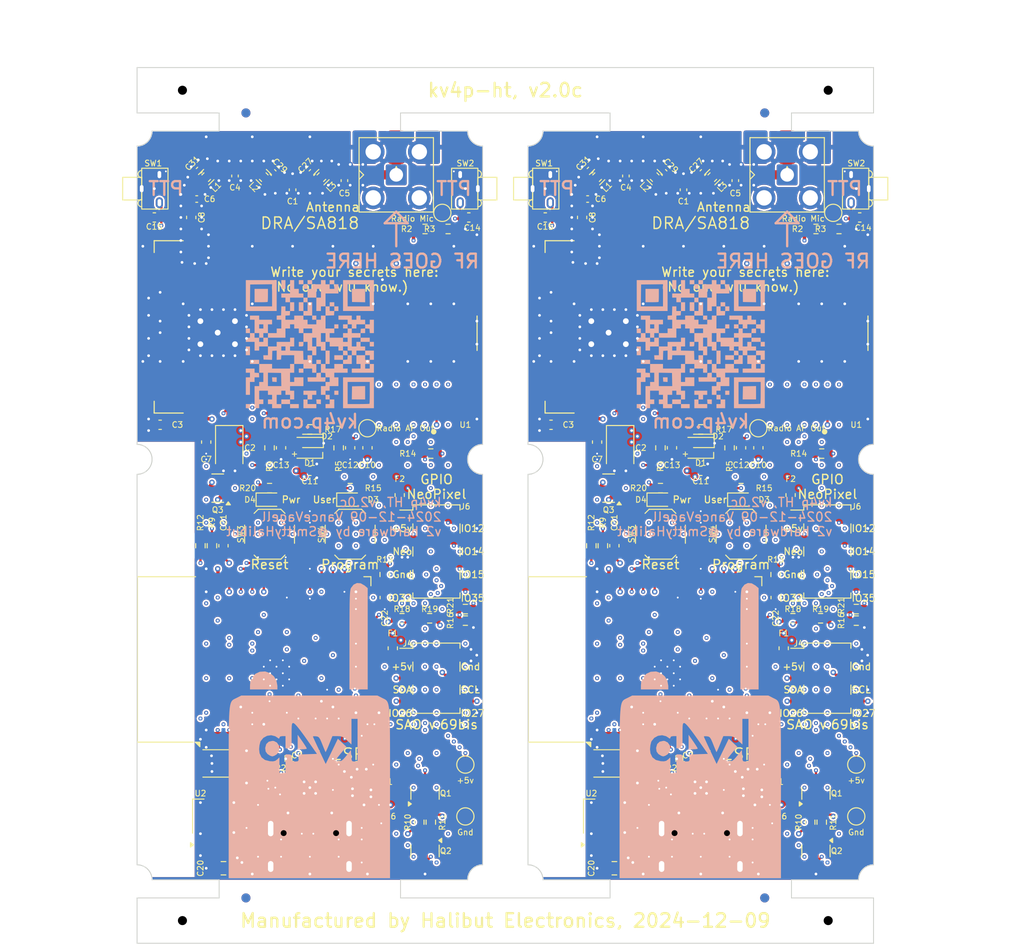
<source format=kicad_pcb>
(kicad_pcb (version 20240108) (generator "pcbnew") (generator_version "8.0")
  (title_block (title "kv4p HT") (date "2024-12-09") (rev "2.0c") (company "VanceVagell") (comment 1 "https://github.com/VanceVagell/kv4p-ht") (comment 2 "v2 hardware by @SmittyHalibut"))
  (layers (0 "F.Cu" signal) (1 "In1.Cu" signal) (2 "In2.Cu" signal) (31 "B.Cu" signal) (34 "B.Paste" user) (35 "F.Paste" user) (36 "B.SilkS" user "B.Silkscreen") (37 "F.SilkS" user "F.Silkscreen") (38 "B.Mask" user) (39 "F.Mask" user) (44 "Edge.Cuts" user))
  (net 0 "")
  (net 1 "Board_0-+3.3V")
  (net 2 "Board_0-+5V")
  (net 3 "Board_0-/Enable{slash}~{Reset}")
  (net 4 "Board_0-/GPIO0{slash}~{Program}")
  (net 5 "Board_0-/GPIO12")
  (net 6 "Board_0-/GPIO14")
  (net 7 "Board_0-/GPIO15")
  (net 8 "Board_0-/GPIO32")
  (net 9 "Board_0-/GPIO35")
  (net 10 "Board_0-/NeoPixel DI")
  (net 11 "Board_0-/NeoPixel DO")
  (net 12 "Board_0-/PTT Button Left")
  (net 13 "Board_0-/PTT Button Right")
  (net 14 "Board_0-/Radio AF Out")
  (net 15 "Board_0-/Radio Mic In")
  (net 16 "Board_0-/Radio Power Hi-Z Hi{slash}~{Low}")
  (net 17 "Board_0-/Radio Rx")
  (net 18 "Board_0-/Radio Squelch Closed{slash}~{Open}")
  (net 19 "Board_0-/Radio Tx")
  (net 20 "Board_0-/Radio ~{PTT}")
  (net 21 "Board_0-/Radio ~{Power Down}")
  (net 22 "Board_0-/SAO GPIO0")
  (net 23 "Board_0-/SAO GPIO1")
  (net 24 "Board_0-/SAO SCK")
  (net 25 "Board_0-/SAO SDA")
  (net 26 "Board_0-/Stock LED")
  (net 27 "Board_0-/USB Rx")
  (net 28 "Board_0-/USB Tx")
  (net 29 "Board_0-/~{DTR}")
  (net 30 "Board_0-/~{RTS}")
  (net 31 "Board_0-GND")
  (net 32 "Board_0-Net-(C1-Pad2)")
  (net 33 "Board_0-Net-(C29-Pad2)")
  (net 34 "Board_0-Net-(C31-Pad2)")
  (net 35 "Board_0-Net-(C9-Pad1)")
  (net 36 "Board_0-Net-(D1-DIN)")
  (net 37 "Board_0-Net-(D1-DOUT)")
  (net 38 "Board_0-Net-(D3-A)")
  (net 39 "Board_0-Net-(D4-A)")
  (net 40 "Board_0-Net-(J1-In)")
  (net 41 "Board_0-Net-(J4-Pin_1)")
  (net 42 "Board_0-Net-(J5-CC1)")
  (net 43 "Board_0-Net-(J5-CC2)")
  (net 44 "Board_0-Net-(J6-Pin_1)")
  (net 45 "Board_0-Net-(Q1-B)")
  (net 46 "Board_0-Net-(Q2-B)")
  (net 47 "Board_0-Net-(Q3-G)")
  (net 48 "Board_0-Net-(U1-ANT)")
  (net 49 "Board_0-Net-(U4-D+)")
  (net 50 "Board_0-Net-(U4-D-)")
  (net 51 "Board_0-Net-(U4-VDD)")
  (net 52 "Board_0-Net-(U4-~{RST})")
  (net 53 "Board_0-Net-(U5-IO25)")
  (net 54 "Board_0-Net-(U5-IO34)")
  (net 55 "Board_0-VBUS")
  (net 56 "Board_0-unconnected-(U1-N{slash}C-Pad11)")
  (net 57 "Board_0-unconnected-(U1-N{slash}C-Pad11)_1")
  (net 58 "Board_0-unconnected-(U1-N{slash}C-Pad11)_2")
  (net 59 "Board_0-unconnected-(U1-N{slash}C-Pad11)_3")
  (net 60 "Board_0-unconnected-(U1-N{slash}C-Pad11)_4")
  (net 61 "Board_0-unconnected-(U1-N{slash}C-Pad11)_5")
  (net 62 "Board_0-unconnected-(U4-NC-Pad10)")
  (net 63 "Board_0-unconnected-(U4-NC-Pad16)")
  (net 64 "Board_0-unconnected-(U4-RS485{slash}GPIO.2-Pad12)")
  (net 65 "Board_0-unconnected-(U4-SUSPEND-Pad17)")
  (net 66 "Board_0-unconnected-(U4-~{CTS}-Pad18)")
  (net 67 "Board_0-unconnected-(U4-~{DCD}-Pad24)")
  (net 68 "Board_0-unconnected-(U4-~{DSR}-Pad22)")
  (net 69 "Board_0-unconnected-(U4-~{RI}{slash}CLK-Pad1)")
  (net 70 "Board_0-unconnected-(U4-~{RXT}{slash}GPIO.1-Pad13)")
  (net 71 "Board_0-unconnected-(U4-~{SUSPEND}-Pad15)")
  (net 72 "Board_0-unconnected-(U4-~{TXT}{slash}GPIO.0-Pad14)")
  (net 73 "Board_0-unconnected-(U4-~{WAKEUP}{slash}GPIO.3-Pad11)")
  (net 74 "Board_0-unconnected-(U5-NC-Pad17)")
  (net 75 "Board_0-unconnected-(U5-NC-Pad18)")
  (net 76 "Board_0-unconnected-(U5-NC-Pad19)")
  (net 77 "Board_0-unconnected-(U5-NC-Pad20)")
  (net 78 "Board_0-unconnected-(U5-NC-Pad21)")
  (net 79 "Board_0-unconnected-(U5-NC-Pad22)")
  (net 80 "Board_0-unconnected-(U5-NC-Pad32)")
  (net 81 "Board_1-+3.3V")
  (net 82 "Board_1-+5V")
  (net 83 "Board_1-/Enable{slash}~{Reset}")
  (net 84 "Board_1-/GPIO0{slash}~{Program}")
  (net 85 "Board_1-/GPIO12")
  (net 86 "Board_1-/GPIO14")
  (net 87 "Board_1-/GPIO15")
  (net 88 "Board_1-/GPIO32")
  (net 89 "Board_1-/GPIO35")
  (net 90 "Board_1-/NeoPixel DI")
  (net 91 "Board_1-/NeoPixel DO")
  (net 92 "Board_1-/PTT Button Left")
  (net 93 "Board_1-/PTT Button Right")
  (net 94 "Board_1-/Radio AF Out")
  (net 95 "Board_1-/Radio Mic In")
  (net 96 "Board_1-/Radio Power Hi-Z Hi{slash}~{Low}")
  (net 97 "Board_1-/Radio Rx")
  (net 98 "Board_1-/Radio Squelch Closed{slash}~{Open}")
  (net 99 "Board_1-/Radio Tx")
  (net 100 "Board_1-/Radio ~{PTT}")
  (net 101 "Board_1-/Radio ~{Power Down}")
  (net 102 "Board_1-/SAO GPIO0")
  (net 103 "Board_1-/SAO GPIO1")
  (net 104 "Board_1-/SAO SCK")
  (net 105 "Board_1-/SAO SDA")
  (net 106 "Board_1-/Stock LED")
  (net 107 "Board_1-/USB Rx")
  (net 108 "Board_1-/USB Tx")
  (net 109 "Board_1-/~{DTR}")
  (net 110 "Board_1-/~{RTS}")
  (net 111 "Board_1-GND")
  (net 112 "Board_1-Net-(C1-Pad2)")
  (net 113 "Board_1-Net-(C29-Pad2)")
  (net 114 "Board_1-Net-(C31-Pad2)")
  (net 115 "Board_1-Net-(C9-Pad1)")
  (net 116 "Board_1-Net-(D1-DIN)")
  (net 117 "Board_1-Net-(D1-DOUT)")
  (net 118 "Board_1-Net-(D3-A)")
  (net 119 "Board_1-Net-(D4-A)")
  (net 120 "Board_1-Net-(J1-In)")
  (net 121 "Board_1-Net-(J4-Pin_1)")
  (net 122 "Board_1-Net-(J5-CC1)")
  (net 123 "Board_1-Net-(J5-CC2)")
  (net 124 "Board_1-Net-(J6-Pin_1)")
  (net 125 "Board_1-Net-(Q1-B)")
  (net 126 "Board_1-Net-(Q2-B)")
  (net 127 "Board_1-Net-(Q3-G)")
  (net 128 "Board_1-Net-(U1-ANT)")
  (net 129 "Board_1-Net-(U4-D+)")
  (net 130 "Board_1-Net-(U4-D-)")
  (net 131 "Board_1-Net-(U4-VDD)")
  (net 132 "Board_1-Net-(U4-~{RST})")
  (net 133 "Board_1-Net-(U5-IO25)")
  (net 134 "Board_1-Net-(U5-IO34)")
  (net 135 "Board_1-VBUS")
  (net 136 "Board_1-unconnected-(U1-N{slash}C-Pad11)")
  (net 137 "Board_1-unconnected-(U1-N{slash}C-Pad11)_1")
  (net 138 "Board_1-unconnected-(U1-N{slash}C-Pad11)_2")
  (net 139 "Board_1-unconnected-(U1-N{slash}C-Pad11)_3")
  (net 140 "Board_1-unconnected-(U1-N{slash}C-Pad11)_4")
  (net 141 "Board_1-unconnected-(U1-N{slash}C-Pad11)_5")
  (net 142 "Board_1-unconnected-(U4-NC-Pad10)")
  (net 143 "Board_1-unconnected-(U4-NC-Pad16)")
  (net 144 "Board_1-unconnected-(U4-RS485{slash}GPIO.2-Pad12)")
  (net 145 "Board_1-unconnected-(U4-SUSPEND-Pad17)")
  (net 146 "Board_1-unconnected-(U4-~{CTS}-Pad18)")
  (net 147 "Board_1-unconnected-(U4-~{DCD}-Pad24)")
  (net 148 "Board_1-unconnected-(U4-~{DSR}-Pad22)")
  (net 149 "Board_1-unconnected-(U4-~{RI}{slash}CLK-Pad1)")
  (net 150 "Board_1-unconnected-(U4-~{RXT}{slash}GPIO.1-Pad13)")
  (net 151 "Board_1-unconnected-(U4-~{SUSPEND}-Pad15)")
  (net 152 "Board_1-unconnected-(U4-~{TXT}{slash}GPIO.0-Pad14)")
  (net 153 "Board_1-unconnected-(U4-~{WAKEUP}{slash}GPIO.3-Pad11)")
  (net 154 "Board_1-unconnected-(U5-NC-Pad17)")
  (net 155 "Board_1-unconnected-(U5-NC-Pad18)")
  (net 156 "Board_1-unconnected-(U5-NC-Pad19)")
  (net 157 "Board_1-unconnected-(U5-NC-Pad20)")
  (net 158 "Board_1-unconnected-(U5-NC-Pad21)")
  (net 159 "Board_1-unconnected-(U5-NC-Pad22)")
  (net 160 "Board_1-unconnected-(U5-NC-Pad32)")
  (footprint "Capacitor_SMD:C_0805_2012Metric" (layer "F.Cu") (at 160.525001 108.2805)
    (property "Reference" "C20")
    (property "Value" "10uF")
  )
  (footprint "Resistor_SMD:R_0603_1608Metric" (layer "F.Cu") (at 140.285 62.5605 180)
    (property "Reference" "R14")
    (property "Value" "10k")
  )
  (footprint "Package_TO_SOT_SMD:SOT-23" (layer "F.Cu") (at 182.750001 106.3755 -90)
    (property "Reference" "Q2")
    (property "Value" "SS8050")
  )
  (footprint "Inductor_SMD:L_0603_1608Metric" (layer "F.Cu") (at 164.970001 32.0805 135)
    (property "Reference" "L5" (hide yes))
    (property "Value" "~")
  )
  (footprint "Capacitor_Tantalum_SMD:CP_EIA-3528-21_Kemet-B" (layer "F.Cu") (at 116.9035 96.7235 180)
    (property "Reference" "C16")
    (property "Value" "100uF 6.3v")
  )
  (footprint "Capacitor_SMD:C_0603_1608Metric" (layer "F.Cu") (at 174.495001 61.9255 -90)
    (property "Reference" "C12")
    (property "Value" "2.2nF Tuned VHF")
  )
  (footprint "Resistor_SMD:R_0603_1608Metric" (layer "F.Cu") (at 182.115001 103.2005 -90)
    (property "Reference" "R10")
    (property "Value" "10k")
  )
  (footprint "Capacitor_SMD:C_0603_1608Metric" (layer "F.Cu") (at 176.400001 61.9255 90)
    (property "Reference" "C10")
    (property "Value" "1uF")
  )
  (footprint "LED_SMD:LED_0603_1608Metric" (layer "F.Cu") (at 122.505 67.6405)
    (property "Reference" "D4")
    (property "Value" "Red")
  )
  (footprint "kv4p-ht:L_0805_2115Metric (Murata Inductors)" (layer "F.Cu") (at 115.52 32.0805 -135)
    (property "Reference" "L1")
    (property "Value" "27nH")
  )
  (footprint "Capacitor_SMD:C_0402_1005Metric" (layer "F.Cu") (at 173.860001 32.4615 90)
    (property "Reference" "C5")
    (property "Value" "10pF")
  )
  (footprint "Package_TO_SOT_SMD:SOT-23" (layer "F.Cu") (at 159.890001 66.3705 180)
    (property "Reference" "Q3")
    (property "Value" "AO3400A")
  )
  (footprint "Connector_Coaxial:SMA_Amphenol_901-143_Horizontal" (layer "F.Cu") (at 136.475 31.8265)
    (property "Reference" "J1" (hide yes))
    (property "Value" "Antenna")
  )
  (footprint "Resistor_SMD:R_0603_1608Metric" (layer "F.Cu") (at 183.385001 62.5605 180)
    (property "Reference" "R14")
    (property "Value" "10k")
  )
  (footprint "easyeda:DRA818V_DORJI_DRA818V" (layer "F.Cu") (at 127.585 48.5905 180)
    (property "Reference" "U1")
    (property "Value" "DRA/SA818")
  )
  (footprint "Resistor_SMD:R_0603_1608Metric" (layer "F.Cu") (at 133.935 102.5655 180)
    (property "Reference" "R6")
    (property "Value" "1.2k")
  )
  (footprint "Resistor_SMD:R_0603_1608Metric" (layer "F.Cu") (at 159.255001 72.7205 90)
    (property "Reference" "R9")
    (property "Value" "10k")
  )
  (footprint "Inductor_SMD:L_0603_1608Metric" (layer "F.Cu") (at 128.22 32.0805 -135)
    (property "Reference" "L4" (hide yes))
    (property "Value" "~")
  )
  (footprint "TestPoint:TestPoint_Pad_D1.5mm" (layer "F.Cu") (at 163.065001 96.8505)
    (property "Reference" "TP2" (hide yes))
    (property "Value" "+3.3v")
  )
  (footprint "Connector_USB:USB_C_Receptacle_HCTL_HC-TYPE-C-16P-01A" (layer "F.Cu") (at 126.95 107.0105)
    (property "Reference" "J5")
    (property "Value" "USB-C Socket")
  )
  (footprint "Capacitor_SMD:C_0603_1608Metric" (layer "F.Cu") (at 153.540001 59.3855 180)
    (property "Reference" "C3")
    (property "Value" "2.2nF Tuned VHF")
  )
  (footprint "Resistor_SMD:R_0603_1608Metric" (layer "F.Cu") (at 177.035001 102.5655 180)
    (property "Reference" "R6")
    (property "Value" "1.2k")
  )
  (footprint "NPTH" (layer "F.Cu") (at 112.9 22.5)
    (property "Reference" "KiKit_TO_1" (hide yes))
    (property "Value" "NPTH" (hide yes))
  )
  (footprint "Capacitor_SMD:C_0402_1005Metric" (layer "F.Cu") (at 122.886 31.5725 135)
    (property "Reference" "C29")
    (property "Value" "13pF")
  )
  (footprint "Resistor_SMD:R_0603_1608Metric" (layer "F.Cu") (at 116.155 72.7205 90)
    (property "Reference" "R9")
    (property "Value" "10k")
  )
  (footprint "Connector_PinHeader_2.54mm:PinHeader_2x04_P2.54mm_Vertical_SMD" (layer "F.Cu") (at 140.905 73.3555)
    (property "Reference" "J6")
    (property "Value" "GPIO Header")
  )
  (footprint "kv4p-ht:SW-Push-SPST-Horizontal-C455252" (layer "F.Cu") (at 151.108001 33.3505 90)
    (property "Reference" "SW1")
    (property "Value" "PTT" (hide yes))
  )
  (footprint "TestPoint:TestPoint_Pad_D1.5mm" (layer "F.Cu") (at 144.095 102.5655)
    (property "Reference" "TP3" (hide yes))
    (property "Value" "Gnd")
  )
  (footprint "Resistor_SMD:R_0603_1608Metric" (layer "F.Cu") (at 178.305001 75.8955 90)
    (property "Reference" "R13")
    (property "Value" "10k")
  )
  (footprint "Package_TO_SOT_SMD:SOT-23" (layer "F.Cu") (at 116.79 66.3705 180)
    (property "Reference" "Q3")
    (property "Value" "AO3400A")
  )
  (footprint "Capacitor_SMD:C_0603_1608Metric" (layer "F.Cu") (at 170.050001 64.4655)
    (property "Reference" "C11")
    (property "Value" "100nF")
  )
  (footprint "Resistor_SMD:R_0603_1608Metric" (layer "F.Cu") (at 144.095 79.7055 180)
    (property "Reference" "R16")
    (property "Value" "100k")
  )
  (footprint "kv4p-ht:L_0805_2115Metric (Murata Inductors)" (layer "F.Cu") (at 121.87 32.0805 135)
    (property "Reference" "L2")
    (property "Value" "30nH")
  )
  (footprint "Button_Switch_SMD:SW_SPST_TL3342" (layer "F.Cu") (at 122.505 71.4505 180)
    (property "Reference" "SW3")
    (property "Value" "Reset")
  )
  (footprint "Resistor_SMD:R_0603_1608Metric" (layer "F.Cu") (at 131.395 66.3705)
    (property "Reference" "R15")
    (property "Value" "1.2k")
  )
  (footprint "Package_DFN_QFN:QFN-24-1EP_4x4mm_P0.5mm_EP2.6x2.6mm" (layer "F.Cu") (at 170.050001 99.3905 90)
    (property "Reference" "U4")
    (property "Value" "CP2102N-A02-GQFN24")
  )
  (footprint "Inductor_SMD:L_0603_1608Metric" (layer "F.Cu") (at 121.87 32.0805 135)
    (property "Reference" "L5" (hide yes))
    (property "Value" "~")
  )
  (footprint "Capacitor_SMD:C_0603_1608Metric" (layer "F.Cu") (at 173.860001 99.0755 90)
    (property "Reference" "C18")
    (property "Value" "100nF")
  )
  (footprint "Button_Switch_SMD:SW_SPST_TL3342" (layer "F.Cu") (at 131.395 71.4505 180)
    (property "Reference" "SW4")
    (property "Value" "Program")
  )
  (footprint "Resistor_SMD:R_0603_1608Metric" (layer "F.Cu") (at 134.57 107.0105)
    (property "Reference" "R8")
    (property "Value" "5.1k")
  )
  (footprint "Capacitor_SMD:C_0805_2012Metric" (layer "F.Cu") (at 175.765001 99.0755 -90)
    (property "Reference" "C19")
    (property "Value" "10uF")
  )
  (footprint "Package_TO_SOT_SMD:SOT-23" (layer "F.Cu") (at 139.65 100.0255 90)
    (property "Reference" "Q1")
    (property "Value" "SS8050")
  )
  (footprint "Capacitor_SMD:C_0402_1005Metric" (layer "F.Cu") (at 157.858001 31.3185 -135)
    (property "Reference" "C31")
    (property "Value" "11pF")
  )
  (footprint "Connector_Coaxial:SMA_Molex_73251-2120_EdgeMount_Horizontal" (layer "F.Cu") (at 136.475 28.5245 90)
    (property "Reference" "J2" (hide yes))
    (property "Value" "SMA")
  )
  (footprint "Capacitor_Tantalum_SMD:CP_EIA-3528-21_Kemet-B" (layer "F.Cu") (at 118.06 61.9255 -90)
    (property "Reference" "C2")
    (property "Value" "100uF 6.3v")
  )
  (footprint "Resistor_SMD:R_0603_1608Metric" (layer "F.Cu") (at 130.125 61.9255 90)
    (property "Reference" "R5")
    (property "Value" "100R")
  )
  (footprint "Capacitor_SMD:C_0402_1005Metric" (layer "F.Cu") (at 168.145001 33.4775 90)
    (property "Reference" "C1")
    (property "Value" "18pF")
  )
  (footprint "RF_Module:ESP32-WROOM-32D" (layer "F.Cu") (at 123.8 85.2555 90)
    (property "Reference" "U5")
    (property "Value" "ESP32-WROOM-32E-N4")
  )
  (footprint "Resistor_SMD:R_0603_1608Metric" (layer "F.Cu") (at 144.095 80.9755)
    (property "Reference" "R21")
    (property "Value" "100k")
  )
  (footprint "Capacitor_SMD:C_0603_1608Metric" (layer "F.Cu") (at 131.395 101.2955)
    (property "Reference" "C17")
    (property "Value" "1uF")
  )
  (footprint "Connector_USB:USB_C_Receptacle_HCTL_HC-TYPE-C-16P-01A" (layer "F.Cu") (at 170.050001 107.0105)
    (property "Reference" "J5")
    (property "Value" "USB-C Socket")
  )
  (footprint "Fiducial" (layer "F.Cu") (at 119.9 111.551499)
    (property "Reference" "KiKit_FID_T_3" (hide yes))
    (property "Value" "Fiducial" (hide yes))
  )
  (footprint "Capacitor_Tantalum_SMD:CP_EIA-3528-21_Kemet-B" (layer "F.Cu") (at 161.160001 61.9255 -90)
    (property "Reference" "C2")
    (property "Value" "100uF 6.3v")
  )
  (footprint "Resistor_SMD:R_0603_1608Metric" (layer "F.Cu") (at 165.605001 66.3705)
    (property "Reference" "R20")
    (property "Value" "5.1k")
  )
  (footprint "kv4p-ht:SW-Push-SPST-Horizontal-C455252" (layer "F.Cu") (at 188.973001 33.3505 -90)
    (property "Reference" "SW2")
    (property "Value" "PTT")
  )
  (footprint "Capacitor_SMD:C_0402_1005Metric" (layer "F.Cu") (at 130.76 32.4615 90)
    (property "Reference" "C5")
    (property "Value" "10pF")
  )
  (footprint "TestPoint:TestPoint_Pad_D1.5mm" (layer "F.Cu") (at 184.655001 36.0175)
    (property "Reference" "TP4" (hide yes))
    (property "Value" "Radio Mic")
  )
  (footprint "Capacitor_SMD:C_0603_1608Metric" (layer "F.Cu") (at 144.476 36.5255)
    (property "Reference" "C14")
    (property "Value" "2.2nF Tuned VHF")
  )
  (footprint "Capacitor_SMD:C_0805_2012Metric" (layer "F.Cu") (at 117.425 108.2805)
    (property "Reference" "C20")
    (property "Value" "10uF")
  )
  (footprint "Resistor_SMD:R_0603_1608Metric" (layer "F.Cu") (at 140.285 103.2005 90)
    (property "Reference" "R11")
    (property "Value" "10k")
  )
  (footprint "Capacitor_SMD:C_0603_1608Metric" (layer "F.Cu") (at 115.52 61.2905 -90)
    (property "Reference" "C7")
    (property "Value" "100nF")
  )
  (footprint "Capacitor_SMD:C_0603_1608Metric" (layer "F.Cu") (at 156.969001 36.5255 -90)
    (property "Reference" "C8")
    (property "Value" "2.2nF Tuned VHF")
  )
  (footprint "Inductor_SMD:L_0603_1608Metric" (layer "F.Cu") (at 135.205 100.0255 180)
    (property "Reference" "FB1")
    (property "Value" "Ferrite Bead, 1A")
  )
  (footprint "TestPoint:TestPoint_Pad_D1.5mm" (layer "F.Cu") (at 141.555 36.0175)
    (property "Reference" "TP4" (hide yes))
    (property "Value" "Radio Mic")
  )
  (footprint "Capacitor_Tantalum_SMD:CP_EIA-3528-21_Kemet-B" (layer "F.Cu") (at 160.003501 96.7235 180)
    (property "Reference" "C16")
    (property "Value" "100uF 6.3v")
  )
  (footprint "Resistor_SMD:R_0603_1608Metric" (layer "F.Cu") (at 177.670001 105.7405)
    (property "Reference" "R7")
    (property "Value" "5.1k")
  )
  (footprint "Capacitor_SMD:C_0603_1608Metric" (layer "F.Cu") (at 187.576001 36.5255)
    (property "Reference" "C14")
    (property "Value" "2.2nF Tuned VHF")
  )
  (footprint "TestPoint:TestPoint_Pad_D1.5mm" (layer "F.Cu") (at 187.195001 102.5655)
    (property "Reference" "TP3" (hide yes))
    (property "Value" "Gnd")
  )
  (footprint "Capacitor_SMD:C_0402_1005Metric" (layer "F.Cu") (at 114.758 31.3185 -135)
    (property "Reference" "C31")
    (property "Value" "11pF")
  )
  (footprint "Capacitor_SMD:C_0402_1005Metric" (layer "F.Cu") (at 125.045 33.4775 90)
    (property "Reference" "C1")
    (property "Value" "18pF")
  )
  (footprint "Fiducial" (layer "F.Cu") (at 177.100001 111.551499)
    (property "Reference" "KiKit_FID_T_4" (hide yes))
    (property "Value" "Fiducial" (hide yes))
  )
  (footprint "LED_SMD:LED_0603_1608Metric" (layer "F.Cu") (at 174.495001 67.6405)
    (property "Reference" "D3")
    (property "Value" "Red")
  )
  (footprint "Capacitor_SMD:C_0603_1608Metric" (layer "F.Cu") (at 166.875001 61.9255 -90)
    (property "Reference" "C13")
    (property "Value" "2.2nF Tuned VHF")
  )
  (footprint "Resistor_SMD:R_0603_1608Metric" (layer "F.Cu") (at 165.605001 61.9255 90)
    (property "Reference" "R4")
    (property "Value" "100R")
  )
  (footprint "Capacitor_SMD:C_0603_1608Metric" (layer "F.Cu") (at 130.76 99.0755 90)
    (property "Reference" "C18")
    (property "Value" "100nF")
  )
  (footprint "Resistor_SMD:R_0603_1608Metric" (layer "F.Cu") (at 182.750001 37.7955 180)
    (property "Reference" "R2")
    (property "Value" "10k")
  )
  (footprint "Capacitor_SMD:C_0603_1608Metric" (layer "F.Cu") (at 127.839 95.8345 180)
    (property "Reference" "C9")
    (property "Value" "1uF")
  )
  (footprint "Capacitor_SMD:C_0603_1608Metric" (layer "F.Cu") (at 123.775 61.9255 -90)
    (property "Reference" "C13")
    (property "Value" "2.2nF Tuned VHF")
  )
  (footprint "Resistor_SMD:R_0603_1608Metric" (layer "F.Cu") (at 134.57 105.7405)
    (property "Reference" "R7")
    (property "Value" "5.1k")
  )
  (footprint "LED_SMD:LED_0603_1608Metric" (layer "F.Cu") (at 131.395 67.6405)
    (property "Reference" "D3")
    (property "Value" "Red")
  )
  (footprint "TestPoint:TestPoint_Pad_D1.5mm" (layer "F.Cu") (at 119.965 96.8505)
    (property "Reference" "TP2" (hide yes))
    (property "Value" "+3.3v")
  )
  (footprint "Inductor_SMD:L_0603_1608Metric" (layer "F.Cu") (at 178.305001 100.0255 180)
    (property "Reference" "FB1")
    (property "Value" "Ferrite Bead, 1A")
  )
  (footprint "Resistor_SMD:R_0603_1608Metric" (layer "F.Cu") (at 137.11 80.7215)
    (property "Reference" "R18")
    (property "Value" "1.2k")
  )
  (footprint "Resistor_SMD:R_0603_1608Metric" (layer "F.Cu") (at 187.195001 80.9755)
    (property "Reference" "R21")
    (property "Value" "100k")
  )
  (footprint "LED_SMD:LED_0603_1608Metric" (layer "F.Cu") (at 170.050001 61.1635 180)
    (property "Reference" "D2")
    (property "Value" "Red")
  )
  (footprint "Resistor_SMD:R_0603_1608Metric" (layer "F.Cu") (at 135.205 75.8955 90)
    (property "Reference" "R13")
    (property "Value" "10k")
  )
  (footprint "LED_SMD:LED_WS2812B-2020_PLCC4_2.0x2.0mm" (layer "F.Cu") (at 170.050001 61.9255 180)
    (property "Reference" "D1")
    (property "Value" "SK6812-EC20")
  )
  (footprint "kv4p-ht:L_0805_2115Metric (Murata Inductors)" (layer "F.Cu") (at 158.620001 32.0805 -135)
    (property "Reference" "L1")
    (property "Value" "27nH")
  )
  (footprint "Button_Switch_SMD:SW_SPST_TL3342" (layer "F.Cu") (at 174.495001 71.4505 180)
    (property "Reference" "SW4")
    (property "Value" "Program")
  )
  (footprint "Connector_Coaxial:SMA_Amphenol_901-143_Horizontal" (layer "F.Cu") (at 179.575001 31.8265)
    (property "Reference" "J1" (hide yes))
    (property "Value" "Antenna")
  )
  (footprint "Fiducial" (layer "F.Cu") (at 119.9 25)
    (property "Reference" "KiKit_FID_T_1" (hide yes))
    (property "Value" "Fiducial" (hide yes))
  )
  (footprint "TestPoint:TestPoint_Pad_D1.5mm" (layer "F.Cu") (at 187.195001 96.8505)
    (property "Reference" "TP1" (hide yes))
    (property "Value" "+5v")
  )
  (footprint "Capacitor_SMD:C_0402_1005Metric" (layer "F.Cu") (at 118.695 31.9535 90)
    (property "Reference" "C4")
    (property "Value" "16pF")
  )
  (footprint "kv4p-ht:L_0805_2115Metric (Murata Inductors)" (layer "F.Cu") (at 171.320001 32.0805 -135)
    (property "Reference" "L3")
    (property "Value" "43nH")
  )
  (footprint "Resistor_SMD:R_0603_1608Metric" (layer "F.Cu") (at 183.258001 80.7215 180)
    (property "Reference" "R19")
    (property "Value" "1.2k")
  )
  (footprint "Capacitor_SMD:C_0603_1608Metric" (layer "F.Cu") (at 110.44 59.3855 180)
    (property "Reference" "C3")
    (property "Value" "2.2nF Tuned VHF")
  )
  (footprint "NPTH" (layer "F.Cu") (at 184.100001 114.051499)
    (property "Reference" "KiKit_TO_4" (hide yes))
    (property "Value" "NPTH" (hide yes))
  )
  (footprint "Capacitor_SMD:C_0603_1608Metric" (layer "F.Cu") (at 126.95 64.4655)
    (property "Reference" "C11")
    (property "Value" "100nF")
  )
  (footprint "Resistor_SMD:R_0603_1608Metric" (layer "F.Cu") (at 187.195001 79.7055 180)
    (property "Reference" "R16")
    (property "Value" "100k")
  )
  (footprint "Resistor_SMD:R_0603_1608Metric" (layer "F.Cu") (at 122.759 96.2155 180)
    (property "Reference" "R1")
    (property "Value" "10k")
  )
  (footprint "Capacitor_SMD:C_0603_1608Metric" (layer "F.Cu") (at 109.805 36.5255 180)
    (property "Reference" "C15")
    (property "Value" "2.2nF Tuned VHF")
  )
  (footprint "LED_SMD:LED_0603_1608Metric" (layer "F.Cu") (at 165.605001 67.6405)
    (property "Reference" "D4")
    (property "Value" "Red")
  )
  (footprint "Resistor_SMD:R_0603_1608Metric" (layer "F.Cu") (at 122.505 61.9255 90)
    (property "Reference" "R4")
    (property "Value" "100R")
  )
  (footprint "TestPoint:TestPoint_Pad_D1.5mm" (layer "F.Cu") (at 176.400001 59.7665)
    (property "Reference" "TP5" (hide yes))
    (property "Value" "Radio AF Out")
  )
  (footprint "Capacitor_SMD:C_0402_1005Metric" (layer "F.Cu") (at 127.204 31.5725 -135)
    (property "Reference" "C27")
    (property "Value" "2.7pF")
  )
  (footprint "Connector_Coaxial:SMA_Molex_73251-2120_EdgeMount_Horizontal" (layer "F.Cu") (at 179.575001 28.5245 90)
    (property "Reference" "J2" (hide yes))
    (property "Value" "SMA")
  )
  (footprint "Package_TO_SOT_SMD:SOT-223-3_TabPin2" (layer "F.Cu") (at 160.525001 102.5655 90)
    (property "Reference" "U2")
    (property "Value" "AZ1117H-3.3TRG1")
  )
  (footprint "Button_Switch_SMD:SW_SPST_TL3342" (layer "F.Cu") (at 165.605001 71.4505 180)
    (property "Reference" "SW3")
    (property "Value" "Reset")
  )
  (footprint "kv4p-ht:L_0805_2115Metric (Murata Inductors)" (layer "F.Cu") (at 128.22 32.0805 -135)
    (property "Reference" "L3")
    (property "Value" "43nH")
  )
  (footprint "TestPoint:TestPoint_Pad_D1.5mm" (layer "F.Cu") (at 133.3 59.7665)
    (property "Reference" "TP5" (hide yes))
    (property "Value" "Radio AF Out")
  )
  (footprint "Resistor_SMD:R_0603_1608Metric" (layer "F.Cu") (at 157.985001 72.7205 90)
    (property "Reference" "R12")
    (property "Value" "10k")
  )
  (footprint "Package_TO_SOT_SMD:SOT-23" (layer "F.Cu") (at 139.65 106.3755 -90)
    (property "Reference" "Q2")
    (property "Value" "SS8050")
  )
  (footprint "easyeda:DRA818V_DORJI_DRA818V" (layer "F.Cu") (at 170.685001 48.5905 180)
    (property "Reference" "U1")
    (property "Value" "DRA/SA818")
  )
  (footprint "Capacitor_SMD:C_0805_2012Metric" (layer "F.Cu") (at 132.665 99.0755 -90)
    (property "Reference" "C19")
    (property "Value" "10uF")
  )
  (footprint "Resistor_SMD:R_0603_1608Metric" (layer "F.Cu") (at 121.87 97.2315 180)
    (property "Reference" "R22")
    (property "Value" "47k")
  )
  (footprint "Inductor_SMD:L_0603_1608Metric" (layer "F.Cu") (at 115.52 32.0805 -135)
    (property "Reference" "L6" (hide yes))
    (property "Value" "~" (hide yes))
  )
  (footprint "NPTH" (layer "F.Cu") (at 112.9 114.051499)
    (property "Reference" "KiKit_TO_3" (hide yes))
    (property "Value" "NPTH" (hide yes))
  )
  (footprint "kv4p-ht:SW-Push-SPST-Horizontal-C455252" (layer "F.Cu") (at 145.873 33.3505 -90)
    (property "Reference" "SW2")
    (property "Value" "PTT")
  )
  (footprint "Resistor_SMD:R_0603_1608Metric" (layer "F.Cu") (at 139.015 103.2005 -90)
    (property "Reference" "R10")
    (property "Value" "10k")
  )
  (footprint "Capacitor_SMD:C_0402_1005Metric" (layer "F.Cu") (at 165.986001 31.5725 135)
    (property "Reference" "C29")
    (property "Value" "13pF")
  )
  (footprint "Capacitor_SMD:C_0603_1608Metric" (layer "F.Cu") (at 117.425 72.7205 90)
    (property "Reference" "C21")
    (property "Value" "2.2nF Tuned VHF")
  )
  (footprint "Capacitor_SMD:C_0603_1608Metric" (layer "F.Cu") (at 174.495001 101.2955)
    (property "Reference" "C17")
    (property "Value" "1uF")
  )
  (footprint "kv4p-ht:SW-Push-SPST-Horizontal-C455252" (layer "F.Cu") (at 108.008 33.3505 90)
    (property "Reference" "SW1")
    (property "Value" "PTT" (hide yes))
  )
  (footprint "Connector_PinHeader_2.54mm:PinHeader_2x04_P2.54mm_Vertical_SMD" (layer "F.Cu") (at 184.005001 73.3555)
    (property "Reference" "J6")
    (property "Value" "GPIO Header")
  )
  (footprint "Resistor_SMD:R_0603_1608Metric" (layer "F.Cu") (at 165.859001 96.2155 180)
    (property "Reference" "R1")
    (property "Value" "10k")
  )
  (footprint "Resistor_SMD:R_0603_1608Metric" (layer "F.Cu") (at 174.495001 66.3705)
    (property "Reference" "R15")
    (property "Value" "1.2k")
  )
  (footprint "Resistor_SMD:R_0603_1608Metric" (layer "F.Cu") (at 183.385001 103.2005 90)
    (property "Reference" "R11")
    (property "Value" "10k")
  )
  (footprint "Resistor_SMD:R_0603_1608Metric" (layer "F.Cu") (at 142.19 37.7955 180)
    (property "Reference" "R3")
    (property "Value" "1.2k")
  )
  (footprint "Inductor_SMD:L_0603_1608Metric" (layer "F.Cu") (at 171.320001 32.0805 -135)
    (property "Reference" "L4" (hide yes))
    (property "Value" "~")
  )
  (footprint "Capacitor_SMD:C_0402_1005Metric" (layer "F.Cu") (at 170.304001 31.5725 -135)
    (property "Reference" "C27")
    (property "Value" "2.7pF")
  )
  (footprint "Resistor_SMD:R_0603_1608Metric" (layer "F.Cu") (at 139.65 37.7955 180)
    (property "Reference" "R2")
    (property "Value" "10k")
  )
  (footprint "Capacitor_SMD:C_0603_1608Metric" (layer "F.Cu") (at 160.525001 72.7205 90)
    (property "Reference" "C21")
    (property "Value" "2.2nF Tuned VHF")
  )
  (footprint "TestPoint:TestPoint_Pad_D1.5mm" (layer "F.Cu") (at 144.095 96.8505)
    (property "Reference" "TP1" (hide yes))
    (property "Value" "+5v")
  )
  (footprint "NPTH" (layer "F.Cu") (at 184.100001 22.5)
    (property "Reference" "KiKit_TO_2" (hide yes))
    (property "Value" "NPTH" (hide yes))
  )
  (footprint "Fuse:Fuse_0603_1608Metric" (layer "F.Cu") (at 136.856 67.1325 -90)
    (property "Reference" "F2")
    (property "Value" "100mA")
  )
  (footprint "Resistor_SMD:R_0603_1608Metric" (layer "F.Cu") (at 180.210001 80.7215)
    (property "Reference" "R18")
    (property "Value" "1.2k")
  )
  (footprint "Fiducial" (layer "F.Cu") (at 177.100001 25)
    (property "Reference" "KiKit_FID_T_2" (hide yes))
    (property "Value" "Fiducial" (hide yes))
  )
  (footprint "Capacitor_SMD:C_0603_1608Metric" (layer "F.Cu") (at 131.395 61.9255 -90)
    (property "Reference" "C12")
    (property "Value" "2.2nF Tuned VHF")
  )
  (footprint "Package_DFN_QFN:QFN-24-1EP_4x4mm_P0.5mm_EP2.6x2.6mm" (layer "F.Cu") (at 126.95 99.3905 90)
    (property "Reference" "U4")
    (property "Value" "CP2102N-A02-GQFN24")
  )
  (footprint "LED_SMD:LED_WS2812B-2020_PLCC4_2.0x2.0mm" (layer "F.Cu") (at 126.95 61.9255 180)
    (property "Reference" "D1")
    (property "Value" "SK6812-EC20")
  )
  (footprint "Capacitor_SMD:C_0603_1608Metric" (layer "F.Cu") (at 178.305001 78.4355 -90)
    (property "Reference" "C22")
    (property "Value" "2.2nF Tuned VHF")
  )
  (footprint "Package_TO_SOT_SMD:SOT-223-3_TabPin2" (layer "F.Cu") (at 117.425 102.5655 90)
    (property "Reference" "U2")
    (property "Value" "AZ1117H-3.3TRG1")
  )
  (footprint "Capacitor_SMD:C_0603_1608Metric" (layer "F.Cu") (at 133.3 61.9255 90)
    (property "Reference" "C10")
    (property "Value" "1uF")
  )
  (footprint "Capacitor_SMD:C_0603_1608Metric" (layer "F.Cu") (at 135.205 78.4355 -90)
    (property "Reference" "C22")
    (property "Value" "2.2nF Tuned VHF")
  )
  (footprint "Capacitor_SMD:C_0603_1608Metric" (layer "F.Cu") (at 152.905001 36.5255 180)
    (property "Reference" "C15")
    (property "Value" "2.2nF Tuned VHF")
  )
  (footprint "Resistor_SMD:R_0603_1608Metric" (layer "F.Cu") (at 114.885 72.7205 90)
    (property "Reference" "R12")
    (property "Value" "10k")
  )
  (footprint "Inductor_SMD:L_0603_1608Metric" (layer "F.Cu") (at 158.620001 32.0805 -135)
    (property "Reference" "L6" (hide yes))
    (property "Value" "~" (hide yes))
  )
  (footprint "RF_Module:ESP32-WROOM-32D" (layer "F.Cu") (at 166.900001 85.2555 90)
    (property "Reference" "U5")
    (property "Value" "ESP32-WROOM-32E-N4")
  )
  (footprint "Resistor_SMD:R_0603_1608Metric" (layer "F.Cu") (at 170.050001 59.8935)
    (property "Reference" "R17")
    (property "Value" "0R")
  )
  (footprint "kv4p-ht:L_0805_2115Metric (Murata Inductors)" (layer "F.Cu") (at 164.970001 32.0805 135)
    (property "Reference" "L2")
    (property "Value" "30nH")
  )
  (footprint "Resistor_SMD:R_0603_1608Metric" (layer "F.Cu") (at 122.505 66.3705)
    (property "Reference" "R20")
    (property "Value" "5.1k")
  )
  (footprint "LED_SMD:LED_0603_1608Metric" (layer "F.Cu") (at 126.95 61.1635 180)
    (property "Reference" "D2")
    (property "Value" "Red")
  )
  (footprint "Fuse:Fuse_0603_1608Metric" (layer "F.Cu") (at 179.956001 67.1325 -90)
    (property "Reference" "F2")
    (property "Value" "100mA")
  )
  (footprint "Capacitor_SMD:C_0603_1608Metric" (layer "F.Cu") (at 158.620001 61.2905 -90)
    (property "Reference" "C7")
    (property "Value" "100nF")
  )
  (footprint "Capacitor_SMD:C_0603_1608Metric" (layer "F.Cu") (at 170.939001 95.8345 180)
    (property "Reference" "C9")
    (property "Value" "1uF")
  )
  (footprint "Capacitor_SMD:C_0402_1005Metric" (layer "F.Cu") (at 161.795001 31.9535 90)
    (property "Reference" "C4")
    (property "Value" "16pF")
  )
  (footprint "Resistor_SMD:R_0603_1608Metric" (layer "F.Cu") (at 140.158 80.7215 180)
    (property "Reference" "R19")
    (property "Value" "1.2k")
  )
  (footprint "Resistor_SMD:R_0603_1608Metric" (layer "F.Cu") (at 185.290001 37.7955 180)
    (property "Reference" "R3")
    (property "Value" "1.2k")
  )
  (footprint "Resistor_SMD:R_0603_1608Metric" (layer "F.Cu") (at 126.95 59.8935)
    (property "Reference" "R17")
    (property "Value" "0R")
  )
  (footprint "Capacitor_SMD:C_0402_1005Metric" (layer "F.Cu") (at 114.476 34.4935 180)
    (property "Reference" "C6")
    (property "Value" "5.1pF")
  )
  (footprint "Resistor_SMD:R_0603_1608Metric" (layer "F.Cu") (at 173.225001 61.9255 90)
    (property "Reference" "R5")
    (property "Value" "100R")
  )
  (footprint "Resistor_SMD:R_0603_1608Metric" (layer "F.Cu") (at 177.670001 107.0105)
    (property "Reference" "R8")
    (property "Value" "5.1k")
  )
  (footprint "Connector_PinHeader_2.54mm:PinHeader_2x03_P2.54mm_Vertical_SMD" (layer "F.Cu") (at 140.905 87.3255)
    (property "Reference" "J4")
    (property "Value" "SAO v.69bis")
  )
  (footprint "Fuse:Fuse_0603_1608Metric" (layer "F.Cu") (at 179.194001 84.0235 -90)
    (property "Reference" "F1")
    (property "Value" "100mA")
  )
  (footprint "Resistor_SMD:R_0603_1608Metric" (layer "F.Cu") (at 164.970001 97.2315 180)
    (property "Reference" "R22")
    (property "Value" "47k")
  )
  (footprint "Package_TO_SOT_SMD:SOT-23" (layer "F.Cu") (at 182.750001 100.0255 90)
    (property "Reference" "Q1")
    (property "Value" "SS8050")
  )
  (footprint "Capacitor_SMD:C_0402_1005Metric" (layer "F.Cu") (at 157.576001 34.4935 180)
    (property "Reference" "C6")
    (property "Value" "5.1pF")
  )
  (footprint "Capacitor_SMD:C_0603_1608Metric" (layer "F.Cu") (at 113.869 36.5255 -90)
    (property "Reference" "C8")
    (property "Value" "2.2nF Tuned VHF")
  )
  (footprint "Fuse:Fuse_0603_1608Metric" (layer "F.Cu") (at 136.094 84.0235 -90)
    (property "Reference" "F1")
    (property "Value" "100mA")
  )
  (footprint "Connector_PinHeader_2.54mm:PinHeader_2x03_P2.54mm_Vertical_SMD" (layer "F.Cu") (at 184.005001 87.3255)
    (property "Reference" "J4")
    (property "Value" "SAO v.69bis")
  )
  (footprint "kv4p-ht:qr-code" (layer "B.Cu") (at 126.95 50.4955 180)
    (property "Reference" "G***" (hide yes))
    (property "Value" "LOGO" (hide yes))
  )
  (footprint "Fiducial" (layer "B.Cu") (at 177.100001 111.551499)
    (property "Reference" "KiKit_FID_B_4" (hide yes))
    (property "Value" "Fiducial" (hide yes))
  )
  (footprint "Fiducial" (layer "B.Cu") (at 177.100001 25)
    (property "Reference" "KiKit_FID_B_2" (hide yes))
    (property "Value" "Fiducial" (hide yes))
  )
  (footprint "kv4p-ht:kv4p_logo-white" (layer "B.Cu") (at 126.95 93.0405 180)
    (property "Reference" "G***")
    (property "Value" "LOGO" (hide yes))
  )
  (footprint "kv4p-ht:kv4p_logo-white" (layer "B.Cu") (at 170.050001 93.0405 180)
    (property "Reference" "G***")
    (property "Value" "LOGO" (hide yes))
  )
  (footprint "Fiducial" (layer "B.Cu") (at 119.9 25)
    (property "Reference" "KiKit_FID_B_1" (hide yes))
    (property "Value" "Fiducial" (hide yes))
  )
  (footprint "Fiducial" (layer "B.Cu") (at 119.9 111.551499)
    (property "Reference" "KiKit_FID_B_3" (hide yes))
    (property "Value" "Fiducial" (hide yes))
  )
  (footprint "kv4p-ht:qr-code" (layer "B.Cu") (at 170.050001 50.4955 180)
    (property "Reference" "G***" (hide yes))
    (property "Value" "LOGO" (hide yes))
  )
  (gr_line (start 135.205 37.1605) (end 136.475 35.8905) (stroke (width 0.254)) (layer "B.SilkS"))
  (gr_line (start 178.305001 37.1605) (end 179.575001 35.8905) (stroke (width 0.254)) (layer "B.SilkS"))
  (gr_line (start 136.475 39.7005) (end 136.475 37.1605) (stroke (width 0.254)) (layer "B.SilkS"))
  (gr_line (start 136.475 35.8905) (end 137.745 37.1605) (stroke (width 0.254)) (layer "B.SilkS"))
  (gr_line (start 135.84 37.1605) (end 135.205 37.1605) (stroke (width 0.254)) (layer "B.SilkS"))
  (gr_line (start 179.575001 35.8905) (end 180.845001 37.1605) (stroke (width 0.254)) (layer "B.SilkS"))
  (gr_line (start 180.845001 37.1605) (end 178.940001 37.1605) (stroke (width 0.254)) (layer "B.SilkS"))
  (gr_line (start 137.745 37.1605) (end 135.84 37.1605) (stroke (width 0.254)) (layer "B.SilkS"))
  (gr_line (start 178.940001 37.1605) (end 178.305001 37.1605) (stroke (width 0.254)) (layer "B.SilkS"))
  (gr_line (start 179.575001 39.7005) (end 179.575001 37.1605) (stroke (width 0.254)) (layer "B.SilkS"))
  (gr_line (start 187.474083 63.482193) (end 187.461814 63.400791) (stroke (width 0.1)) (layer "Edge.Cuts"))
  (gr_line (start 160.050001 27.0005) (end 152.651001 27.0005) (stroke (width 0.1)) (layer "Edge.Cuts"))
  (gr_line (start 152.504897 62.516464) (end 152.536873 62.592321) (stroke (width 0.1)) (layer "Edge.Cuts"))
  (gr_line (start 152.34051 64.15926) (end 152.290804 64.224881) (stroke (width 0.1)) (layer "Edge.Cuts"))
  (gr_line (start 188.605752 28.575783) (end 188.5266 28.548728) (stroke (width 0.1)) (layer "Edge.Cuts"))
  (gr_line (start 145.210402 61.745556) (end 145.283657 61.708) (stroke (width 0.1)) (layer "Edge.Cuts"))
  (gr_line (start 109.183068 108.511491) (end 109.235687 108.580065) (stroke (width 0.1)) (layer "Edge.Cuts"))
  (gr_line (start 145.174499 108.120691) (end 145.25046 108.079447) (stroke (width 0.1)) (layer "Edge.Cuts"))
  (gr_line (start 187.977035 64.405768) (end 187.918104 64.348288) (stroke (width 0.1)) (layer "Edge.Cuts"))
  (gr_line (start 109.494744 109.123188) (end 109.514922 109.207236) (stroke (width 0.1)) (layer "Edge.Cuts"))
  (gr_line (start 108.961242 64.460239) (end 108.896881 64.511565) (stroke (width 0.1)) (layer "Edge.Cuts"))
  (gr_line (start 144.924584 28.253209) (end 144.862515 28.197132) (stroke (width 0.1)) (layer "Edge.Cuts"))
  (gr_line (start 145.198766 28.444046) (end 145.12668 28.401611) (stroke (width 0.1)) (layer "Edge.Cuts"))
  (gr_line (start 151.494249 28.575783) (end 151.413828 28.598795) (stroke (width 0.1)) (layer "Edge.Cuts"))
  (gr_line (start 109.436872 63.798678) (end 109.404896 63.874535) (stroke (width 0.1)) (layer "Edge.Cuts"))
  (gr_line (start 144.530821 63.948703) (end 144.495103 63.874535) (stroke (width 0.1)) (layer "Edge.Cuts"))
  (gr_line (start 144.361813 63.400791) (end 144.353616 63.318879) (stroke (width 0.1)) (layer "Edge.Cuts"))
  (gr_line (start 144.74729 28.075915) (end 144.694429 28.011086) (stroke (width 0.1)) (layer "Edge.Cuts"))
  (gr_line (start 108.975415 28.253209) (end 108.910586 28.30607) (stroke (width 0.1)) (layer "Edge.Cuts"))
  (gr_line (start 109.525917 62.908806) (end 109.538186 62.990208) (stroke (width 0.1)) (layer "Edge.Cuts"))
  (gr_line (start 151.651082 28.517699) (end 151.573401 28.548728) (stroke (width 0.1)) (layer "Edge.Cuts"))
  (gr_line (start 152.384646 108.6513) (end 152.429809 108.724999) (stroke (width 0.1)) (layer "Edge.Cuts"))
  (gr_line (start 107.9 20) (end 107.9 25) (stroke (width 0.1)) (layer "Edge.Cuts"))
  (gr_line (start 136.95 109.550499) (end 144.348999 109.550499) (stroke (width 0.1)) (layer "Edge.Cuts"))
  (gr_line (start 107.9 64.8465) (end 107.900001 107.899499) (stroke (width 0.1)) (layer "Edge.Cuts"))
  (gr_line (start 144.4828 27.651581) (end 144.451771 27.5739) (stroke (width 0.1)) (layer "Edge.Cuts"))
  (gr_line (start 151.258275 107.919825) (end 151.343264 107.935577) (stroke (width 0.1)) (layer "Edge.Cuts"))
  (gr_line (start 188.37291 28.482775) (end 188.298767 28.444046) (stroke (width 0.1)) (layer "Edge.Cuts"))
  (gr_line (start 109.329808 108.724999) (end 109.371052 108.80096) (stroke (width 0.1)) (layer "Edge.Cuts"))
  (gr_line (start 151.716343 61.708) (end 151.789598 61.745556) (stroke (width 0.1)) (layer "Edge.Cuts"))
  (gr_line (start 188.686173 28.598795) (end 188.605752 28.575783) (stroke (width 0.1)) (layer "Edge.Cuts"))
  (gr_line (start 109.081896 64.348288) (end 109.022965 64.405768) (stroke (width 0.1)) (layer "Edge.Cuts"))
  (gr_line (start 144.35747 27.167528) (end 144.351119 27.084121) (stroke (width 0.1)) (layer "Edge.Cuts"))
  (gr_line (start 187.449 109.550499) (end 187.451262 109.464092) (stroke (width 0.1)) (layer "Edge.Cuts"))
  (gr_line (start 151.87332 28.401611) (end 151.801234 28.444046) (stroke (width 0.1)) (layer "Edge.Cuts"))
  (gr_line (start 152.641957 109.377922) (end 152.648739 109.464092) (stroke (width 0.1)) (layer "Edge.Cuts"))
  (gr_line (start 189.100001 64.8465) (end 189.017705 64.844447) (stroke (width 0.1)) (layer "Edge.Cuts"))
  (gr_line (start 152.609606 63.562882) (end 152.589293 63.642657) (stroke (width 0.1)) (layer "Edge.Cuts"))
  (gr_line (start 188.672689 107.955755) (end 188.756737 107.935577) (stroke (width 0.1)) (layer "Edge.Cuts"))
  (gr_line (start 108.072577 107.908543) (end 108.158274 107.919825) (stroke (width 0.1)) (layer "Edge.Cuts"))
  (gr_line (start 107.9 61.5445) (end 107.982295 61.546552) (stroke (width 0.1)) (layer "Edge.Cuts"))
  (gr_line (start 145.656736 107.935577) (end 145.741725 107.919825) (stroke (width 0.1)) (layer "Edge.Cuts"))
  (gr_line (start 151.716343 64.682999) (end 151.641306 64.716857) (stroke (width 0.1)) (layer "Edge.Cuts"))
  (gr_line (start 144.369325 109.292225) (end 144.385077 109.207236) (stroke (width 0.1)) (layer "Edge.Cuts"))
  (gr_line (start 108.232343 28.617703) (end 108.150007 28.632461) (stroke (width 0.1)) (layer "Edge.Cuts"))
  (gr_line (start 187.670192 108.724999) (end 187.715355 108.6513) (stroke (width 0.1)) (layer "Edge.Cuts"))
  (gr_line (start 144.570191 108.724999) (end 144.615354 108.6513) (stroke (width 0.1)) (layer "Edge.Cuts"))
  (gr_line (start 145.67286 64.813764) (end 145.592603 64.795446) (stroke (width 0.1)) (layer "Edge.Cuts"))
  (gr_line (start 152.167435 108.383065) (end 152.226933 108.445764) (stroke (width 0.1)) (layer "Edge.Cuts"))
  (gr_line (start 152.061243 61.93076) (end 152.122966 61.985231) (stroke (width 0.1)) (layer "Edge.Cuts"))
  (gr_line (start 108.146068 64.828059) (end 108.064386 64.838295) (stroke (width 0.1)) (layer "Edge.Cuts"))
  (gr_line (start 189.013593 107.901761) (end 189.1 107.899499) (stroke (width 0.1)) (layer "Edge.Cuts"))
  (gr_line (start 151.246069 61.56294) (end 151.32714 61.577235) (stroke (width 0.1)) (layer "Edge.Cuts"))
  (gr_line (start 109.329807 62.37) (end 109.369178 62.442296) (stroke (width 0.1)) (layer "Edge.Cuts"))
  (gr_line (start 109.067434 108.383065) (end 109.126932 108.445764) (stroke (width 0.1)) (layer "Edge.Cuts"))
  (gr_line (start 187.847291 28.075915) (end 187.79443 28.011086) (stroke (width 0.1)) (layer "Edge.Cuts"))
  (gr_line (start 188.2745 108.120691) (end 188.350461 108.079447) (stroke (width 0.1)) (layer "Edge.Cuts"))
  (gr_line (start 151.996882 61.879434) (end 152.061243 61.93076) (stroke (width 0.1)) (layer "Edge.Cuts"))
  (gr_line (start 109.329807 64.021) (end 109.286882 64.091243) (stroke (width 0.1)) (layer "Edge.Cuts"))
  (gr_line (start 151.246069 64.828059) (end 151.164387 64.838295) (stroke (width 0.1)) (layer "Edge.Cuts"))
  (gr_line (start 152.305571 28.011086) (end 152.25271 28.075915) (stroke (width 0.1)) (layer "Edge.Cuts"))
  (gr_line (start 189.017705 61.546552) (end 189.100001 61.5445) (stroke (width 0.1)) (layer "Edge.Cuts"))
  (gr_line (start 151.32714 64.813764) (end 151.246069 64.828059) (stroke (width 0.1)) (layer "Edge.Cuts"))
  (gr_line (start 145.505751 28.575783) (end 145.426599 28.548728) (stroke (width 0.1)) (layer "Edge.Cuts"))
  (gr_line (start 187.932566 108.383065) (end 187.995265 108.323567) (stroke (width 0.1)) (layer "Edge.Cuts"))
  (gr_line (start 144.424716 27.494748) (end 144.401704 27.414327) (stroke (width 0.1)) (layer "Edge.Cuts"))
  (gr_line (start 107.983621 28.64938) (end 107.9 28.6515) (stroke (width 0.1)) (layer "Edge.Cuts"))
  (gr_line (start 187.582801 27.651581) (end 187.551772 27.5739) (stroke (width 0.1)) (layer "Edge.Cuts"))
  (gr_line (start 152.646384 63.318879) (end 152.638187 63.400791) (stroke (width 0.1)) (layer "Edge.Cuts"))
  (gr_line (start 180.050001 109.550499) (end 187.449 109.550499) (stroke (width 0.1)) (layer "Edge.Cuts"))
  (gr_line (start 109.022965 64.405768) (end 108.961242 64.460239) (stroke (width 0.1)) (layer "Edge.Cuts"))
  (gr_line (start 152.638187 63.400791) (end 152.625918 63.482193) (stroke (width 0.1)) (layer "Edge.Cuts"))
  (gr_line (start 108.227139 61.577235) (end 108.307396 61.595553) (stroke (width 0.1)) (layer "Edge.Cuts"))
  (gr_line (start 145.003118 61.879434) (end 145.069958 61.831379) (stroke (width 0.1)) (layer "Edge.Cuts"))
  (gr_line (start 145.056836 28.35558) (end 144.989413 28.30607) (stroke (width 0.1)) (layer "Edge.Cuts"))
  (gr_line (start 109.551 109.550499) (end 116.95 109.550499) (stroke (width 0.1)) (layer "Edge.Cuts"))
  (gr_line (start 109.284645 108.6513) (end 109.329808 108.724999) (stroke (width 0.1)) (layer "Edge.Cuts"))
  (gr_line (start 144.374082 63.482193) (end 144.361813 63.400791) (stroke (width 0.1)) (layer "Edge.Cuts"))
  (gr_line (start 109.369178 62.442296) (end 109.404896 62.516464) (stroke (width 0.1)) (layer "Edge.Cuts"))
  (gr_line (start 109.404896 63.874535) (end 109.369178 63.948703) (stroke (width 0.1)) (layer "Edge.Cuts"))
  (gr_line (start 188.5266 28.548728) (end 188.448919 28.517699) (stroke (width 0.1)) (layer "Edge.Cuts"))
  (gr_line (start 187.505256 109.123188) (end 187.529805 109.040312) (stroke (width 0.1)) (layer "Edge.Cuts"))
  (gr_line (start 145.12668 28.401611) (end 145.056836 28.35558) (stroke (width 0.1)) (layer "Edge.Cuts"))
  (gr_line (start 109.190803 64.224881) (end 109.137888 64.287943) (stroke (width 0.1)) (layer "Edge.Cuts"))
  (gr_line (start 144.429804 109.040312) (end 144.458657 108.958833) (stroke (width 0.1)) (layer "Edge.Cuts"))
  (gr_line (start 187.453617 63.07212) (end 187.461814 62.990208) (stroke (width 0.1)) (layer "Edge.Cuts"))
  (gr_line (start 187.510708 62.748342) (end 187.534972 62.669678) (stroke (width 0.1)) (layer "Edge.Cuts"))
  (gr_line (start 109.509605 62.828117) (end 109.525917 62.908806) (stroke (width 0.1)) (layer "Edge.Cuts"))
  (gr_line (start 152.137485 28.197132) (end 152.075416 28.253209) (stroke (width 0.1)) (layer "Edge.Cuts"))
  (gr_line (start 144.390394 62.828117) (end 144.410707 62.748342) (stroke (width 0.1)) (layer "Edge.Cuts"))
  (gr_line (start 152.565029 62.669678) (end 152.589293 62.748342) (stroke (width 0.1)) (layer "Edge.Cuts"))
  (gr_line (start 188.239111 61.786716) (end 188.310403 61.745556) (stroke (width 0.1)) (layer "Edge.Cuts"))
  (gr_line (start 152.625918 62.908806) (end 152.638187 62.990208) (stroke (width 0.1)) (layer "Edge.Cuts"))
  (gr_line (start 108.146068 61.56294) (end 108.227139 61.577235) (stroke (width 0.1)) (layer "Edge.Cuts"))
  (gr_line (start 108.38664 64.77315) (end 108.307396 64.795446) (stroke (width 0.1)) (layer "Edge.Cuts"))
  (gr_line (start 108.551081 28.517699) (end 108.4734 28.548728) (stroke (width 0.1)) (layer "Edge.Cuts"))
  (gr_line (start 151.000001 28.6515) (end 151.000001 61.5445) (stroke (width 0.1)) (layer "Edge.Cuts"))
  (gr_line (start 144.644919 27.943663) (end 144.598888 27.873819) (stroke (width 0.1)) (layer "Edge.Cuts"))
  (gr_line (start 152.401112 27.873819) (end 152.355081 27.943663) (stroke (width 0.1)) (layer "Edge.Cuts"))
  (gr_line (start 187.563128 63.798678) (end 187.534972 63.721321) (stroke (width 0.1)) (layer "Edge.Cuts"))
  (gr_line (start 188.103119 61.879434) (end 188.169959 61.831379) (stroke (width 0.1)) (layer "Edge.Cuts"))
  (gr_line (start 188.841726 107.919825) (end 188.927423 107.908543) (stroke (width 0.1)) (layer "Edge.Cuts"))
  (gr_line (start 145.999999 107.899499) (end 146 64.8465) (stroke (width 0.1)) (layer "Edge.Cuts"))
  (gr_line (start 144.773067 108.445764) (end 144.832565 108.383065) (stroke (width 0.1)) (layer "Edge.Cuts"))
  (gr_line (start 144.385077 109.207236) (end 144.405255 109.123188) (stroke (width 0.1)) (layer "Edge.Cuts"))
  (gr_line (start 108.307396 64.795446) (end 108.227139 64.813764) (stroke (width 0.1)) (layer "Edge.Cuts"))
  (gr_line (start 109.550486 63.23666) (end 109.546383 63.318879) (stroke (width 0.1)) (layer "Edge.Cuts"))
  (gr_line (start 187.995265 108.323567) (end 188.060992 108.267431) (stroke (width 0.1)) (layer "Edge.Cuts"))
  (gr_line (start 152.589293 63.642657) (end 152.565029 63.721321) (stroke (width 0.1)) (layer "Edge.Cuts"))
  (gr_line (start 152.5172 27.651581) (end 152.482276 27.72759) (stroke (width 0.1)) (layer "Edge.Cuts"))
  (gr_line (start 152.651001 27.0005) (end 152.648881 27.084121) (stroke (width 0.1)) (layer "Edge.Cuts"))
  (gr_line (start 144.530821 62.442296) (end 144.570192 62.37) (stroke (width 0.1)) (layer "Edge.Cuts"))
  (gr_line (start 187.461814 63.400791) (end 187.453617 63.318879) (stroke (width 0.1)) (layer "Edge.Cuts"))
  (gr_line (start 152.443547 27.801733) (end 152.401112 27.873819) (stroke (width 0.1)) (layer "Edge.Cuts"))
  (gr_line (start 151.413828 28.598795) (end 151.332344 28.617703) (stroke (width 0.1)) (layer "Edge.Cuts"))
  (gr_line (start 144.348999 109.550499) (end 144.351261 109.464092) (stroke (width 0.1)) (layer "Edge.Cuts"))
  (gr_line (start 187.461814 62.990208) (end 187.474083 62.908806) (stroke (width 0.1)) (layer "Edge.Cuts"))
  (gr_line (start 145.827422 107.908543) (end 145.913592 107.901761) (stroke (width 0.1)) (layer "Edge.Cuts"))
  (gr_line (start 144.361813 62.990208) (end 144.374082 62.908806) (stroke (width 0.1)) (layer "Edge.Cuts"))
  (gr_line (start 187.656454 27.801733) (end 187.617725 27.72759) (stroke (width 0.1)) (layer "Edge.Cuts"))
  (gr_line (start 189.100001 111.551499) (end 180.050001 111.551499) (stroke (width 0.1)) (layer "Edge.Cuts"))
  (gr_line (start 187.873068 108.445764) (end 187.932566 108.383065) (stroke (width 0.1)) (layer "Edge.Cuts"))
  (gr_line (start 144.556453 27.801733) (end 144.517724 27.72759) (stroke (width 0.1)) (layer "Edge.Cuts"))
  (gr_line (start 109.525917 63.482193) (end 109.509605 63.562882) (stroke (width 0.1)) (layer "Edge.Cuts"))
  (gr_line (start 144.434971 63.721321) (end 144.410707 63.642657) (stroke (width 0.1)) (layer "Edge.Cuts"))
  (gr_line (start 152.429809 108.724999) (end 152.471053 108.80096) (stroke (width 0.1)) (layer "Edge.Cuts"))
  (gr_line (start 108.571523 108.042235) (end 108.649539 108.079447) (stroke (width 0.1)) (layer "Edge.Cuts"))
  (gr_line (start 152.64253 27.167528) (end 152.631962 27.250507) (stroke (width 0.1)) (layer "Edge.Cuts"))
  (gr_line (start 189.017705 64.844447) (end 188.935614 64.838295) (stroke (width 0.1)) (layer "Edge.Cuts"))
  (gr_line (start 187.551772 27.5739) (end 187.524717 27.494748) (stroke (width 0.1)) (layer "Edge.Cuts"))
  (gr_line (start 109.509605 63.562882) (end 109.489292 63.642657) (stroke (width 0.1)) (layer "Edge.Cuts"))
  (gr_line (start 151.407397 61.595553) (end 151.486641 61.617849) (stroke (width 0.1)) (layer "Edge.Cuts"))
  (gr_line (start 151.789598 64.645443) (end 151.716343 64.682999) (stroke (width 0.1)) (layer "Edge.Cuts"))
  (gr_line (start 144.374082 62.908806) (end 144.390394 62.828117) (stroke (width 0.1)) (layer "Edge.Cuts"))
  (gr_line (start 151.573401 28.548728) (end 151.494249 28.575783) (stroke (width 0.1)) (layer "Edge.Cuts"))
  (gr_line (start 151.082296 61.546552) (end 151.164387 61.552704) (stroke (width 0.1)) (layer "Edge.Cuts"))
  (gr_line (start 160.050001 111.551499) (end 136.95 111.551499) (stroke (width 0.1)) (layer "Edge.Cuts"))
  (gr_line (start 108.158274 107.919825) (end 108.243263 107.935577) (stroke (width 0.1)) (layer "Edge.Cuts"))
  (gr_line (start 187.534972 63.721321) (end 187.510708 63.642657) (stroke (width 0.1)) (layer "Edge.Cuts"))
  (gr_line (start 187.524717 27.494748) (end 187.501705 27.414327) (stroke (width 0.1)) (layer "Edge.Cuts"))
  (gr_line (start 109.542529 27.167528) (end 109.531961 27.250507) (stroke (width 0.1)) (layer "Edge.Cuts"))
  (gr_line (start 151.486641 64.77315) (end 151.407397 64.795446) (stroke (width 0.1)) (layer "Edge.Cuts"))
  (gr_line (start 188.589813 107.980304) (end 188.672689 107.955755) (stroke (width 0.1)) (layer "Edge.Cuts"))
  (gr_line (start 144.390394 63.562882) (end 144.374082 63.482193) (stroke (width 0.1)) (layer "Edge.Cuts"))
  (gr_line (start 144.818103 64.348288) (end 144.762111 64.287943) (stroke (width 0.1)) (layer "Edge.Cuts"))
  (gr_line (start 187.482797 27.332843) (end 187.468039 27.250507) (stroke (width 0.1)) (layer "Edge.Cuts"))
  (gr_line (start 109.408264 108.878976) (end 109.441342 108.958833) (stroke (width 0.1)) (layer "Edge.Cuts"))
  (gr_line (start 108.4734 28.548728) (end 108.394248 28.575783) (stroke (width 0.1)) (layer "Edge.Cuts"))
  (gr_line (start 160.050001 25) (end 160.050001 27.0005) (stroke (width 0.1)) (layer "Edge.Cuts"))
  (gr_line (start 187.449514 63.23666) (end 187.449514 63.154339) (stroke (width 0.1)) (layer "Edge.Cuts"))
  (gr_line (start 187.558658 108.958833) (end 187.591736 108.878976) (stroke (width 0.1)) (layer "Edge.Cuts"))
  (gr_line (start 144.818103 62.042711) (end 144.877034 61.985231) (stroke (width 0.1)) (layer "Edge.Cuts"))
  (gr_line (start 180.050001 27.0005) (end 180.050001 25) (stroke (width 0.1)) (layer "Edge.Cuts"))
  (gr_line (start 144.463127 63.798678) (end 144.434971 63.721321) (stroke (width 0.1)) (layer "Edge.Cuts"))
  (gr_line (start 145.832971 28.643029) (end 145.749992 28.632461) (stroke (width 0.1)) (layer "Edge.Cuts"))
  (gr_line (start 144.716931 108.511491) (end 144.773067 108.445764) (stroke (width 0.1)) (layer "Edge.Cuts"))
  (gr_line (start 144.410707 63.642657) (end 144.390394 63.562882) (stroke (width 0.1)) (layer "Edge.Cuts"))
  (gr_line (start 152.482276 27.72759) (end 152.443547 27.801733) (stroke (width 0.1)) (layer "Edge.Cuts"))
  (gr_line (start 109.301111 27.873819) (end 109.25508 27.943663) (stroke (width 0.1)) (layer "Edge.Cuts"))
  (gr_line (start 145.513359 61.617849) (end 145.592603 61.595553) (stroke (width 0.1)) (layer "Edge.Cuts"))
  (gr_line (start 187.79443 28.011086) (end 187.74492 27.943663) (stroke (width 0.1)) (layer "Edge.Cuts"))
  (gr_line (start 144.351119 27.084121) (end 144.349 27.0005) (stroke (width 0.1)) (layer "Edge.Cuts"))
  (gr_line (start 144.613117 62.299756) (end 144.65949 62.231739) (stroke (width 0.1)) (layer "Edge.Cuts"))
  (gr_line (start 144.528947 108.80096) (end 144.570191 108.724999) (stroke (width 0.1)) (layer "Edge.Cuts"))
  (gr_line (start 109.343546 27.801733) (end 109.301111 27.873819) (stroke (width 0.1)) (layer "Edge.Cuts"))
  (gr_line (start 187.449514 63.154339) (end 187.453617 63.07212) (stroke (width 0.1)) (layer "Edge.Cuts"))
  (gr_line (start 144.65949 64.15926) (end 144.613117 64.091243) (stroke (width 0.1)) (layer "Edge.Cuts"))
  (gr_line (start 188.383658 64.682999) (end 188.310403 64.645443) (stroke (width 0.1)) (layer "Edge.Cuts"))
  (gr_line (start 152.541343 108.958833) (end 152.570196 109.040312) (stroke (width 0.1)) (layer "Edge.Cuts"))
  (gr_line (start 152.648881 27.084121) (end 152.64253 27.167528) (stroke (width 0.1)) (layer "Edge.Cuts"))
  (gr_line (start 152.237889 62.103056) (end 152.290804 62.166118) (stroke (width 0.1)) (layer "Edge.Cuts"))
  (gr_line (start 109.137888 62.103056) (end 109.190803 62.166118) (stroke (width 0.1)) (layer "Edge.Cuts"))
  (gr_line (start 144.877034 61.985231) (end 144.938757 61.93076) (stroke (width 0.1)) (layer "Edge.Cuts"))
  (gr_line (start 152.196633 28.137984) (end 152.137485 28.197132) (stroke (width 0.1)) (layer "Edge.Cuts"))
  (gr_line (start 144.349513 63.23666) (end 144.349513 63.154339) (stroke (width 0.1)) (layer "Edge.Cuts"))
  (gr_line (start 109.436872 62.592321) (end 109.465028 62.669678) (stroke (width 0.1)) (layer "Edge.Cuts"))
  (gr_line (start 144.517724 27.72759) (end 144.4828 27.651581) (stroke (width 0.1)) (layer "Edge.Cuts"))
  (gr_line (start 151.8992 108.165854) (end 151.970435 108.214812) (stroke (width 0.1)) (layer "Edge.Cuts"))
  (gr_line (start 187.451262 109.464092) (end 187.458044 109.377922) (stroke (width 0.1)) (layer "Edge.Cuts"))
  (gr_line (start 187.809197 62.166118) (end 187.862112 62.103056) (stroke (width 0.1)) (layer "Edge.Cuts"))
  (gr_line (start 145.069958 61.831379) (end 145.13911 61.786716) (stroke (width 0.1)) (layer "Edge.Cuts"))
  (gr_line (start 145.913592 107.901761) (end 145.999999 107.899499) (stroke (width 0.1)) (layer "Edge.Cuts"))
  (gr_line (start 187.713118 64.091243) (end 187.670193 64.021) (stroke (width 0.1)) (layer "Edge.Cuts"))
  (gr_line (start 152.283069 108.511491) (end 152.335688 108.580065) (stroke (width 0.1)) (layer "Edge.Cuts"))
  (gr_line (start 145.835613 64.838295) (end 145.753931 64.828059) (stroke (width 0.1)) (layer "Edge.Cuts"))
  (gr_line (start 108.830041 64.55962) (end 108.760889 64.604283) (stroke (width 0.1)) (layer "Edge.Cuts"))
  (gr_line (start 187.630822 62.442296) (end 187.670193 62.37) (stroke (width 0.1)) (layer "Edge.Cuts"))
  (gr_line (start 109.004735 108.323567) (end 109.067434 108.383065) (stroke (width 0.1)) (layer "Edge.Cuts"))
  (gr_line (start 152.386883 62.299756) (end 152.429808 62.37) (stroke (width 0.1)) (layer "Edge.Cuts"))
  (gr_line (start 108.616342 61.708) (end 108.689597 61.745556) (stroke (width 0.1)) (layer "Edge.Cuts"))
  (gr_line (start 152.290804 62.166118) (end 152.34051 62.231739) (stroke (width 0.1)) (layer "Edge.Cuts"))
  (gr_line (start 144.405255 109.123188) (end 144.429804 109.040312) (stroke (width 0.1)) (layer "Edge.Cuts"))
  (gr_line (start 109.550486 63.154339) (end 109.550486 63.23666) (stroke (width 0.1)) (layer "Edge.Cuts"))
  (gr_line (start 152.469179 62.442296) (end 152.504897 62.516464) (stroke (width 0.1)) (layer "Edge.Cuts"))
  (gr_line (start 145.1008 108.165854) (end 145.174499 108.120691) (stroke (width 0.1)) (layer "Edge.Cuts"))
  (gr_line (start 151.407397 64.795446) (end 151.32714 64.813764) (stroke (width 0.1)) (layer "Edge.Cuts"))
  (gr_line (start 145.029565 108.214812) (end 145.1008 108.165854) (stroke (width 0.1)) (layer "Edge.Cuts"))
  (gr_line (start 151.000001 61.5445) (end 151.082296 61.546552) (stroke (width 0.1)) (layer "Edge.Cuts"))
  (gr_line (start 107.982295 61.546552) (end 108.064386 61.552704) (stroke (width 0.1)) (layer "Edge.Cuts"))
  (gr_line (start 144.664312 108.580065) (end 144.716931 108.511491) (stroke (width 0.1)) (layer "Edge.Cuts"))
  (gr_line (start 108.616342 64.682999) (end 108.541305 64.716857) (stroke (width 0.1)) (layer "Edge.Cuts"))
  (gr_line (start 151.082296 64.844447) (end 151.000001 64.8465) (stroke (width 0.1)) (layer "Edge.Cuts"))
  (gr_line (start 144.570192 64.021) (end 144.530821 63.948703) (stroke (width 0.1)) (layer "Edge.Cuts"))
  (gr_line (start 151.486641 61.617849) (end 151.564676 61.644067) (stroke (width 0.1)) (layer "Edge.Cuts"))
  (gr_line (start 144.358043 109.377922) (end 144.369325 109.292225) (stroke (width 0.1)) (layer "Edge.Cuts"))
  (gr_line (start 108.394248 28.575783) (end 108.313827 28.598795) (stroke (width 0.1)) (layer "Edge.Cuts"))
  (gr_line (start 151.083622 28.64938) (end 151.000001 28.6515) (stroke (width 0.1)) (layer "Edge.Cuts"))
  (gr_line (start 109.465028 62.669678) (end 109.489292 62.748342) (stroke (width 0.1)) (layer "Edge.Cuts"))
  (gr_line (start 151.86089 61.786716) (end 151.930042 61.831379) (stroke (width 0.1)) (layer "Edge.Cuts"))
  (gr_line (start 108.773319 28.401611) (end 108.701233 28.444046) (stroke (width 0.1)) (layer "Edge.Cuts"))
  (gr_line (start 187.764313 108.580065) (end 187.816932 108.511491) (stroke (width 0.1)) (layer "Edge.Cuts"))
  (gr_line (start 187.595104 63.874535) (end 187.563128 63.798678) (stroke (width 0.1)) (layer "Edge.Cuts"))
  (gr_line (start 146 61.5445) (end 146 28.6515) (stroke (width 0.1)) (layer "Edge.Cuts"))
  (gr_line (start 151.32714 61.577235) (end 151.407397 61.595553) (stroke (width 0.1)) (layer "Edge.Cuts"))
  (gr_line (start 187.862112 64.287943) (end 187.809197 64.224881) (stroke (width 0.1)) (layer "Edge.Cuts"))
  (gr_line (start 152.075416 28.253209) (end 152.010587 28.30607) (stroke (width 0.1)) (layer "Edge.Cuts"))
  (gr_line (start 109.417199 27.651581) (end 109.382275 27.72759) (stroke (width 0.1)) (layer "Edge.Cuts"))
  (gr_line (start 152.355081 27.943663) (end 152.305571 28.011086) (stroke (width 0.1)) (layer "Edge.Cuts"))
  (gr_line (start 144.491735 108.878976) (end 144.528947 108.80096) (stroke (width 0.1)) (layer "Edge.Cuts"))
  (gr_line (start 188.060992 108.267431) (end 188.129566 108.214812) (stroke (width 0.1)) (layer "Edge.Cuts"))
  (gr_line (start 107.982295 64.844447) (end 107.9 64.8465) (stroke (width 0.1)) (layer "Edge.Cuts"))
  (gr_line (start 187.977035 61.985231) (end 188.038758 61.93076) (stroke (width 0.1)) (layer "Edge.Cuts"))
  (gr_line (start 109.465028 63.721321) (end 109.436872 63.798678) (stroke (width 0.1)) (layer "Edge.Cuts"))
  (gr_line (start 144.401704 27.414327) (end 144.382796 27.332843) (stroke (width 0.1)) (layer "Edge.Cuts"))
  (gr_line (start 152.609606 62.828117) (end 152.625918 62.908806) (stroke (width 0.1)) (layer "Edge.Cuts"))
  (gr_line (start 188.089414 28.30607) (end 188.024585 28.253209) (stroke (width 0.1)) (layer "Edge.Cuts"))
  (gr_line (start 188.226681 28.401611) (end 188.156837 28.35558) (stroke (width 0.1)) (layer "Edge.Cuts"))
  (gr_line (start 187.449001 27.0005) (end 180.050001 27.0005) (stroke (width 0.1)) (layer "Edge.Cuts"))
  (gr_line (start 144.353616 63.318879) (end 144.349513 63.23666) (stroke (width 0.1)) (layer "Edge.Cuts"))
  (gr_line (start 188.448919 28.517699) (end 188.37291 28.482775) (stroke (width 0.1)) (layer "Edge.Cuts"))
  (gr_line (start 144.351261 109.464092) (end 144.358043 109.377922) (stroke (width 0.1)) (layer "Edge.Cuts"))
  (gr_line (start 187.485078 109.207236) (end 187.505256 109.123188) (stroke (width 0.1)) (layer "Edge.Cuts"))
  (gr_line (start 144.65949 62.231739) (end 144.709196 62.166118) (stroke (width 0.1)) (layer "Edge.Cuts"))
  (gr_line (start 187.453617 63.318879) (end 187.449514 63.23666) (stroke (width 0.1)) (layer "Edge.Cuts"))
  (gr_line (start 108.760889 61.786716) (end 108.830041 61.831379) (stroke (width 0.1)) (layer "Edge.Cuts"))
  (gr_line (start 109.190803 62.166118) (end 109.240509 62.231739) (stroke (width 0.1)) (layer "Edge.Cuts"))
  (gr_line (start 152.504897 63.874535) (end 152.469179 63.948703) (stroke (width 0.1)) (layer "Edge.Cuts"))
  (gr_line (start 187.809197 64.224881) (end 187.759491 64.15926) (stroke (width 0.1)) (layer "Edge.Cuts"))
  (gr_line (start 107.9 116.551499) (end 189.100001 116.551499) (stroke (width 0.1)) (layer "Edge.Cuts"))
  (gr_line (start 109.126932 108.445764) (end 109.183068 108.511491) (stroke (width 0.1)) (layer "Edge.Cuts"))
  (gr_line (start 145.667656 28.617703) (end 145.586172 28.598795) (stroke (width 0.1)) (layer "Edge.Cuts"))
  (gr_line (start 189.100001 61.5445) (end 189.100001 28.6515) (stroke (width 0.1)) (layer "Edge.Cuts"))
  (gr_line (start 188.298767 28.444046) (end 188.226681 28.401611) (stroke (width 0.1)) (layer "Edge.Cuts"))
  (gr_line (start 145.426599 28.548728) (end 145.348918 28.517699) (stroke (width 0.1)) (layer "Edge.Cuts"))
  (gr_line (start 136.95 27.0005) (end 136.95 25) (stroke (width 0.1)) (layer "Edge.Cuts"))
  (gr_line (start 108.064386 64.838295) (end 107.982295 64.844447) (stroke (width 0.1)) (layer "Edge.Cuts"))
  (gr_line (start 151.000001 64.8465) (end 151.000002 107.899499) (stroke (width 0.1)) (layer "Edge.Cuts"))
  (gr_line (start 187.510708 63.642657) (end 187.490395 63.562882) (stroke (width 0.1)) (layer "Edge.Cuts"))
  (gr_line (start 144.877034 64.405768) (end 144.818103 64.348288) (stroke (width 0.1)) (layer "Edge.Cuts"))
  (gr_line (start 187.715355 108.6513) (end 187.764313 108.580065) (stroke (width 0.1)) (layer "Edge.Cuts"))
  (gr_line (start 108.799199 108.165854) (end 108.870434 108.214812) (stroke (width 0.1)) (layer "Edge.Cuts"))
  (gr_line (start 188.428477 108.042235) (end 188.508334 108.009157) (stroke (width 0.1)) (layer "Edge.Cuts"))
  (gr_line (start 109.514922 109.207236) (end 109.530674 109.292225) (stroke (width 0.1)) (layer "Edge.Cuts"))
  (gr_line (start 152.010587 28.30607) (end 151.943164 28.35558) (stroke (width 0.1)) (layer "Edge.Cuts"))
  (gr_line (start 152.646384 63.07212) (end 152.650487 63.154339) (stroke (width 0.1)) (layer "Edge.Cuts"))
  (gr_line (start 144.451771 27.5739) (end 144.424716 27.494748) (stroke (width 0.1)) (layer "Edge.Cuts"))
  (gr_line (start 144.410707 62.748342) (end 144.434971 62.669678) (stroke (width 0.1)) (layer "Edge.Cuts"))
  (gr_line (start 145.358694 64.716857) (end 145.283657 64.682999) (stroke (width 0.1)) (layer "Edge.Cuts"))
  (gr_line (start 145.916378 28.64938) (end 145.832971 28.643029) (stroke (width 0.1)) (layer "Edge.Cuts"))
  (gr_line (start 109.538186 62.990208) (end 109.546383 63.07212) (stroke (width 0.1)) (layer "Edge.Cuts"))
  (gr_line (start 109.20557 28.011086) (end 109.152709 28.075915) (stroke (width 0.1)) (layer "Edge.Cuts"))
  (gr_line (start 152.570196 109.040312) (end 152.594745 109.123188) (stroke (width 0.1)) (layer "Edge.Cuts"))
  (gr_line (start 152.386883 64.091243) (end 152.34051 64.15926) (stroke (width 0.1)) (layer "Edge.Cuts"))
  (gr_line (start 108.689597 61.745556) (end 108.760889 61.786716) (stroke (width 0.1)) (layer "Edge.Cuts"))
  (gr_line (start 144.613117 64.091243) (end 144.570192 64.021) (stroke (width 0.1)) (layer "Edge.Cuts"))
  (gr_line (start 152.122966 64.405768) (end 152.061243 64.460239) (stroke (width 0.1)) (layer "Edge.Cuts"))
  (gr_line (start 144.463127 62.592321) (end 144.495103 62.516464) (stroke (width 0.1)) (layer "Edge.Cuts"))
  (gr_line (start 189.100001 25) (end 189.100001 20) (stroke (width 0.1)) (layer "Edge.Cuts"))
  (gr_line (start 152.122966 61.985231) (end 152.181897 62.042711) (stroke (width 0.1)) (layer "Edge.Cuts"))
  (gr_line (start 152.594745 109.123188) (end 152.614923 109.207236) (stroke (width 0.1)) (layer "Edge.Cuts"))
  (gr_line (start 145.13911 61.786716) (end 145.210402 61.745556) (stroke (width 0.1)) (layer "Edge.Cuts"))
  (gr_line (start 152.471053 108.80096) (end 152.508265 108.878976) (stroke (width 0.1)) (layer "Edge.Cuts"))
  (gr_line (start 152.631962 27.250507) (end 152.617204 27.332843) (stroke (width 0.1)) (layer "Edge.Cuts"))
  (gr_line (start 188.383658 61.708) (end 188.458695 61.674142) (stroke (width 0.1)) (layer "Edge.Cuts"))
  (gr_line (start 109.441342 108.958833) (end 109.470195 109.040312) (stroke (width 0.1)) (layer "Edge.Cuts"))
  (gr_line (start 145.572688 107.955755) (end 145.656736 107.935577) (stroke (width 0.1)) (layer "Edge.Cuts"))
  (gr_line (start 188.61336 64.77315) (end 188.535325 64.746932) (stroke (width 0.1)) (layer "Edge.Cuts"))
  (gr_line (start 108.910586 28.30607) (end 108.843163 28.35558) (stroke (width 0.1)) (layer "Edge.Cuts"))
  (gr_line (start 188.310403 64.645443) (end 188.239111 64.604283) (stroke (width 0.1)) (layer "Edge.Cuts"))
  (gr_line (start 151.789598 61.745556) (end 151.86089 61.786716) (stroke (width 0.1)) (layer "Edge.Cuts"))
  (gr_line (start 151.591667 108.009157) (end 151.671524 108.042235) (stroke (width 0.1)) (layer "Edge.Cuts"))
  (gr_line (start 109.369178 63.948703) (end 109.329807 64.021) (stroke (width 0.1)) (layer "Edge.Cuts"))
  (gr_line (start 188.853932 61.56294) (end 188.935614 61.552704) (stroke (width 0.1)) (layer "Edge.Cuts"))
  (gr_line (start 108.939008 108.267431) (end 109.004735 108.323567) (stroke (width 0.1)) (layer "Edge.Cuts"))
  (gr_line (start 108.067028 28.643029) (end 107.983621 28.64938) (stroke (width 0.1)) (layer "Edge.Cuts"))
  (gr_line (start 187.759491 64.15926) (end 187.713118 64.091243) (stroke (width 0.1)) (layer "Edge.Cuts"))
  (gr_line (start 152.290804 64.224881) (end 152.237889 64.287943) (stroke (width 0.1)) (layer "Edge.Cuts"))
  (gr_line (start 151.930042 64.55962) (end 151.86089 64.604283) (stroke (width 0.1)) (layer "Edge.Cuts"))
  (gr_line (start 188.508334 108.009157) (end 188.589813 107.980304) (stroke (width 0.1)) (layer "Edge.Cuts"))
  (gr_line (start 145.408333 108.009157) (end 145.489812 107.980304) (stroke (width 0.1)) (layer "Edge.Cuts"))
  (gr_line (start 145.272909 28.482775) (end 145.198766 28.444046) (stroke (width 0.1)) (layer "Edge.Cuts"))
  (gr_line (start 144.803367 28.137984) (end 144.74729 28.075915) (stroke (width 0.1)) (layer "Edge.Cuts"))
  (gr_line (start 151.996882 64.511565) (end 151.930042 64.55962) (stroke (width 0.1)) (layer "Edge.Cuts"))
  (gr_line (start 109.54888 27.084121) (end 109.542529 27.167528) (stroke (width 0.1)) (layer "Edge.Cuts"))
  (gr_line (start 187.45112 27.084121) (end 187.449001 27.0005) (stroke (width 0.1)) (layer "Edge.Cuts"))
  (gr_line (start 151.641306 61.674142) (end 151.716343 61.708) (stroke (width 0.1)) (layer "Edge.Cuts"))
  (gr_line (start 109.548738 109.464092) (end 109.551 109.550499) (stroke (width 0.1)) (layer "Edge.Cuts"))
  (gr_line (start 160.050001 109.550499) (end 160.050001 111.551499) (stroke (width 0.1)) (layer "Edge.Cuts"))
  (gr_line (start 188.935614 61.552704) (end 189.017705 61.546552) (stroke (width 0.1)) (layer "Edge.Cuts"))
  (gr_line (start 152.650487 63.154339) (end 152.650487 63.23666) (stroke (width 0.1)) (layer "Edge.Cuts"))
  (gr_line (start 151.086408 107.901761) (end 151.172578 107.908543) (stroke (width 0.1)) (layer "Edge.Cuts"))
  (gr_line (start 152.061243 64.460239) (end 151.996882 64.511565) (stroke (width 0.1)) (layer "Edge.Cuts"))
  (gr_line (start 188.129566 108.214812) (end 188.200801 108.165854) (stroke (width 0.1)) (layer "Edge.Cuts"))
  (gr_line (start 187.630822 63.948703) (end 187.595104 63.874535) (stroke (width 0.1)) (layer "Edge.Cuts"))
  (gr_line (start 144.895264 108.323567) (end 144.960991 108.267431) (stroke (width 0.1)) (layer "Edge.Cuts"))
  (gr_line (start 144.495103 63.874535) (end 144.463127 63.798678) (stroke (width 0.1)) (layer "Edge.Cuts"))
  (gr_line (start 109.541956 109.377922) (end 109.548738 109.464092) (stroke (width 0.1)) (layer "Edge.Cuts"))
  (gr_line (start 189.1 107.899499) (end 189.100001 64.8465) (stroke (width 0.1)) (layer "Edge.Cuts"))
  (gr_line (start 188.156837 28.35558) (end 188.089414 28.30607) (stroke (width 0.1)) (layer "Edge.Cuts"))
  (gr_line (start 108.227139 64.813764) (end 108.146068 64.828059) (stroke (width 0.1)) (layer "Edge.Cuts"))
  (gr_line (start 187.903368 28.137984) (end 187.847291 28.075915) (stroke (width 0.1)) (layer "Edge.Cuts"))
  (gr_line (start 145.835613 61.552704) (end 145.917704 61.546552) (stroke (width 0.1)) (layer "Edge.Cuts"))
  (gr_line (start 108.760889 64.604283) (end 108.689597 64.645443) (stroke (width 0.1)) (layer "Edge.Cuts"))
  (gr_line (start 151.167029 28.643029) (end 151.083622 28.64938) (stroke (width 0.1)) (layer "Edge.Cuts"))
  (gr_line (start 108.701233 28.444046) (end 108.62709 28.482775) (stroke (width 0.1)) (layer "Edge.Cuts"))
  (gr_line (start 188.692604 61.595553) (end 188.772861 61.577235) (stroke (width 0.1)) (layer "Edge.Cuts"))
  (gr_line (start 144.989413 28.30607) (end 144.924584 28.253209) (stroke (width 0.1)) (layer "Edge.Cuts"))
  (gr_line (start 188.038758 61.93076) (end 188.103119 61.879434) (stroke (width 0.1)) (layer "Edge.Cuts"))
  (gr_line (start 151.250008 28.632461) (end 151.167029 28.643029) (stroke (width 0.1)) (layer "Edge.Cuts"))
  (gr_line (start 116.95 109.550499) (end 116.95 111.551499) (stroke (width 0.1)) (layer "Edge.Cuts"))
  (gr_line (start 108.327311 107.955755) (end 108.410187 107.980304) (stroke (width 0.1)) (layer "Edge.Cuts"))
  (gr_line (start 151.671524 108.042235) (end 151.74954 108.079447) (stroke (width 0.1)) (layer "Edge.Cuts"))
  (gr_line (start 187.670193 62.37) (end 187.713118 62.299756) (stroke (width 0.1)) (layer "Edge.Cuts"))
  (gr_line (start 107.9 111.551499) (end 107.9 116.551499) (stroke (width 0.1)) (layer "Edge.Cuts"))
  (gr_line (start 144.832565 108.383065) (end 144.895264 108.323567) (stroke (width 0.1)) (layer "Edge.Cuts"))
  (gr_line (start 107.9 25) (end 116.95 25) (stroke (width 0.1)) (layer "Edge.Cuts"))
  (gr_line (start 151.74954 108.079447) (end 151.825501 108.120691) (stroke (width 0.1)) (layer "Edge.Cuts"))
  (gr_line (start 109.235687 108.580065) (end 109.284645 108.6513) (stroke (width 0.1)) (layer "Edge.Cuts"))
  (gr_line (start 144.458657 108.958833) (end 144.491735 108.878976) (stroke (width 0.1)) (layer "Edge.Cuts"))
  (gr_line (start 109.152709 28.075915) (end 109.096632 28.137984) (stroke (width 0.1)) (layer "Edge.Cuts"))
  (gr_line (start 188.772861 64.813764) (end 188.692604 64.795446) (stroke (width 0.1)) (layer "Edge.Cuts"))
  (gr_line (start 108.830041 61.831379) (end 108.896881 61.879434) (stroke (width 0.1)) (layer "Edge.Cuts"))
  (gr_line (start 188.239111 64.604283) (end 188.169959 64.55962) (stroke (width 0.1)) (layer "Edge.Cuts"))
  (gr_line (start 152.536873 63.798678) (end 152.504897 63.874535) (stroke (width 0.1)) (layer "Edge.Cuts"))
  (gr_line (start 188.767657 28.617703) (end 188.686173 28.598795) (stroke (width 0.1)) (layer "Edge.Cuts"))
  (gr_line (start 152.548229 27.5739) (end 152.5172 27.651581) (stroke (width 0.1)) (layer "Edge.Cuts"))
  (gr_line (start 145.917704 64.844447) (end 145.835613 64.838295) (stroke (width 0.1)) (layer "Edge.Cuts"))
  (gr_line (start 109.25508 27.943663) (end 109.20557 28.011086) (stroke (width 0.1)) (layer "Edge.Cuts"))
  (gr_line (start 144.709196 62.166118) (end 144.762111 62.103056) (stroke (width 0.1)) (layer "Edge.Cuts"))
  (gr_line (start 188.024585 28.253209) (end 187.962516 28.197132) (stroke (width 0.1)) (layer "Edge.Cuts"))
  (gr_line (start 108.150007 28.632461) (end 108.067028 28.643029) (stroke (width 0.1)) (layer "Edge.Cuts"))
  (gr_line (start 144.349 27.0005) (end 136.95 27.0005) (stroke (width 0.1)) (layer "Edge.Cuts"))
  (gr_line (start 187.862112 62.103056) (end 187.918104 62.042711) (stroke (width 0.1)) (layer "Edge.Cuts"))
  (gr_line (start 187.816932 108.511491) (end 187.873068 108.445764) (stroke (width 0.1)) (layer "Edge.Cuts"))
  (gr_line (start 188.61336 61.617849) (end 188.692604 61.595553) (stroke (width 0.1)) (layer "Edge.Cuts"))
  (gr_line (start 145.328476 108.042235) (end 145.408333 108.009157) (stroke (width 0.1)) (layer "Edge.Cuts"))
  (gr_line (start 109.489292 62.748342) (end 109.509605 62.828117) (stroke (width 0.1)) (layer "Edge.Cuts"))
  (gr_line (start 187.490395 62.828117) (end 187.510708 62.748342) (stroke (width 0.1)) (layer "Edge.Cuts"))
  (gr_line (start 188.932972 28.643029) (end 188.849993 28.632461) (stroke (width 0.1)) (layer "Edge.Cuts"))
  (gr_line (start 145.917704 61.546552) (end 146 61.5445) (stroke (width 0.1)) (layer "Edge.Cuts"))
  (gr_line (start 145.592603 61.595553) (end 145.67286 61.577235) (stroke (width 0.1)) (layer "Edge.Cuts"))
  (gr_line (start 152.335688 108.580065) (end 152.384646 108.6513) (stroke (width 0.1)) (layer "Edge.Cuts"))
  (gr_line (start 108.313827 28.598795) (end 108.232343 28.617703) (stroke (width 0.1)) (layer "Edge.Cuts"))
  (gr_line (start 108.896881 64.511565) (end 108.830041 64.55962) (stroke (width 0.1)) (layer "Edge.Cuts"))
  (gr_line (start 108.689597 64.645443) (end 108.616342 64.682999) (stroke (width 0.1)) (layer "Edge.Cuts"))
  (gr_line (start 187.468039 27.250507) (end 187.457471 27.167528) (stroke (width 0.1)) (layer "Edge.Cuts"))
  (gr_line (start 187.534972 62.669678) (end 187.563128 62.592321) (stroke (width 0.1)) (layer "Edge.Cuts"))
  (gr_line (start 145.435324 64.746932) (end 145.358694 64.716857) (stroke (width 0.1)) (layer "Edge.Cuts"))
  (gr_line (start 151.510188 107.980304) (end 151.591667 108.009157) (stroke (width 0.1)) (layer "Edge.Cuts"))
  (gr_line (start 108.870434 108.214812) (end 108.939008 108.267431) (stroke (width 0.1)) (layer "Edge.Cuts"))
  (gr_line (start 188.103119 64.511565) (end 188.038758 64.460239) (stroke (width 0.1)) (layer "Edge.Cuts"))
  (gr_line (start 152.237889 64.287943) (end 152.181897 64.348288) (stroke (width 0.1)) (layer "Edge.Cuts"))
  (gr_line (start 144.938757 64.460239) (end 144.877034 64.405768) (stroke (width 0.1)) (layer "Edge.Cuts"))
  (gr_line (start 189.016379 28.64938) (end 188.932972 28.643029) (stroke (width 0.1)) (layer "Edge.Cuts"))
  (gr_line (start 152.181897 62.042711) (end 152.237889 62.103056) (stroke (width 0.1)) (layer "Edge.Cuts"))
  (gr_line (start 146 64.8465) (end 145.917704 64.844447) (stroke (width 0.1)) (layer "Edge.Cuts"))
  (gr_line (start 187.501705 27.414327) (end 187.482797 27.332843) (stroke (width 0.1)) (layer "Edge.Cuts"))
  (gr_line (start 108.064386 61.552704) (end 108.146068 61.56294) (stroke (width 0.1)) (layer "Edge.Cuts"))
  (gr_line (start 188.169959 64.55962) (end 188.103119 64.511565) (stroke (width 0.1)) (layer "Edge.Cuts"))
  (gr_line (start 180.050001 111.551499) (end 180.050001 109.550499) (stroke (width 0.1)) (layer "Edge.Cuts"))
  (gr_line (start 187.962516 28.197132) (end 187.903368 28.137984) (stroke (width 0.1)) (layer "Edge.Cuts"))
  (gr_line (start 151.000002 107.899499) (end 151.086408 107.901761) (stroke (width 0.1)) (layer "Edge.Cuts"))
  (gr_line (start 188.772861 61.577235) (end 188.853932 61.56294) (stroke (width 0.1)) (layer "Edge.Cuts"))
  (gr_line (start 109.286882 64.091243) (end 109.240509 64.15926) (stroke (width 0.1)) (layer "Edge.Cuts"))
  (gr_line (start 109.498295 27.414327) (end 109.475283 27.494748) (stroke (width 0.1)) (layer "Edge.Cuts"))
  (gr_line (start 188.535325 61.644067) (end 188.61336 61.617849) (stroke (width 0.1)) (layer "Edge.Cuts"))
  (gr_line (start 116.95 27.0005) (end 109.551 27.0005) (stroke (width 0.1)) (layer "Edge.Cuts"))
  (gr_line (start 188.935614 64.838295) (end 188.853932 64.828059) (stroke (width 0.1)) (layer "Edge.Cuts"))
  (gr_line (start 145.489812 107.980304) (end 145.572688 107.955755) (stroke (width 0.1)) (layer "Edge.Cuts"))
  (gr_line (start 144.598888 27.873819) (end 144.556453 27.801733) (stroke (width 0.1)) (layer "Edge.Cuts"))
  (gr_line (start 188.310403 61.745556) (end 188.383658 61.708) (stroke (width 0.1)) (layer "Edge.Cuts"))
  (gr_line (start 144.762111 64.287943) (end 144.709196 64.224881) (stroke (width 0.1)) (layer "Edge.Cuts"))
  (gr_line (start 108.243263 107.935577) (end 108.327311 107.955755) (stroke (width 0.1)) (layer "Edge.Cuts"))
  (gr_line (start 152.226933 108.445764) (end 152.283069 108.511491) (stroke (width 0.1)) (layer "Edge.Cuts"))
  (gr_line (start 188.169959 61.831379) (end 188.239111 61.786716) (stroke (width 0.1)) (layer "Edge.Cuts"))
  (gr_line (start 152.638187 62.990208) (end 152.646384 63.07212) (stroke (width 0.1)) (layer "Edge.Cuts"))
  (gr_line (start 109.546383 63.07212) (end 109.550486 63.154339) (stroke (width 0.1)) (layer "Edge.Cuts"))
  (gr_line (start 109.551 27.0005) (end 109.54888 27.084121) (stroke (width 0.1)) (layer "Edge.Cuts"))
  (gr_line (start 109.037484 28.197132) (end 108.975415 28.253209) (stroke (width 0.1)) (layer "Edge.Cuts"))
  (gr_line (start 152.565029 63.721321) (end 152.536873 63.798678) (stroke (width 0.1)) (layer "Edge.Cuts"))
  (gr_line (start 109.240509 62.231739) (end 109.286882 62.299756) (stroke (width 0.1)) (layer "Edge.Cuts"))
  (gr_line (start 145.592603 64.795446) (end 145.513359 64.77315) (stroke (width 0.1)) (layer "Edge.Cuts"))
  (gr_line (start 109.382275 27.72759) (end 109.343546 27.801733) (stroke (width 0.1)) (layer "Edge.Cuts"))
  (gr_line (start 151.343264 107.935577) (end 151.427312 107.955755) (stroke (width 0.1)) (layer "Edge.Cuts"))
  (gr_line (start 145.069958 64.55962) (end 145.003118 64.511565) (stroke (width 0.1)) (layer "Edge.Cuts"))
  (gr_line (start 108.464675 61.644067) (end 108.541305 61.674142) (stroke (width 0.1)) (layer "Edge.Cuts"))
  (gr_line (start 145.67286 61.577235) (end 145.753931 61.56294) (stroke (width 0.1)) (layer "Edge.Cuts"))
  (gr_line (start 187.591736 108.878976) (end 187.628948 108.80096) (stroke (width 0.1)) (layer "Edge.Cuts"))
  (gr_line (start 151.970435 108.214812) (end 152.039009 108.267431) (stroke (width 0.1)) (layer "Edge.Cuts"))
  (gr_line (start 187.918104 64.348288) (end 187.862112 64.287943) (stroke (width 0.1)) (layer "Edge.Cuts"))
  (gr_line (start 188.200801 108.165854) (end 188.2745 108.120691) (stroke (width 0.1)) (layer "Edge.Cuts"))
  (gr_line (start 151.727091 28.482775) (end 151.651082 28.517699) (stroke (width 0.1)) (layer "Edge.Cuts"))
  (gr_line (start 136.95 111.551499) (end 136.95 109.550499) (stroke (width 0.1)) (layer "Edge.Cuts"))
  (gr_line (start 144.862515 28.197132) (end 144.803367 28.137984) (stroke (width 0.1)) (layer "Edge.Cuts"))
  (gr_line (start 109.448228 27.5739) (end 109.417199 27.651581) (stroke (width 0.1)) (layer "Edge.Cuts"))
  (gr_line (start 152.469179 63.948703) (end 152.429808 64.021) (stroke (width 0.1)) (layer "Edge.Cuts"))
  (gr_line (start 189.100001 20) (end 107.9 20) (stroke (width 0.1)) (layer "Edge.Cuts"))
  (gr_line (start 108.491666 108.009157) (end 108.571523 108.042235) (stroke (width 0.1)) (layer "Edge.Cuts"))
  (gr_line (start 188.853932 64.828059) (end 188.772861 64.813764) (stroke (width 0.1)) (layer "Edge.Cuts"))
  (gr_line (start 144.709196 64.224881) (end 144.65949 64.15926) (stroke (width 0.1)) (layer "Edge.Cuts"))
  (gr_line (start 151.564676 64.746932) (end 151.486641 64.77315) (stroke (width 0.1)) (layer "Edge.Cuts"))
  (gr_line (start 109.489292 63.642657) (end 109.465028 63.721321) (stroke (width 0.1)) (layer "Edge.Cuts"))
  (gr_line (start 144.762111 62.103056) (end 144.818103 62.042711) (stroke (width 0.1)) (layer "Edge.Cuts"))
  (gr_line (start 152.429808 64.021) (end 152.386883 64.091243) (stroke (width 0.1)) (layer "Edge.Cuts"))
  (gr_line (start 187.698889 27.873819) (end 187.656454 27.801733) (stroke (width 0.1)) (layer "Edge.Cuts"))
  (gr_line (start 109.475283 27.494748) (end 109.448228 27.5739) (stroke (width 0.1)) (layer "Edge.Cuts"))
  (gr_line (start 109.404896 62.516464) (end 109.436872 62.592321) (stroke (width 0.1)) (layer "Edge.Cuts"))
  (gr_line (start 189.100001 28.6515) (end 189.016379 28.64938) (stroke (width 0.1)) (layer "Edge.Cuts"))
  (gr_line (start 144.570192 62.37) (end 144.613117 62.299756) (stroke (width 0.1)) (layer "Edge.Cuts"))
  (gr_line (start 145.13911 64.604283) (end 145.069958 64.55962) (stroke (width 0.1)) (layer "Edge.Cuts"))
  (gr_line (start 187.617725 27.72759) (end 187.582801 27.651581) (stroke (width 0.1)) (layer "Edge.Cuts"))
  (gr_line (start 144.960991 108.267431) (end 145.029565 108.214812) (stroke (width 0.1)) (layer "Edge.Cuts"))
  (gr_line (start 108.38664 61.617849) (end 108.464675 61.644067) (stroke (width 0.1)) (layer "Edge.Cuts"))
  (gr_line (start 145.753931 64.828059) (end 145.67286 64.813764) (stroke (width 0.1)) (layer "Edge.Cuts"))
  (gr_line (start 187.628948 108.80096) (end 187.670192 108.724999) (stroke (width 0.1)) (layer "Edge.Cuts"))
  (gr_line (start 151.86089 64.604283) (end 151.789598 64.645443) (stroke (width 0.1)) (layer "Edge.Cuts"))
  (gr_line (start 145.25046 108.079447) (end 145.328476 108.042235) (stroke (width 0.1)) (layer "Edge.Cuts"))
  (gr_line (start 151.172578 107.908543) (end 151.258275 107.919825) (stroke (width 0.1)) (layer "Edge.Cuts"))
  (gr_line (start 109.470195 109.040312) (end 109.494744 109.123188) (stroke (width 0.1)) (layer "Edge.Cuts"))
  (gr_line (start 108.649539 108.079447) (end 108.7255 108.120691) (stroke (width 0.1)) (layer "Edge.Cuts"))
  (gr_line (start 187.457471 27.167528) (end 187.45112 27.084121) (stroke (width 0.1)) (layer "Edge.Cuts"))
  (gr_line (start 108.464675 64.746932) (end 108.38664 64.77315) (stroke (width 0.1)) (layer "Edge.Cuts"))
  (gr_line (start 144.495103 62.516464) (end 144.530821 62.442296) (stroke (width 0.1)) (layer "Edge.Cuts"))
  (gr_line (start 187.474083 62.908806) (end 187.490395 62.828117) (stroke (width 0.1)) (layer "Edge.Cuts"))
  (gr_line (start 152.536873 62.592321) (end 152.565029 62.669678) (stroke (width 0.1)) (layer "Edge.Cuts"))
  (gr_line (start 109.240509 64.15926) (end 109.190803 64.224881) (stroke (width 0.1)) (layer "Edge.Cuts"))
  (gr_line (start 152.650487 63.23666) (end 152.646384 63.318879) (stroke (width 0.1)) (layer "Edge.Cuts"))
  (gr_line (start 145.753931 61.56294) (end 145.835613 61.552704) (stroke (width 0.1)) (layer "Edge.Cuts"))
  (gr_line (start 145.283657 61.708) (end 145.358694 61.674142) (stroke (width 0.1)) (layer "Edge.Cuts"))
  (gr_line (start 145.358694 61.674142) (end 145.435324 61.644067) (stroke (width 0.1)) (layer "Edge.Cuts"))
  (gr_line (start 152.508265 108.878976) (end 152.541343 108.958833) (stroke (width 0.1)) (layer "Edge.Cuts"))
  (gr_line (start 188.038758 64.460239) (end 187.977035 64.405768) (stroke (width 0.1)) (layer "Edge.Cuts"))
  (gr_line (start 144.434971 62.669678) (end 144.463127 62.592321) (stroke (width 0.1)) (layer "Edge.Cuts"))
  (gr_line (start 152.651001 109.550499) (end 160.050001 109.550499) (stroke (width 0.1)) (layer "Edge.Cuts"))
  (gr_line (start 108.307396 61.595553) (end 108.38664 61.617849) (stroke (width 0.1)) (layer "Edge.Cuts"))
  (gr_line (start 151.825501 108.120691) (end 151.8992 108.165854) (stroke (width 0.1)) (layer "Edge.Cuts"))
  (gr_line (start 152.648739 109.464092) (end 152.651001 109.550499) (stroke (width 0.1)) (layer "Edge.Cuts"))
  (gr_line (start 187.469326 109.292225) (end 187.485078 109.207236) (stroke (width 0.1)) (layer "Edge.Cuts"))
  (gr_line (start 187.490395 63.562882) (end 187.474083 63.482193) (stroke (width 0.1)) (layer "Edge.Cuts"))
  (gr_line (start 187.713118 62.299756) (end 187.759491 62.231739) (stroke (width 0.1)) (layer "Edge.Cuts"))
  (gr_line (start 151.641306 64.716857) (end 151.564676 64.746932) (stroke (width 0.1)) (layer "Edge.Cuts"))
  (gr_line (start 151.943164 28.35558) (end 151.87332 28.401611) (stroke (width 0.1)) (layer "Edge.Cuts"))
  (gr_line (start 151.564676 61.644067) (end 151.641306 61.674142) (stroke (width 0.1)) (layer "Edge.Cuts"))
  (gr_line (start 187.759491 62.231739) (end 187.809197 62.166118) (stroke (width 0.1)) (layer "Edge.Cuts"))
  (gr_line (start 109.531961 27.250507) (end 109.517203 27.332843) (stroke (width 0.1)) (layer "Edge.Cuts"))
  (gr_line (start 145.283657 64.682999) (end 145.210402 64.645443) (stroke (width 0.1)) (layer "Edge.Cuts"))
  (gr_line (start 188.927423 107.908543) (end 189.013593 107.901761) (stroke (width 0.1)) (layer "Edge.Cuts"))
  (gr_line (start 188.849993 28.632461) (end 188.767657 28.617703) (stroke (width 0.1)) (layer "Edge.Cuts"))
  (gr_line (start 188.756737 107.935577) (end 188.841726 107.919825) (stroke (width 0.1)) (layer "Edge.Cuts"))
  (gr_line (start 108.410187 107.980304) (end 108.491666 108.009157) (stroke (width 0.1)) (layer "Edge.Cuts"))
  (gr_line (start 152.598296 27.414327) (end 152.575284 27.494748) (stroke (width 0.1)) (layer "Edge.Cuts"))
  (gr_line (start 151.427312 107.955755) (end 151.510188 107.980304) (stroke (width 0.1)) (layer "Edge.Cuts"))
  (gr_line (start 145.513359 64.77315) (end 145.435324 64.746932) (stroke (width 0.1)) (layer "Edge.Cuts"))
  (gr_line (start 144.694429 28.011086) (end 144.644919 27.943663) (stroke (width 0.1)) (layer "Edge.Cuts"))
  (gr_line (start 188.458695 61.674142) (end 188.535325 61.644067) (stroke (width 0.1)) (layer "Edge.Cuts"))
  (gr_line (start 108.7255 108.120691) (end 108.799199 108.165854) (stroke (width 0.1)) (layer "Edge.Cuts"))
  (gr_line (start 152.575284 27.494748) (end 152.548229 27.5739) (stroke (width 0.1)) (layer "Edge.Cuts"))
  (gr_line (start 152.104736 108.323567) (end 152.167435 108.383065) (stroke (width 0.1)) (layer "Edge.Cuts"))
  (gr_line (start 152.039009 108.267431) (end 152.104736 108.323567) (stroke (width 0.1)) (layer "Edge.Cuts"))
  (gr_line (start 145.348918 28.517699) (end 145.272909 28.482775) (stroke (width 0.1)) (layer "Edge.Cuts"))
  (gr_line (start 109.371052 108.80096) (end 109.408264 108.878976) (stroke (width 0.1)) (layer "Edge.Cuts"))
  (gr_line (start 145.749992 28.632461) (end 145.667656 28.617703) (stroke (width 0.1)) (layer "Edge.Cuts"))
  (gr_line (start 152.630675 109.292225) (end 152.641957 109.377922) (stroke (width 0.1)) (layer "Edge.Cuts"))
  (gr_line (start 108.62709 28.482775) (end 108.551081 28.517699) (stroke (width 0.1)) (layer "Edge.Cuts"))
  (gr_line (start 109.081896 62.042711) (end 109.137888 62.103056) (stroke (width 0.1)) (layer "Edge.Cuts"))
  (gr_line (start 146 28.6515) (end 145.916378 28.64938) (stroke (width 0.1)) (layer "Edge.Cuts"))
  (gr_line (start 109.517203 27.332843) (end 109.498295 27.414327) (stroke (width 0.1)) (layer "Edge.Cuts"))
  (gr_line (start 151.164387 64.838295) (end 151.082296 64.844447) (stroke (width 0.1)) (layer "Edge.Cuts"))
  (gr_line (start 109.286882 62.299756) (end 109.329807 62.37) (stroke (width 0.1)) (layer "Edge.Cuts"))
  (gr_line (start 187.529805 109.040312) (end 187.558658 108.958833) (stroke (width 0.1)) (layer "Edge.Cuts"))
  (gr_line (start 180.050001 25) (end 189.100001 25) (stroke (width 0.1)) (layer "Edge.Cuts"))
  (gr_line (start 152.589293 62.748342) (end 152.609606 62.828117) (stroke (width 0.1)) (layer "Edge.Cuts"))
  (gr_line (start 116.95 111.551499) (end 107.9 111.551499) (stroke (width 0.1)) (layer "Edge.Cuts"))
  (gr_line (start 144.615354 108.6513) (end 144.664312 108.580065) (stroke (width 0.1)) (layer "Edge.Cuts"))
  (gr_line (start 189.100001 116.551499) (end 189.100001 111.551499) (stroke (width 0.1)) (layer "Edge.Cuts"))
  (gr_line (start 187.458044 109.377922) (end 187.469326 109.292225) (stroke (width 0.1)) (layer "Edge.Cuts"))
  (gr_line (start 108.541305 64.716857) (end 108.464675 64.746932) (stroke (width 0.1)) (layer "Edge.Cuts"))
  (gr_line (start 144.368038 27.250507) (end 144.35747 27.167528) (stroke (width 0.1)) (layer "Edge.Cuts"))
  (gr_line (start 109.546383 63.318879) (end 109.538186 63.400791) (stroke (width 0.1)) (layer "Edge.Cuts"))
  (gr_line (start 145.003118 64.511565) (end 144.938757 64.460239) (stroke (width 0.1)) (layer "Edge.Cuts"))
  (gr_line (start 107.900001 107.899499) (end 107.986407 107.901761) (stroke (width 0.1)) (layer "Edge.Cuts"))
  (gr_line (start 152.614923 109.207236) (end 152.630675 109.292225) (stroke (width 0.1)) (layer "Edge.Cuts"))
  (gr_line (start 116.95 25) (end 116.95 27.0005) (stroke (width 0.1)) (layer "Edge.Cuts"))
  (gr_line (start 188.535325 64.746932) (end 188.458695 64.716857) (stroke (width 0.1)) (layer "Edge.Cuts"))
  (gr_line (start 151.332344 28.617703) (end 151.250008 28.632461) (stroke (width 0.1)) (layer "Edge.Cuts"))
  (gr_line (start 187.670193 64.021) (end 187.630822 63.948703) (stroke (width 0.1)) (layer "Edge.Cuts"))
  (gr_line (start 145.435324 61.644067) (end 145.513359 61.617849) (stroke (width 0.1)) (layer "Edge.Cuts"))
  (gr_line (start 152.181897 64.348288) (end 152.122966 64.405768) (stroke (width 0.1)) (layer "Edge.Cuts"))
  (gr_line (start 152.34051 62.231739) (end 152.386883 62.299756) (stroke (width 0.1)) (layer "Edge.Cuts"))
  (gr_line (start 152.429808 62.37) (end 152.469179 62.442296) (stroke (width 0.1)) (layer "Edge.Cuts"))
  (gr_line (start 108.843163 28.35558) (end 108.773319 28.401611) (stroke (width 0.1)) (layer "Edge.Cuts"))
  (gr_line (start 145.586172 28.598795) (end 145.505751 28.575783) (stroke (width 0.1)) (layer "Edge.Cuts"))
  (gr_line (start 152.625918 63.482193) (end 152.609606 63.562882) (stroke (width 0.1)) (layer "Edge.Cuts"))
  (gr_line (start 109.538186 63.400791) (end 109.525917 63.482193) (stroke (width 0.1)) (layer "Edge.Cuts"))
  (gr_line (start 109.137888 64.287943) (end 109.081896 64.348288) (stroke (width 0.1)) (layer "Edge.Cuts"))
  (gr_line (start 187.74492 27.943663) (end 187.698889 27.873819) (stroke (width 0.1)) (layer "Edge.Cuts"))
  (gr_line (start 144.938757 61.93076) (end 145.003118 61.879434) (stroke (width 0.1)) (layer "Edge.Cuts"))
  (gr_line (start 152.617204 27.332843) (end 152.598296 27.414327) (stroke (width 0.1)) (layer "Edge.Cuts"))
  (gr_line (start 151.930042 61.831379) (end 151.996882 61.879434) (stroke (width 0.1)) (layer "Edge.Cuts"))
  (gr_line (start 188.350461 108.079447) (end 188.428477 108.042235) (stroke (width 0.1)) (layer "Edge.Cuts"))
  (gr_line (start 145.741725 107.919825) (end 145.827422 107.908543) (stroke (width 0.1)) (layer "Edge.Cuts"))
  (gr_line (start 144.382796 27.332843) (end 144.368038 27.250507) (stroke (width 0.1)) (layer "Edge.Cuts"))
  (gr_line (start 187.918104 62.042711) (end 187.977035 61.985231) (stroke (width 0.1)) (layer "Edge.Cuts"))
  (gr_line (start 188.692604 64.795446) (end 188.61336 64.77315) (stroke (width 0.1)) (layer "Edge.Cuts"))
  (gr_line (start 107.986407 107.901761) (end 108.072577 107.908543) (stroke (width 0.1)) (layer "Edge.Cuts"))
  (gr_line (start 188.458695 64.716857) (end 188.383658 64.682999) (stroke (width 0.1)) (layer "Edge.Cuts"))
  (gr_line (start 108.896881 61.879434) (end 108.961242 61.93076) (stroke (width 0.1)) (layer "Edge.Cuts"))
  (gr_line (start 145.210402 64.645443) (end 145.13911 64.604283) (stroke (width 0.1)) (layer "Edge.Cuts"))
  (gr_line (start 152.25271 28.075915) (end 152.196633 28.137984) (stroke (width 0.1)) (layer "Edge.Cuts"))
  (gr_line (start 109.096632 28.137984) (end 109.037484 28.197132) (stroke (width 0.1)) (layer "Edge.Cuts"))
  (gr_line (start 151.164387 61.552704) (end 151.246069 61.56294) (stroke (width 0.1)) (layer "Edge.Cuts"))
  (gr_line (start 144.349513 63.154339) (end 144.353616 63.07212) (stroke (width 0.1)) (layer "Edge.Cuts"))
  (gr_line (start 187.563128 62.592321) (end 187.595104 62.516464) (stroke (width 0.1)) (layer "Edge.Cuts"))
  (gr_line (start 187.595104 62.516464) (end 187.630822 62.442296) (stroke (width 0.1)) (layer "Edge.Cuts"))
  (gr_line (start 136.95 25) (end 160.050001 25) (stroke (width 0.1)) (layer "Edge.Cuts"))
  (gr_line (start 108.961242 61.93076) (end 109.022965 61.985231) (stroke (width 0.1)) (layer "Edge.Cuts"))
  (gr_line (start 144.353616 63.07212) (end 144.361813 62.990208) (stroke (width 0.1)) (layer "Edge.Cuts"))
  (gr_line (start 109.530674 109.292225) (end 109.541956 109.377922) (stroke (width 0.1)) (layer "Edge.Cuts"))
  (gr_line (start 109.022965 61.985231) (end 109.081896 62.042711) (stroke (width 0.1)) (layer "Edge.Cuts"))
  (gr_line (start 151.801234 28.444046) (end 151.727091 28.482775) (stroke (width 0.1)) (layer "Edge.Cuts"))
  (gr_line (start 108.541305 61.674142) (end 108.616342 61.708) (stroke (width 0.1)) (layer "Edge.Cuts"))
  (gr_line (start 107.9 28.6515) (end 107.9 61.5445) (stroke (width 0.1)) (layer "Edge.Cuts"))
  (gr_text "kv4p HT, v2.0c\n2024-12-09 VanceVagell\nv2 hardware by @SmittyHalibut" (at 141.555 69.5455 0) (layer "B.SilkS") (effects (font (size 1 1)) (justify left mirror)))
  (gr_text "kv4p HT, v2.0c\n2024-12-09 VanceVagell\nv2 hardware by @SmittyHalibut" (at 184.655001 69.5455 0) (layer "B.SilkS") (effects (font (size 1 1)) (justify left mirror)))
  (gr_text "PTT" (at 154.175001 33.3505 0) (layer "B.SilkS") (effects (font (size 1.524 1.524) (thickness 0.254) (bold yes)) (justify mirror)))
  (gr_text "PTT" (at 111.075 33.3505 0) (layer "B.SilkS") (effects (font (size 1.524 1.524) (thickness 0.254) (bold yes)) (justify mirror)))
  (gr_text "RF GOES HERE" (at 180.210001 42.2405 0) (layer "B.SilkS") (effects (font (size 1.524 1.524) (thickness 0.254) (bold yes)) (justify bottom mirror)))
  (gr_text "PTT" (at 142.825 33.3505 0) (layer "B.SilkS") (effects (font (size 1.524 1.524) (thickness 0.254) (bold yes)) (justify mirror)))
  (gr_text "kv4p.com" (at 170.050001 58.1155 0) (layer "B.SilkS") (effects (font (size 1.524 1.524) (thickness 0.254) (bold yes)) (justify top mirror)))
  (gr_text "kv4p.com" (at 126.95 58.1155 0) (layer "B.SilkS") (effects (font (size 1.524 1.524) (thickness 0.254) (bold yes)) (justify top mirror)))
  (gr_text "RF GOES HERE" (at 137.11 42.2405 0) (layer "B.SilkS") (effects (font (size 1.524 1.524) (thickness 0.254) (bold yes)) (justify bottom mirror)))
  (gr_text "PTT" (at 185.925001 33.3505 0) (layer "B.SilkS") (effects (font (size 1.524 1.524) (thickness 0.254) (bold yes)) (justify mirror)))
  (gr_text "SAO v.69bis" (at 140.92 93.0405 0) (layer "F.SilkS") (effects (font (size 1.016 1.016) (thickness 0.1524)) (justify bottom)))
  (gr_text "Program" (at 131.395 74.2005 0) (layer "F.SilkS") (effects (font (size 1.016 1.016) (thickness 0.1524)) (justify top)))
  (gr_text "ESP32" (at 175.511001 95.7075 0) (layer "F.SilkS") (effects (font (size 1.27 1.27))))
  (gr_text "IO35" (at 186.605001 78.4955 0) (layer "F.SilkS") (effects (font (size 0.762 0.762) (thickness 0.127) (bold yes)) (justify left)))
  (gr_text "GPIO\nNeoPixel" (at 140.92 67.6405 0) (layer "F.SilkS") (effects (font (size 1.016 1.016) (thickness 0.1524)) (justify bottom)))
  (gr_text "SCL" (at 143.505 88.5955 0) (layer "F.SilkS") (effects (font (size 0.762 0.762) (thickness 0.127) (bold yes)) (justify left)))
  (gr_text "IO27" (at 186.605001 91.1955 0) (layer "F.SilkS") (effects (font (size 0.762 0.762) (thickness 0.127) (bold yes)) (justify left)))
  (gr_text "ESP32" (at 132.411 95.7075 0) (layer "F.SilkS") (effects (font (size 1.27 1.27))))
  (gr_text "GPIO\nNeoPixel" (at 184.020001 67.6405 0) (layer "F.SilkS") (effects (font (size 1.016 1.016) (thickness 0.1524)) (justify bottom)))
  (gr_text "SDA" (at 138.305 88.5955 0) (layer "F.SilkS") (effects (font (size 0.762 0.762) (thickness 0.127) (bold yes)) (justify right)))
  (gr_text "IO32" (at 138.305 78.4955 0) (layer "F.SilkS") (effects (font (size 0.762 0.762) (thickness 0.127) (bold yes)) (justify right)))
  (gr_text "+5v" (at 138.305 86.0555 0) (layer "F.SilkS") (effects (font (size 0.762 0.762) (thickness 0.127) (bold yes)) (justify right)))
  (gr_text "User" (at 129.91 67.6405 0) (layer "F.SilkS") (effects (font (size 0.762 0.762) (thickness 0.127) (bold yes)) (justify right)))
  (gr_text "IO14" (at 143.505 73.3555 0) (layer "F.SilkS") (effects (font (size 0.762 0.762) (thickness 0.127) (bold yes)) (justify left)))
  (gr_text "Pwr" (at 123.775 67.6405 0) (layer "F.SilkS") (effects (font (size 0.762 0.762) (thickness 0.127) (bold yes)) (justify left)))
  (gr_text "IO26" (at 181.405001 91.1955 0) (layer "F.SilkS") (effects (font (size 0.762 0.762) (thickness 0.127) (bold yes)) (justify right)))
  (gr_text "Reset" (at 122.505 74.2005 0) (layer "F.SilkS") (effects (font (size 1.016 1.016) (thickness 0.1524)) (justify top)))
  (gr_text "Gnd" (at 138.305 75.8955 0) (layer "F.SilkS") (effects (font (size 0.762 0.762) (thickness 0.127) (bold yes)) (justify right)))
  (gr_text "User" (at 173.010001 67.6405 0) (layer "F.SilkS") (effects (font (size 0.762 0.762) (thickness 0.127) (bold yes)) (justify right)))
  (gr_text "SCL" (at 186.605001 88.5955 0) (layer "F.SilkS") (effects (font (size 0.762 0.762) (thickness 0.127) (bold yes)) (justify left)))
  (gr_text "Write your secrets here:\n(No one will know.)" (at 165.605001 44.7805 0) (layer "F.SilkS") (effects (font (size 1.016 1.016) (thickness 0.1524)) (justify left bottom)))
  (gr_text "IO12" (at 143.505 70.8155 0) (layer "F.SilkS") (effects (font (size 0.762 0.762) (thickness 0.127) (bold yes)) (justify left)))
  (gr_text "SDA" (at 181.405001 88.5955 0) (layer "F.SilkS") (effects (font (size 0.762 0.762) (thickness 0.127) (bold yes)) (justify right)))
  (gr_text "+5v" (at 181.405001 86.0555 0) (layer "F.SilkS") (effects (font (size 0.762 0.762) (thickness 0.127) (bold yes)) (justify right)))
  (gr_text "+5v" (at 138.305 70.8155 0) (layer "F.SilkS") (effects (font (size 0.762 0.762) (thickness 0.127) (bold yes)) (justify right)))
  (gr_text "Gnd" (at 143.505 86.0555 0) (layer "F.SilkS") (effects (font (size 0.762 0.762) (thickness 0.127) (bold yes)) (justify left)))
  (gr_text "Manufactured by Halibut Electronics, 2024-12-09" (at 148.5 114.051499 0) (layer "F.SilkS") (effects (font (size 1.5 1.5) (thickness 0.25))))
  (gr_text "Gnd" (at 186.605001 86.0555 0) (layer "F.SilkS") (effects (font (size 0.762 0.762) (thickness 0.127) (bold yes)) (justify left)))
  (gr_text "Reset" (at 165.605001 74.2005 0) (layer "F.SilkS") (effects (font (size 1.016 1.016) (thickness 0.1524)) (justify top)))
  (gr_text "IO14" (at 186.605001 73.3555 0) (layer "F.SilkS") (effects (font (size 0.762 0.762) (thickness 0.127) (bold yes)) (justify left)))
  (gr_text "IO15" (at 143.505 75.8955 0) (layer "F.SilkS") (effects (font (size 0.762 0.762) (thickness 0.127) (bold yes)) (justify left)))
  (gr_text "IO35" (at 143.505 78.4955 0) (layer "F.SilkS") (effects (font (size 0.762 0.762) (thickness 0.127) (bold yes)) (justify left)))
  (gr_text "Write your secrets here:\n(No one will know.)" (at 122.505 44.7805 0) (layer "F.SilkS") (effects (font (size 1.016 1.016) (thickness 0.1524)) (justify left bottom)))
  (gr_text "Pwr" (at 166.875001 67.6405 0) (layer "F.SilkS") (effects (font (size 0.762 0.762) (thickness 0.127) (bold yes)) (justify left)))
  (gr_text "Gnd" (at 181.405001 75.8955 0) (layer "F.SilkS") (effects (font (size 0.762 0.762) (thickness 0.127) (bold yes)) (justify right)))
  (gr_text "+" (at 124.791 62.9415 0) (layer "F.SilkS") (effects (font (size 0.635 0.635) (thickness 0.1016)) (justify left bottom)))
  (gr_text "kv4p-ht, v2.0c" (at 148.5 22.5 0) (layer "F.SilkS") (effects (font (size 1.5 1.5) (thickness 0.25))))
  (gr_text "+" (at 167.891001 62.9415 0) (layer "F.SilkS") (effects (font (size 0.635 0.635) (thickness 0.1016)) (justify left bottom)))
  (gr_text "+5v" (at 181.405001 70.8155 0) (layer "F.SilkS") (effects (font (size 0.762 0.762) (thickness 0.127) (bold yes)) (justify right)))
  (gr_text "IO32" (at 181.405001 78.4955 0) (layer "F.SilkS") (effects (font (size 0.762 0.762) (thickness 0.127) (bold yes)) (justify right)))
  (gr_text "IO12" (at 186.605001 70.8155 0) (layer "F.SilkS") (effects (font (size 0.762 0.762) (thickness 0.127) (bold yes)) (justify left)))
  (gr_text "IO15" (at 186.605001 75.8955 0) (layer "F.SilkS") (effects (font (size 0.762 0.762) (thickness 0.127) (bold yes)) (justify left)))
  (gr_text "IO26" (at 138.305 91.1955 0) (layer "F.SilkS") (effects (font (size 0.762 0.762) (thickness 0.127) (bold yes)) (justify right)))
  (gr_text "SAO v.69bis" (at 184.020001 93.0405 0) (layer "F.SilkS") (effects (font (size 1.016 1.016) (thickness 0.1524)) (justify bottom)))
  (gr_text "Neo" (at 181.405001 73.3555 0) (layer "F.SilkS") (effects (font (size 0.762 0.762) (thickness 0.127) (bold yes)) (justify right)))
  (gr_text "Neo" (at 138.305 73.3555 0) (layer "F.SilkS") (effects (font (size 0.762 0.762) (thickness 0.127) (bold yes)) (justify right)))
  (gr_text "IO27" (at 143.505 91.1955 0) (layer "F.SilkS") (effects (font (size 0.762 0.762) (thickness 0.127) (bold yes)) (justify left)))
  (gr_text "Program" (at 174.495001 74.2005 0) (layer "F.SilkS") (effects (font (size 1.016 1.016) (thickness 0.1524)) (justify top)))
  (segment (start 118.441 96.7235) (end 116.82 95.1025) (width 1.016) (layer "F.Cu") (net 1))
  (segment (start 120.346 97.2315) (end 119.965 96.8505) (width 0.2) (layer "F.Cu") (net 1))
  (segment (start 116.155 71.8955) (end 116.155 70.8155) (width 0.254) (layer "F.Cu") (net 1))
  (segment (start 139.65 63.1955) (end 139.65 62.7505) (width 0.254) (layer "F.Cu") (net 1))
  (segment (start 121.045 97.2315) (end 120.346 97.2315) (width 0.2) (layer "F.Cu") (net 1))
  (segment (start 117.425 99.4155) (end 118.441 98.3995) (width 1.016) (layer "F.Cu") (net 1))
  (segment (start 114.885 71.8955) (end 116.155 71.8955) (width 0.254) (layer "F.Cu") (net 1))
  (segment (start 137.3 81.3565) (end 137.935 80.7215) (width 0.254) (layer "F.Cu") (net 1))
  (segment (start 119.36 94.0055) (end 120.63 94.0055) (width 0.2) (layer "F.Cu") (net 1))
  (segment (start 135.7765 74.689) (end 135.395 75.0705) (width 0.254) (layer "F.Cu") (net 1))
  (segment (start 137.935 80.7215) (end 139.333 80.7215) (width 0.254) (layer "F.Cu") (net 1))
  (segment (start 139.65 62.7505) (end 139.46 62.5605) (width 0.254) (layer "F.Cu") (net 1))
  (segment (start 116.82 95.1025) (end 116.82 94.0055) (width 1.016) (layer "F.Cu") (net 1))
  (segment (start 118.441 98.3995) (end 118.441 96.7235) (width 1.016) (layer "F.Cu") (net 1))
  (segment (start 119.36 94.0055) (end 119.36 94.5345) (width 0.2) (layer "F.Cu") (net 1))
  (segment (start 117.425 105.7155) (end 117.425 99.4155) (width 1.016) (layer "F.Cu") (net 1))
  (segment (start 116.79 93.9755) (end 116.82 94.0055) (width 0.254) (layer "F.Cu") (net 1))
  (segment (start 119.36 94.5345) (end 118.441 95.4535) (width 0.2) (layer "F.Cu") (net 1))
  (segment (start 118.441 96.7235) (end 119.838 96.7235) (width 1.016) (layer "F.Cu") (net 1))
  (segment (start 116.79 93.0405) (end 116.79 93.9755) (width 0.254) (layer "F.Cu") (net 1))
  (segment (start 137.11 81.3565) (end 137.3 81.3565) (width 0.254) (layer "F.Cu") (net 1))
  (segment (start 119.838 96.7235) (end 119.965 96.8505) (width 1.016) (layer "F.Cu") (net 1))
  (segment (start 135.395 75.0705) (end 135.205 75.0705) (width 0.254) (layer "F.Cu") (net 1))
  (segment (start 118.441 95.4535) (end 118.441 96.7235) (width 0.2) (layer "F.Cu") (net 1))
  (via (at 116.79 93.0405) (size 0.45) (drill 0.2) (layers "F.Cu" "B.Cu") (net 1))
  (via (at 139.65 63.1955) (size 0.45) (drill 0.2) (layers "F.Cu" "B.Cu") (net 1))
  (via (at 137.11 81.3565) (size 0.6) (drill 0.3) (layers "F.Cu" "B.Cu") (net 1))
  (via (at 139.65 70.8155) (size 0.45) (drill 0.2) (layers "F.Cu" "B.Cu") (net 1))
  (via (at 136.475 70.8155) (size 0.45) (drill 0.2) (layers "F.Cu" "B.Cu") (net 1))
  (via (at 116.155 70.8155) (size 0.45) (drill 0.2) (layers "F.Cu" "B.Cu") (net 1))
  (via (at 135.7765 74.689) (size 0.45) (drill 0.2) (layers "F.Cu" "B.Cu") (net 1))
  (segment (start 129.891 100.6405) (end 130.252 100.2795) (width 0.381) (layer "F.Cu") (net 2))
  (segment (start 130.76 99.8505) (end 130.966 99.8505) (width 0.381) (layer "F.Cu") (net 2))
  (segment (start 132.6015 99.962) (end 132.665 100.0255) (width 1.016) (layer "F.Cu") (net 2))
  (segment (start 119.725 105.7155) (end 119.725 106.9305) (width 1.016) (layer "F.Cu") (net 2))
  (segment (start 136.1955 83.1345) (end 136.094 83.236) (width 1.016) (layer "F.Cu") (net 2))
  (segment (start 130.76 99.8505) (end 130.935 99.8505) (width 0.381) (layer "F.Cu") (net 2))
  (segment (start 136.983 83.1345) (end 136.1955 83.1345) (width 1.016) (layer "F.Cu") (net 2))
  (segment (start 130.681 99.8505) (end 130.252 100.2795) (width 0.381) (layer "F.Cu") (net 2))
  (segment (start 128.8875 100.6405) (end 129.891 100.6405) (width 0.381) (layer "F.Cu") (net 2))
  (segment (start 115.6475 60.388) (end 115.52 60.5155) (width 1.016) (layer "F.Cu") (net 2))
  (segment (start 136.856 66.345) (end 137.7195 66.345) (width 1.016) (layer "F.Cu") (net 2))
  (segment (start 137.7195 66.345) (end 137.745 66.3705) (width 1.016) (layer "F.Cu") (net 2))
  (segment (start 126.175 62.7005) (end 126.3 62.5755) (width 0.762) (layer "F.Cu") (net 2))
  (segment (start 118.06 60.388) (end 118.9625 60.388) (width 1.016) (layer "F.Cu") (net 2))
  (segment (start 111.215 59.3855) (end 111.71 59.3855) (width 1.016) (layer "F.Cu") (net 2))
  (segment (start 126.175 64.9605) (end 126.315 65.1005) (width 0.762) (layer "F.Cu") (net 2))
  (segment (start 131.395 99.8505) (end 132.49 99.8505) (width 1.016) (layer "F.Cu") (net 2))
  (segment (start 111.215 56.2455) (end 110.46 55.4905) (width 1.016) (layer "F.Cu") (net 2))
  (segment (start 136.856 66.345) (end 136.856 65.4815) (width 1.016) (layer "F.Cu") (net 2))
  (segment (start 121.68 66.3705) (end 121.68 66.1805) (width 0.254) (layer "F.Cu") (net 2))
  (segment (start 118.06 60.388) (end 115.6475 60.388) (width 1.016) (layer "F.Cu") (net 2))
  (segment (start 119.6975 60.388) (end 119.965 60.6555) (width 1.016) (layer "F.Cu") (net 2))
  (segment (start 130.76 99.8505) (end 130.681 99.8505) (width 0.381) (layer "F.Cu") (net 2))
  (segment (start 130.76 99.8505) (end 130.554 99.8505) (width 0.381) (layer "F.Cu") (net 2))
  (segment (start 130.76 99.8505) (end 130.712 99.8505) (width 0.381) (layer "F.Cu") (net 2))
  (segment (start 134.4175 100.0255) (end 132.665 100.0255) (width 1.016) (layer "F.Cu") (net 2))
  (segment (start 126.175 64.4655) (end 126.175 64.9605) (width 0.762) (layer "F.Cu") (net 2))
  (segment (start 112.345 60.0205) (end 115.025 60.0205) (width 1.016) (layer "F.Cu") (net 2))
  (segment (start 136.094 83.236) (end 136.094 82.3725) (width 1.016) (layer "F.Cu") (net 2))
  (segment (start 126.175 64.4655) (end 125.426 64.4655) (width 0.762) (layer "F.Cu") (net 2))
  (segment (start 118.06 60.388) (end 117.6925 60.388) (width 1.016) (layer "F.Cu") (net 2))
  (segment (start 119.725 106.9305) (end 118.535 108.1205) (width 1.016) (layer "F.Cu") (net 2))
  (segment (start 144.095 95.5805) (end 144.095 96.8505) (width 0.2) (layer "F.Cu") (net 2))
  (segment (start 119.965 60.6555) (end 119.33 60.0205) (width 1.016) (layer "F.Cu") (net 2))
  (segment (start 130.585 99.8505) (end 130.76 99.8505) (width 0.381) (layer "F.Cu") (net 2))
  (segment (start 136.856 65.4815) (end 136.475 65.1005) (width 1.016) (layer "F.Cu") (net 2))
  (segment (start 118.06 60.388) (end 119.6975 60.388) (width 1.016) (layer "F.Cu") (net 2))
  (segment (start 118.06 60.388) (end 118.4275 60.388) (width 1.016) (layer "F.Cu") (net 2))
  (segment (start 115.025 60.0205) (end 115.52 60.5155) (width 1.016) (layer "F.Cu") (net 2))
  (segment (start 118.4275 60.388) (end 119.33 61.2905) (width 1.016) (layer "F.Cu") (net 2))
  (segment (start 118.9625 60.388) (end 119.33 60.0205) (width 1.016) (layer "F.Cu") (net 2))
  (segment (start 111.215 59.3855) (end 111.215 56.2455) (width 1.016) (layer "F.Cu") (net 2))
  (segment (start 111.71 59.3855) (end 112.345 60.0205) (width 1.016) (layer "F.Cu") (net 2))
  (segment (start 126.175 64.4655) (end 126.175 62.7005) (width 0.762) (layer "F.Cu") (net 2))
  (segment (start 128.8875 100.6405) (end 128.8875 100.158) (width 0.381) (layer "F.Cu") (net 2))
  (segment (start 121.68 66.1805) (end 121.235 65.7355) (width 0.254) (layer "F.Cu") (net 2))
  (segment (start 119.965 60.6555) (end 119.33 61.2905) (width 1.016) (layer "F.Cu") (net 2))
  (segment (start 132.49 99.8505) (end 132.6015 99.962) (width 1.016) (layer "F.Cu") (net 2))
  (segment (start 118.535 108.1205) (end 118.375 108.2805) (width 1.016) (layer "F.Cu") (net 2))
  (segment (start 130.76 99.8505) (end 131.395 99.8505) (width 1.016) (layer "F.Cu") (net 2))
  (via (at 123.775 107.0105) (size 0.45) (drill 0.2) (layers "F.Cu" "B.Cu") (net 2))
  (via (at 122.505 89.1035) (size 0.45) (drill 0.2) (layers "F.Cu" "B.Cu") (net 2))
  (via (at 128.22 87.3255) (size 0.45) (drill 0.2) (layers "F.Cu" "B.Cu") (net 2))
  (via (at 125.426 64.4655) (size 0.6) (drill 0.3) (layers "F.Cu" "B.Cu") (net 2))
  (via (at 118.949 107.1375) (size 0.6) (drill 0.3) (layers "F.Cu" "B.Cu") (net 2))
  (via (at 137.11 88.5955) (size 0.45) (drill 0.2) (layers "F.Cu" "B.Cu") (net 2))
  (via (at 134.57 68.2755) (size 0.45) (drill 0.2) (layers "F.Cu" "B.Cu") (net 2))
  (via (at 126.315 65.1005) (size 0.6) (drill 0.3) (layers "F.Cu" "B.Cu") (net 2))
  (via (at 134.57 59.3855) (size 0.45) (drill 0.2) (layers "F.Cu" "B.Cu") (net 2))
  (via (at 142.825 70.8155) (size 0.45) (drill 0.2) (layers "F.Cu" "B.Cu") (net 2))
  (via (at 140.285 61.2905) (size 0.45) (drill 0.2) (layers "F.Cu" "B.Cu") (net 2))
  (via (at 132.03 86.0555) (size 0.45) (drill 0.2) (layers "F.Cu" "B.Cu") (net 2))
  (via (at 137.11 91.1355) (size 0.45) (drill 0.2) (layers "F.Cu" "B.Cu") (net 2))
  (via (at 116.79 80.9755) (size 0.45) (drill 0.2) (layers "F.Cu" "B.Cu") (net 2))
  (via (at 120.6 87.3255) (size 0.45) (drill 0.2) (layers "F.Cu" "B.Cu") (net 2))
  (via (at 116.79 78.4355) (size 0.45) (drill 0.2) (layers "F.Cu" "B.Cu") (net 2))
  (via (at 118.695 66.3705) (size 0.45) (drill 0.2) (layers "F.Cu" "B.Cu") (net 2))
  (via (at 140.92 92.4055) (size 0.45) (drill 0.2) (layers "F.Cu" "B.Cu") (net 2))
  (via (at 140.285 68.2755) (size 0.45) (drill 0.2) (layers "F.Cu" "B.Cu") (net 2))
  (via (at 130.125 91.7705) (size 0.45) (drill 0.2) (layers "F.Cu" "B.Cu") (net 2))
  (via (at 122.505 63.8305) (size 0.45) (drill 0.2) (layers "F.Cu" "B.Cu") (net 2))
  (via (at 138.38 92.4055) (size 0.45) (drill 0.2) (layers "F.Cu" "B.Cu") (net 2))
  (via (at 142.19 63.8305) (size 0.45) (drill 0.2) (layers "F.Cu" "B.Cu") (net 2))
  (via (at 139.65 79.0705) (size 0.45) (drill 0.2) (layers "F.Cu" "B.Cu") (net 2))
  (via (at 128.855 71.4505) (size 0.45) (drill 0.2) (layers "F.Cu" "B.Cu") (net 2))
  (via (at 139.65 54.9405) (size 0.45) (drill 0.2) (layers "F.Cu" "B.Cu") (net 2))
  (via (at 144.095 95.5805) (size 0.45) (drill 0.2) (layers "F.Cu" "B.Cu") (net 2))
  (via (at 124.41 84.1505) (size 0.45) (drill 0.2) (layers "F.Cu" "B.Cu") (net 2))
  (via (at 135.84 92.4055) (size 0.45) (drill 0.2) (layers "F.Cu" "B.Cu") (net 2))
  (via (at 133.681 99.6445) (size 0.6) (drill 0.3) (layers "F.Cu" "B.Cu") (net 2))
  (via (at 136.094 82.3725) (size 0.6) (drill 0.3) (layers "F.Cu" "B.Cu") (net 2))
  (via (at 140.92 107.6455) (size 0.45) (drill 0.2) (layers "F.Cu" "B.Cu") (net 2))
  (via (at 138.888 96.9775) (size 0.45) (drill 0.2) (layers "F.Cu" "B.Cu") (net 2))
  (via (at 118.06 83.6425) (size 0.45) (drill 0.2) (layers "F.Cu" "B.Cu") (net 2))
  (via (at 125.68 89.2305) (size 0.45) (drill 0.2) (layers "F.Cu" "B.Cu") (net 2))
  (via (at 144.095 83.5155) (size 0.45) (drill 0.2) (layers "F.Cu" "B.Cu") (net 2))
  (via (at 130.125 88.5955) (size 0.45) (drill 0.2) (layers "F.Cu" "B.Cu") (net 2))
  (via (at 136.475 59.3855) (size 0.45) (drill 0.2) (layers "F.Cu" "B.Cu") (net 2))
  (via (at 121.87 80.3405) (size 0.45) (drill 0.2) (layers "F.Cu" "B.Cu") (net 2))
  (via (at 136.475 54.9405) (size 0.45) (drill 0.2) (layers "F.Cu" "B.Cu") (net 2))
  (via (at 131.268 74.6255) (size 0.45) (drill 0.2) (layers "F.Cu" "B.Cu") (net 2))
  (via (at 119.457 107.6455) (size 0.6) (drill 0.3) (layers "F.Cu" "B.Cu") (net 2))
  (via (at 141.555 79.7055) (size 0.45) (drill 0.2) (layers "F.Cu" "B.Cu") (net 2))
  (via (at 119.33 61.2905) (size 0.6) (drill 0.3) (layers "F.Cu" "B.Cu") (net 2))
  (via (at 139.65 81.8645) (size 0.45) (drill 0.2) (layers "F.Cu" "B.Cu") (net 2))
  (via (at 138.38 79.0705) (size 0.45) (drill 0.2) (layers "F.Cu" "B.Cu") (net 2))
  (via (at 138.126 76.0225) (size 0.45) (drill 0.2) (layers "F.Cu" "B.Cu") (net 2))
  (via (at 140.92 88.5955) (size 0.45) (drill 0.2) (layers "F.Cu" "B.Cu") (net 2))
  (via (at 138.38 54.9405) (size 0.45) (drill 0.2) (layers "F.Cu" "B.Cu") (net 2))
  (via (at 121.235 107.0105) (size 0.45) (drill 0.2) (layers "F.Cu" "B.Cu") (net 2))
  (via (at 133.935 65.1005) (size 0.45) (drill 0.2) (layers "F.Cu" "B.Cu") (net 2))
  (via (at 142.19 59.3855) (size 0.45) (drill 0.2) (layers "F.Cu" "B.Cu") (net 2))
  (via (at 138.38 59.3855) (size 0.45) (drill 0.2) (layers "F.Cu" "B.Cu") (net 2))
  (via (at 140.905 86.0555) (size 0.45) (drill 0.2) (layers "F.Cu" "B.Cu") (net 2))
  (via (at 138.38 103.2005) (size 0.45) (drill 0.2) (layers "F.Cu" "B.Cu") (net 2))
  (via (at 115.52 87.3255) (size 0.45) (drill 0.2) (layers "F.Cu" "B.Cu") (net 2))
  (via (at 131.649 100.2795) (size 0.6) (drill 0.3) (layers "F.Cu" "B.Cu") (net 2))
  (via (at 139.65 59.3855) (size 0.45) (drill 0.2) (layers "F.Cu" "B.Cu") (net 2))
  (via (at 120.6 91.1355) (size 0.45) (drill 0.2) (layers "F.Cu" "B.Cu") (net 2))
  (via (at 120.6 84.2775) (size 0.45) (drill 0.2) (layers "F.Cu" "B.Cu") (net 2))
  (via (at 120.6 57.4805) (size 0.45) (drill 0.2) (layers "F.Cu" "B.Cu") (net 2))
  (via (at 127.585 91.7705) (size 0.45) (drill 0.2) (layers "F.Cu" "B.Cu") (net 2))
  (via (at 133.935 78.4355) (size 0.45) (drill 0.2) (layers "F.Cu" "B.Cu") (net 2))
  (via (at 132.665 107.6455) (size 0.45) (drill 0.2) (layers "F.Cu" "B.Cu") (net 2))
  (via (at 124.41 82.2455) (size 0.45) (drill 0.2) (layers "F.Cu" "B.Cu") (net 2))
  (via (at 123.775 70.1805) (size 0.45) (drill 0.2) (layers "F.Cu" "B.Cu") (net 2))
  (via (at 138.38 107.0105) (size 0.45) (drill 0.2) (layers "F.Cu" "B.Cu") (net 2))
  (via (at 140.92 99.3905) (size 0.45) (drill 0.2) (layers "F.Cu" "B.Cu") (net 2))
  (via (at 121.235 65.7355) (size 0.45) (drill 0.2) (layers "F.Cu" "B.Cu") (net 2))
  (via (at 132.03 78.5625) (size 0.45) (drill 0.2) (layers "F.Cu" "B.Cu") (net 2))
  (via (at 132.03 71.4505) (size 0.45) (drill 0.2) (layers "F.Cu" "B.Cu") (net 2))
  (via (at 130.125 70.1805) (size 0.45) (drill 0.2) (layers "F.Cu" "B.Cu") (net 2))
  (via (at 120.6 58.7505) (size 0.45) (drill 0.2) (layers "F.Cu" "B.Cu") (net 2))
  (via (at 115.52 67.6405) (size 0.45) (drill 0.2) (layers "F.Cu" "B.Cu") (net 2))
  (via (at 129.49 84.7855) (size 0.45) (drill 0.2) (layers "F.Cu" "B.Cu") (net 2))
  (via (at 144.095 88.5955) (size 0.45) (drill 0.2) (layers "F.Cu" "B.Cu") (net 2))
  (via (at 118.695 71.4505) (size 0.45) (drill 0.2) (layers "F.Cu" "B.Cu") (net 2))
  (via (at 119.33 60.0205) (size 0.6) (drill 0.3) (layers "F.Cu" "B.Cu") (net 2))
  (via (at 127.585 82.8805) (size 0.45) (drill 0.2) (layers "F.Cu" "B.Cu") (net 2))
  (via (at 142.19 54.9405) (size 0.45) (drill 0.2) (layers "F.Cu" "B.Cu") (net 2))
  (via (at 139.65 92.2785) (size 0.45) (drill 0.2) (layers "F.Cu" "B.Cu") (net 2))
  (via (at 136.983 83.1345) (size 0.6) (drill 0.3) (layers "F.Cu" "B.Cu") (net 2))
  (via (at 139.777 75.8955) (size 0.45) (drill 0.2) (layers "F.Cu" "B.Cu") (net 2))
  (via (at 126.315 85.4205) (size 0.45) (drill 0.2) (layers "F.Cu" "B.Cu") (net 2))
  (via (at 144.095 75.8955) (size 0.45) (drill 0.2) (layers "F.Cu" "B.Cu") (net 2))
  (via (at 138.38 83.5155) (size 0.45) (drill 0.2) (layers "F.Cu" "B.Cu") (net 2))
  (via (at 134.57 101.2955) (size 0.45) (drill 0.2) (layers "F.Cu" "B.Cu") (net 2))
  (via (at 139.65 88.5955) (size 0.45) (drill 0.2) (layers "F.Cu" "B.Cu") (net 2))
  (via (at 134.57 54.9405) (size 0.45) (drill 0.2) (layers "F.Cu" "B.Cu") (net 2))
  (via (at 121.235 82.2455) (size 0.45) (drill 0.2) (layers "F.Cu" "B.Cu") (net 2))
  (via (at 141.047 77.9275) (size 0.45) (drill 0.2) (layers "F.Cu" "B.Cu") (net 2))
  (via (at 137.745 105.7405) (size 0.45) (drill 0.2) (layers "F.Cu" "B.Cu") (net 2))
  (via (at 130.125 105.1055) (size 0.45) (drill 0.2) (layers "F.Cu" "B.Cu") (net 2))
  (via (at 118.06 87.3255) (size 0.45) (drill 0.2) (layers "F.Cu" "B.Cu") (net 2))
  (via (at 121.235 101.2955) (size 0.45) (drill 0.2) (layers "F.Cu" "B.Cu") (net 2))
  (via (at 132.665 63.8305) (size 0.45) (drill 0.2) (layers "F.Cu" "B.Cu") (net 2))
  (via (at 136.475 61.2905) (size 0.45) (drill 0.2) (layers "F.Cu" "B.Cu") (net 2))
  (via (at 135.84 75.8955) (size 0.45) (drill 0.2) (layers "F.Cu" "B.Cu") (net 2))
  (via (at 117.425 92.4055) (size 0.45) (drill 0.2) (layers "F.Cu" "B.Cu") (net 2))
  (via (at 119.965 60.6555) (size 0.6) (drill 0.3) (layers "F.Cu" "B.Cu") (net 2))
  (via (at 117.425 70.1805) (size 0.45) (drill 0.2) (layers "F.Cu" "B.Cu") (net 2))
  (via (at 115.52 70.1805) (size 0.45) (drill 0.2) (layers "F.Cu" "B.Cu") (net 2))
  (via (at 140.285 73.3555) (size 0.45) (drill 0.2) (layers "F.Cu" "B.Cu") (net 2))
  (via (at 142.19 104.4705) (size 0.45) (drill 0.2) (layers "F.Cu" "B.Cu") (net 2))
  (via (at 142.19 68.2755) (size 0.45) (drill 0.2) (layers "F.Cu" "B.Cu") (net 2))
  (via (at 132.03 70.1805) (size 0.45) (drill 0.2) (layers "F.Cu" "B.Cu") (net 2))
  (via (at 124.41 91.1355) (size 0.45) (drill 0.2) (layers "F.Cu" "B.Cu") (net 2))
  (via (at 122.378 99.5175) (size 0.45) (drill 0.2) (layers "F.Cu" "B.Cu") (net 2))
  (via (at 130.76 65.1005) (size 0.45) (drill 0.2) (layers "F.Cu" "B.Cu") (net 2))
  (via (at 125.045 71.4505) (size 0.45) (drill 0.2) (layers "F.Cu" "B.Cu") (net 2))
  (via (at 119.965 62.5605) (size 0.45) (drill 0.2) (layers "F.Cu" "B.Cu") (net 2))
  (via (at 132.03 83.5155) (size 0.45) (drill 0.2) (layers "F.Cu" "B.Cu") (net 2))
  (via (at 140.905 83.5155) (size 0.45) (drill 0.2) (layers "F.Cu" "B.Cu") (net 2))
  (via (at 135.84 78.4355) (size 0.45) (drill 0.2) (layers "F.Cu" "B.Cu") (net 2))
  (via (at 139.65 83.5155) (size 0.45) (drill 0.2) (layers "F.Cu" "B.Cu") (net 2))
  (via (at 140.92 91.1355) (size 0.45) (drill 0.2) (layers "F.Cu" "B.Cu") (net 2))
  (via (at 138.38 91.1355) (size 0.45) (drill 0.2) (layers "F.Cu" "B.Cu") (net 2))
  (via (at 133.681 100.4065) (size 0.6) (drill 0.3) (layers "F.Cu" "B.Cu") (net 2))
  (via (at 130.125 72.7205) (size 0.45) (drill 0.2) (layers "F.Cu" "B.Cu") (net 2))
  (via (at 131.903 88.4685) (size 0.45) (drill 0.2) (layers "F.Cu" "B.Cu") (net 2))
  (via (at 138.38 88.5955) (size 0.45) (drill 0.2) (layers "F.Cu" "B.Cu") (net 2))
  (via (at 132.665 105.1055) (size 0.45) (drill 0.2) (layers "F.Cu" "B.Cu") (net 2))
  (via (at 132.03 72.7205) (size 0.45) (drill 0.2) (layers "F.Cu" "B.Cu") (net 2))
  (via (at 136.475 104.4705) (size 0.45) (drill 0.2) (layers "F.Cu" "B.Cu") (net 2))
  (via (at 125.68 95.5805) (size 0.45) (drill 0.2) (layers "F.Cu" "B.Cu") (net 2))
  (via (at 128.22 77.8005) (size 0.45) (drill 0.2) (layers "F.Cu" "B.Cu") (net 2))
  (via (at 115.52 83.5155) (size 0.45) (drill 0.2) (layers "F.Cu" "B.Cu") (net 2))
  (via (at 136.475 96.8505) (size 0.45) (drill 0.2) (layers "F.Cu" "B.Cu") (net 2))
  (via (at 135.19 86.0555) (size 0.45) (drill 0.2) (layers "F.Cu" "B.Cu") (net 2))
  (via (at 115.52 79.0705) (size 0.45) (drill 0.2) (layers "F.Cu" "B.Cu") (net 2))
  (via (at 115.52 91.1355) (size 0.45) (drill 0.2) (layers "F.Cu" "B.Cu") (net 2))
  (via (at 119.965 103.8355) (size 0.45) (drill 0.2) (layers "F.Cu" "B.Cu") (net 2))
  (via (at 137.745 63.8305) (size 0.45) (drill 0.2) (layers "F.Cu" "B.Cu") (net 2))
  (via (at 137.491 73.1015) (size 0.45) (drill 0.2) (layers "F.Cu" "B.Cu") (net 2))
  (via (at 133.935 96.8505) (size 0.45) (drill 0.2) (layers "F.Cu" "B.Cu") (net 2))
  (via (at 138.38 99.3905) (size 0.45) (drill 0.2) (layers "F.Cu" "B.Cu") (net 2))
  (via (at 133.935 72.0855) (size 0.45) (drill 0.2) (layers "F.Cu" "B.Cu") (net 2))
  (via (at 130.125 96.8505) (size 0.45) (drill 0.2) (layers "F.Cu" "B.Cu") (net 2))
  (via (at 144.095 92.4055) (size 0.45) (drill 0.2) (layers "F.Cu" "B.Cu") (net 2))
  (via (at 143.46 73.3555) (size 0.45) (drill 0.2) (layers "F.Cu" "B.Cu") (net 2))
  (via (at 131.649 99.5175) (size 0.6) (drill 0.3) (layers "F.Cu" "B.Cu") (net 2))
  (via (at 144.984 79.0705) (size 0.45) (drill 0.2) (layers "F.Cu" "B.Cu") (net 2))
  (via (at 123.775 105.1055) (size 0.45) (drill 0.2) (layers "F.Cu" "B.Cu") (net 2))
  (via (at 140.92 95.5805) (size 0.45) (drill 0.2) (layers "F.Cu" "B.Cu") (net 2))
  (via (at 137.745 66.3705) (size 0.45) (drill 0.2) (layers "F.Cu" "B.Cu") (net 2))
  (via (at 134.57 63.8305) (size 0.45) (drill 0.2) (layers "F.Cu" "B.Cu") (net 2))
  (via (at 121.235 71.4505) (size 0.45) (drill 0.2) (layers "F.Cu" "B.Cu") (net 2))
  (via (at 140.92 54.9405) (size 0.45) (drill 0.2) (layers "F.Cu" "B.Cu") (net 2))
  (via (at 137.745 61.2905) (size 0.45) (drill 0.2) (layers "F.Cu" "B.Cu") (net 2))
  (via (at 140.285 66.3705) (size 0.45) (drill 0.2) (layers "F.Cu" "B.Cu") (net 2))
  (via (at 121.235 70.1805) (size 0.45) (drill 0.2) (layers "F.Cu" "B.Cu") (net 2))
  (via (at 137.11 79.0705) (size 0.45) (drill 0.2) (layers "F.Cu" "B.Cu") (net 2))
  (via (at 115.52 63.9575) (size 0.45) (drill 0.2) (layers "F.Cu" "B.Cu") (net 2))
  (via (at 140.92 76.5305) (size 0.45) (drill 0.2) (layers "F.Cu" "B.Cu") (net 2))
  (via (at 120.6 92.4055) (size 0.45) (drill 0.2) (layers "F.Cu" "B.Cu") (net 2))
  (via (at 140.285 63.8305) (size 0.45) (drill 0.2) (layers "F.Cu" "B.Cu") (net 2))
  (via (at 132.665 103.8355) (size 0.45) (drill 0.2) (layers "F.Cu" "B.Cu") (net 2))
  (via (at 144.08 86.0555) (size 0.45) (drill 0.2) (layers "F.Cu" "B.Cu") (net 2))
  (via (at 136.475 65.1005) (size 0.45) (drill 0.2) (layers "F.Cu" "B.Cu") (net 2))
  (via (at 144.095 91.1355) (size 0.45) (drill 0.2) (layers "F.Cu" "B.Cu") (net 2))
  (via (at 139.635 86.0555) (size 0.45) (drill 0.2) (layers "F.Cu" "B.Cu") (net 2))
  (via (at 134.062 92.4055) (size 0.45) (drill 0.2) (layers "F.Cu" "B.Cu") (net 2))
  (segment (start 119.21 73.4955) (end 119.355 73.3505) (width 0.254) (layer "F.Cu") (net 3))
  (segment (start 118.06 93.9755) (end 118.09 94.0055) (width 0.254) (layer "F.Cu") (net 3))
  (segment (start 117.425 73.4955) (end 119.21 73.4955) (width 0.254) (layer "F.Cu") (net 3))
  (segment (start 118.06 93.0405) (end 118.06 93.9755) (width 0.254) (layer "F.Cu") (net 3))
  (segment (start 139.65 99.088) (end 139.65 97.4855) (width 0.254) (layer "F.Cu") (net 3))
  (segment (start 125.655 73.3505) (end 119.355 73.3505) (width 0.254) (layer "F.Cu") (net 3))
  (segment (start 118.06 74.6255) (end 117.425 73.9905) (width 0.254) (layer "F.Cu") (net 3))
  (segment (start 116.155 73.5455) (end 117.375 73.5455) (width 0.254) (layer "F.Cu") (net 3))
  (segment (start 117.425 73.9905) (end 117.425 73.4955) (width 0.254) (layer "F.Cu") (net 3))
  (segment (start 117.375 73.5455) (end 117.425 73.4955) (width 0.254) (layer "F.Cu") (net 3))
  (via (at 139.65 93.0405) (size 0.45) (drill 0.2) (layers "F.Cu" "B.Cu") (net 3))
  (via (at 118.06 74.6255) (size 0.6) (drill 0.3) (layers "F.Cu" "B.Cu") (net 3))
  (via (at 118.06 93.0405) (size 0.45) (drill 0.2) (layers "F.Cu" "B.Cu") (net 3))
  (via (at 139.65 97.4855) (size 0.45) (drill 0.2) (layers "F.Cu" "B.Cu") (net 3))
  (segment (start 139.9825 107.313) (end 140.285 107.0105) (width 0.254) (layer "F.Cu") (net 4))
  (segment (start 133.935 75.4505) (end 135.205 76.7205) (width 0.254) (layer "F.Cu") (net 4))
  (segment (start 135.205 76.7205) (end 135.205 77.6605) (width 0.254) (layer "F.Cu") (net 4))
  (segment (start 134.545 73.3805) (end 133.935 73.9905) (width 0.254) (layer "F.Cu") (net 4))
  (segment (start 132.64 76.5055) (end 132.855 76.7205) (width 0.254) (layer "F.Cu") (net 4))
  (segment (start 128.245 73.3505) (end 133.3 73.3505) (width 0.254) (layer "F.Cu") (net 4))
  (segment (start 132.855 76.7205) (end 135.205 76.7205) (width 0.254) (layer "F.Cu") (net 4))
  (segment (start 132.03 77.8005) (end 132.03 76.5355) (width 0.254) (layer "F.Cu") (net 4))
  (segment (start 132.03 76.5355) (end 132.06 76.5055) (width 0.254) (layer "F.Cu") (net 4))
  (segment (start 132.06 76.5055) (end 132.64 76.5055) (width 0.254) (layer "F.Cu") (net 4))
  (segment (start 133.935 73.9905) (end 133.935 75.4505) (width 0.254) (layer "F.Cu") (net 4))
  (segment (start 133.3 73.3505) (end 134.545 73.3505) (width 0.254) (layer "F.Cu") (net 4))
  (segment (start 139.65 107.313) (end 139.9825 107.313) (width 0.254) (layer "F.Cu") (net 4))
  (segment (start 134.545 73.3505) (end 134.545 73.3805) (width 0.254) (layer "F.Cu") (net 4))
  (via (at 140.285 78.0545) (size 0.45) (drill 0.2) (layers "F.Cu" "B.Cu") (net 4))
  (via (at 132.03 77.8005) (size 0.6) (drill 0.3) (layers "F.Cu" "B.Cu") (net 4))
  (via (at 140.285 107.0105) (size 0.45) (drill 0.2) (layers "F.Cu" "B.Cu") (net 4))
  (segment (start 132.335 94.0055) (end 132.665 93.6755) (width 0.254) (layer "F.Cu") (net 5))
  (segment (start 142.19 70.1805) (end 142.795 70.1805) (width 0.254) (layer "F.Cu") (net 5))
  (segment (start 132.06 94.0055) (end 132.335 94.0055) (width 0.254) (layer "F.Cu") (net 5))
  (segment (start 142.795 70.1805) (end 143.43 69.5455) (width 0.254) (layer "F.Cu") (net 5))
  (via (at 142.19 70.1805) (size 0.45) (drill 0.2) (layers "F.Cu" "B.Cu") (net 5))
  (via (at 132.665 93.6755) (size 0.45) (drill 0.2) (layers "F.Cu" "B.Cu") (net 5))
  (via (at 142.19 93.6755) (size 0.45) (drill 0.2) (layers "F.Cu" "B.Cu") (net 5))
  (segment (start 142.825 72.6905) (end 143.43 72.0855) (width 0.254) (layer "F.Cu") (net 6))
  (segment (start 142.825 72.7205) (end 142.825 72.6905) (width 0.254) (layer "F.Cu") (net 6))
  (via (at 130.79 94.0055) (size 0.45) (drill 0.2) (layers "F.Cu" "B.Cu") (net 6))
  (via (at 142.825 72.7205) (size 0.45) (drill 0.2) (layers "F.Cu" "B.Cu") (net 6))
  (via (at 142.825 94.3105) (size 0.45) (drill 0.2) (layers "F.Cu" "B.Cu") (net 6))
  (segment (start 143.46 74.6555) (end 143.43 74.6255) (width 0.254) (layer "F.Cu") (net 7))
  (segment (start 143.46 80.3405) (end 143.46 79.8955) (width 0.254) (layer "F.Cu") (net 7))
  (segment (start 134.105 80.8055) (end 134.57 80.3405) (width 0.254) (layer "F.Cu") (net 7))
  (segment (start 133.31 80.8055) (end 134.105 80.8055) (width 0.254) (layer "F.Cu") (net 7))
  (segment (start 143.46 75.2605) (end 143.46 74.6555) (width 0.254) (layer "F.Cu") (net 7))
  (segment (start 143.46 79.8955) (end 143.27 79.7055) (width 0.254) (layer "F.Cu") (net 7))
  (segment (start 143.46 80.7855) (end 143.27 80.9755) (width 0.254) (layer "F.Cu") (net 7))
  (segment (start 143.46 80.3405) (end 143.46 80.7855) (width 0.254) (layer "F.Cu") (net 7))
  (via (at 143.46 80.3405) (size 0.45) (drill 0.2) (layers "F.Cu" "B.Cu") (net 7))
  (via (at 143.46 75.2605) (size 0.45) (drill 0.2) (layers "F.Cu" "B.Cu") (net 7))
  (via (at 134.57 80.3405) (size 0.45) (drill 0.2) (layers "F.Cu" "B.Cu") (net 7))
  (segment (start 137.745 78.4355) (end 137.745 77.8005) (width 0.254) (layer "F.Cu") (net 8))
  (segment (start 124.44 94.486703) (end 124.44 94.0055) (width 0.254) (layer "F.Cu") (net 8))
  (segment (start 137.745 77.8005) (end 138.38 77.1655) (width 0.254) (layer "F.Cu") (net 8))
  (segment (start 124.844899 94.891601) (end 124.44 94.486703) (width 0.254) (layer "F.Cu") (net 8))
  (via (at 124.844899 94.891601) (size 0.45) (drill 0.2) (layers "F.Cu" "B.Cu") (net 8))
  (via (at 137.745 78.4355) (size 0.45) (drill 0.2) (layers "F.Cu" "B.Cu") (net 8))
  (via (at 137.745 95.5805) (size 0.45) (drill 0.2) (layers "F.Cu" "B.Cu") (net 8))
  (segment (start 123.648 95.1995) (end 123.17 94.0055) (width 0.254) (layer "F.Cu") (net 9))
  (segment (start 143.43 77.1655) (end 143.46 77.1655) (width 0.254) (layer "F.Cu") (net 9))
  (segment (start 143.46 77.1655) (end 144.095 77.8005) (width 0.254) (layer "F.Cu") (net 9))
  (via (at 123.648 95.1995) (size 0.45) (drill 0.2) (layers "F.Cu" "B.Cu") (net 9))
  (via (at 143.46 94.9455) (size 0.45) (drill 0.2) (layers "F.Cu" "B.Cu") (net 9))
  (via (at 144.095 77.8005) (size 0.45) (drill 0.2) (layers "F.Cu" "B.Cu") (net 9))
  (segment (start 132.03 89.2305) (end 132.2 89.6955) (width 0.254) (layer "F.Cu") (net 10))
  (segment (start 120.6 63.8305) (end 121.425 63.8305) (width 0.254) (layer "F.Cu") (net 10))
  (segment (start 132.2 89.6955) (end 133.31 89.6955) (width 0.254) (layer "F.Cu") (net 10))
  (segment (start 121.425 63.8305) (end 122.505 62.7505) (width 0.254) (layer "F.Cu") (net 10))
  (via (at 132.03 89.2305) (size 0.45) (drill 0.2) (layers "F.Cu" "B.Cu") (net 10))
  (via (at 120.6 63.8305) (size 0.45) (drill 0.2) (layers "F.Cu" "B.Cu") (net 10))
  (via (at 122.505 89.8655) (size 0.45) (drill 0.2) (layers "F.Cu" "B.Cu") (net 10))
  (segment (start 131.345 61.1005) (end 131.395 61.1505) (width 0.254) (layer "F.Cu") (net 11))
  (segment (start 131.395 61.1505) (end 131.535 61.1505) (width 0.254) (layer "F.Cu") (net 11))
  (segment (start 129.045 60.0205) (end 130.125 61.1005) (width 0.254) (layer "F.Cu") (net 11))
  (segment (start 130.125 61.1005) (end 131.345 61.1005) (width 0.254) (layer "F.Cu") (net 11))
  (segment (start 131.535 61.1505) (end 132.03 60.6555) (width 0.254) (layer "F.Cu") (net 11))
  (segment (start 127.775 60.0205) (end 129.045 60.0205) (width 0.254) (layer "F.Cu") (net 11))
  (segment (start 138.38 71.4505) (end 138.38 72.0855) (width 0.254) (layer "F.Cu") (net 11))
  (via (at 138.38 71.4505) (size 0.45) (drill 0.2) (layers "F.Cu" "B.Cu") (net 11))
  (via (at 138.38 60.6555) (size 0.45) (drill 0.2) (layers "F.Cu" "B.Cu") (net 11))
  (via (at 132.03 60.6555) (size 0.45) (drill 0.2) (layers "F.Cu" "B.Cu") (net 11))
  (segment (start 110.58 35.1225) (end 110.358 34.9005) (width 0.254) (layer "F.Cu") (net 12))
  (segment (start 110.567 37.4145) (end 110.567 36.5385) (width 0.254) (layer "F.Cu") (net 12))
  (segment (start 125.71 91.8005) (end 125.68 91.7705) (width 0.254) (layer "F.Cu") (net 12))
  (segment (start 110.58 36.5255) (end 110.58 35.1225) (width 0.254) (layer "F.Cu") (net 12))
  (segment (start 110.567 36.5385) (end 110.58 36.5255) (width 0.254) (layer "F.Cu") (net 12))
  (segment (start 125.71 94.0055) (end 125.71 91.8005) (width 0.254) (layer "F.Cu") (net 12))
  (segment (start 114.885 73.5455) (end 114.885 74.6255) (width 0.254) (layer "F.Cu") (net 12))
  (via (at 125.68 91.7705) (size 0.45) (drill 0.2) (layers "F.Cu" "B.Cu") (net 12))
  (via (at 114.885 91.7705) (size 0.45) (drill 0.2) (layers "F.Cu" "B.Cu") (net 12))
  (via (at 114.885 74.6255) (size 0.45) (drill 0.2) (layers "F.Cu" "B.Cu") (net 12))
  (via (at 110.567 37.4145) (size 0.45) (drill 0.2) (layers "F.Cu" "B.Cu") (net 12))
  (segment (start 143.574 36.6525) (end 143.701 36.5255) (width 0.254) (layer "F.Cu") (net 13))
  (segment (start 126.98 77.7705) (end 126.95 77.8005) (width 0.254) (layer "F.Cu") (net 13))
  (segment (start 142.952 36.6525) (end 143.574 36.6525) (width 0.254) (layer "F.Cu") (net 13))
  (segment (start 126.98 76.5055) (end 126.98 77.7705) (width 0.254) (layer "F.Cu") (net 13))
  (segment (start 143.523 36.3475) (end 143.701 36.5255) (width 0.2) (layer "F.Cu") (net 13))
  (segment (start 143.523 34.9005) (end 143.523 36.3475) (width 0.2) (layer "F.Cu") (net 13))
  (segment (start 141.11 62.5605) (end 141.555 62.5605) (width 0.381) (layer "F.Cu") (net 13))
  (via (at 126.95 77.8005) (size 0.45) (drill 0.2) (layers "F.Cu" "B.Cu") (net 13))
  (via (at 141.428 77.1655) (size 0.45) (drill 0.2) (layers "F.Cu" "B.Cu") (net 13))
  (via (at 141.555 62.5605) (size 0.45) (drill 0.2) (layers "F.Cu" "B.Cu") (net 13))
  (via (at 142.952 36.6525) (size 0.45) (drill 0.2) (layers "F.Cu" "B.Cu") (net 13))
  (segment (start 133.3 61.1505) (end 133.3 59.7665) (width 0.381) (layer "F.Cu") (net 14))
  (segment (start 132.035 58.5015) (end 132.035 57.4155) (width 0.381) (layer "F.Cu") (net 14))
  (segment (start 133.3 59.7665) (end 132.035 58.5015) (width 0.381) (layer "F.Cu") (net 14))
  (segment (start 141.365 37.7955) (end 141.365 36.5885) (width 0.381) (layer "F.Cu") (net 15))
  (segment (start 140.475 39.3055) (end 140.935 39.7655) (width 0.381) (layer "F.Cu") (net 15))
  (segment (start 140.475 37.7955) (end 141.365 37.7955) (width 0.381) (layer "F.Cu") (net 15))
  (segment (start 140.92 39.7805) (end 140.935 39.7655) (width 0.381) (layer "F.Cu") (net 15))
  (segment (start 140.475 37.7955) (end 140.475 39.3055) (width 0.381) (layer "F.Cu") (net 15))
  (segment (start 116.155 65.7355) (end 115.8525 66.3705) (width 0.381) (layer "F.Cu") (net 16))
  (segment (start 115.52 58.7005) (end 114.235 57.4155) (width 0.381) (layer "F.Cu") (net 16))
  (segment (start 116.155 58.7505) (end 115.52 58.7005) (width 0.381) (layer "F.Cu") (net 16))
  (via (at 116.155 65.7355) (size 0.6) (drill 0.3) (layers "F.Cu" "B.Cu") (net 16))
  (via (at 116.155 58.7505) (size 0.6) (drill 0.3) (layers "F.Cu" "B.Cu") (net 16))
  (segment (start 128.25 75.2905) (end 128.22 75.2605) (width 0.254) (layer "F.Cu") (net 17))
  (segment (start 132.03 39.7705) (end 132.035 39.7655) (width 0.254) (layer "F.Cu") (net 17))
  (segment (start 132.03 41.6055) (end 132.03 39.7705) (width 0.254) (layer "F.Cu") (net 17))
  (segment (start 128.25 76.5055) (end 128.25 75.2905) (width 0.254) (layer "F.Cu") (net 17))
  (via (at 132.03 41.6055) (size 0.6) (drill 0.3) (layers "F.Cu" "B.Cu") (net 17))
  (via (at 128.22 75.2605) (size 0.6) (drill 0.3) (layers "F.Cu" "B.Cu") (net 17))
  (via (at 135.205 72.0855) (size 0.45) (drill 0.2) (layers "F.Cu" "B.Cu") (net 17))
  (segment (start 140.92 59.3855) (end 140.92 57.4305) (width 0.254) (layer "F.Cu") (net 18))
  (segment (start 140.92 57.4305) (end 140.935 57.4155) (width 0.254) (layer "F.Cu") (net 18))
  (segment (start 130.79 76.5055) (end 130.79 75.2905) (width 0.254) (layer "F.Cu") (net 18))
  (segment (start 130.79 75.2905) (end 130.76 75.2605) (width 0.254) (layer "F.Cu") (net 18))
  (via (at 140.92 75.2605) (size 0.45) (drill 0.2) (layers "F.Cu" "B.Cu") (net 18))
  (via (at 130.76 75.2605) (size 0.6) (drill 0.3) (layers "F.Cu" "B.Cu") (net 18))
  (via (at 140.92 59.3855) (size 0.6) (drill 0.3) (layers "F.Cu" "B.Cu") (net 18))
  (segment (start 136.485 39.7655) (end 136.485 41.5955) (width 0.254) (layer "F.Cu") (net 19))
  (segment (start 129.49 75.2605) (end 129.49 76.4755) (width 0.254) (layer "F.Cu") (net 19))
  (segment (start 129.49 76.4755) (end 129.52 76.5055) (width 0.254) (layer "F.Cu") (net 19))
  (segment (start 136.485 41.5955) (end 136.475 41.6055) (width 0.254) (layer "F.Cu") (net 19))
  (via (at 135.84 73.9905) (size 0.45) (drill 0.2) (layers "F.Cu" "B.Cu") (net 19))
  (via (at 129.49 75.2605) (size 0.6) (drill 0.3) (layers "F.Cu" "B.Cu") (net 19))
  (via (at 136.475 41.6055) (size 0.6) (drill 0.3) (layers "F.Cu" "B.Cu") (net 19))
  (segment (start 122.435 58.1155) (end 123.135 57.4155) (width 0.254) (layer "F.Cu") (net 20))
  (segment (start 125.045 75.2605) (end 124.41 74.6255) (width 0.254) (layer "F.Cu") (net 20))
  (segment (start 124.41 74.6255) (end 119.965 74.6255) (width 0.254) (layer "F.Cu") (net 20))
  (segment (start 125.71 76.5055) (end 125.71 75.9255) (width 0.254) (layer "F.Cu") (net 20))
  (segment (start 121.87 58.1155) (end 122.435 58.1155) (width 0.254) (layer "F.Cu") (net 20))
  (segment (start 125.71 75.9255) (end 125.045 75.2605) (width 0.254) (layer "F.Cu") (net 20))
  (via (at 121.87 58.1155) (size 0.45) (drill 0.2) (layers "F.Cu" "B.Cu") (net 20))
  (via (at 119.965 74.6255) (size 0.45) (drill 0.2) (layers "F.Cu" "B.Cu") (net 20))
  (segment (start 124.44 75.9255) (end 124.44 76.5055) (width 0.254) (layer "F.Cu") (net 21))
  (segment (start 117.995 57.4155) (end 118.685 57.4155) (width 0.254) (layer "F.Cu") (net 21))
  (segment (start 123.775 75.2605) (end 124.44 75.9255) (width 0.254) (layer "F.Cu") (net 21))
  (segment (start 117.425 58.1155) (end 117.995 57.4155) (width 0.254) (layer "F.Cu") (net 21))
  (segment (start 123.775 75.2605) (end 119.33 75.2605) (width 0.254) (layer "F.Cu") (net 21))
  (via (at 117.425 58.1155) (size 0.45) (drill 0.2) (layers "F.Cu" "B.Cu") (net 21))
  (via (at 119.33 75.2605) (size 0.45) (drill 0.2) (layers "F.Cu" "B.Cu") (net 21))
  (segment (start 128.25 94.0055) (end 128.22 93.9755) (width 0.254) (layer "F.Cu") (net 22))
  (segment (start 136.475 89.8655) (end 138.395 89.8655) (width 0.254) (layer "F.Cu") (net 22))
  (segment (start 128.22 93.9755) (end 128.22 89.8655) (width 0.254) (layer "F.Cu") (net 22))
  (via (at 128.22 89.8655) (size 0.6) (drill 0.3) (layers "F.Cu" "B.Cu") (net 22))
  (via (at 136.475 89.8655) (size 0.6) (drill 0.3) (layers "F.Cu" "B.Cu") (net 22))
  (segment (start 129.52 94.0055) (end 129.49 93.9755) (width 0.254) (layer "F.Cu") (net 23))
  (segment (start 129.49 93.9755) (end 129.49 90.5005) (width 0.254) (layer "F.Cu") (net 23))
  (segment (start 143.43 89.8655) (end 145.365 89.8655) (width 0.2) (layer "F.Cu") (net 23))
  (via (at 145.365 89.8655) (size 0.6) (drill 0.3) (layers "F.Cu" "B.Cu") (net 23))
  (via (at 129.49 90.5005) (size 0.6) (drill 0.3) (layers "F.Cu" "B.Cu") (net 23))
  (segment (start 118.06 77.8005) (end 118.06 76.5355) (width 0.254) (layer "F.Cu") (net 24))
  (segment (start 142.19 87.3255) (end 141.555 86.6905) (width 0.254) (layer "F.Cu") (net 24))
  (segment (start 140.983 81.1655) (end 141.301 81.4835) (width 0.254) (layer "F.Cu") (net 24))
  (segment (start 118.06 76.5355) (end 118.09 76.5055) (width 0.254) (layer "F.Cu") (net 24))
  (segment (start 143.43 87.3255) (end 142.19 87.3255) (width 0.254) (layer "F.Cu") (net 24))
  (segment (start 140.983 80.7215) (end 140.983 81.1655) (width 0.254) (layer "F.Cu") (net 24))
  (via (at 141.555 86.6905) (size 0.6) (drill 0.3) (layers "F.Cu" "B.Cu") (net 24))
  (via (at 141.301 81.4835) (size 0.6) (drill 0.3) (layers "F.Cu" "B.Cu") (net 24))
  (via (at 118.06 82.8805) (size 0.45) (drill 0.2) (layers "F.Cu" "B.Cu") (net 24))
  (via (at 118.06 77.8005) (size 0.6) (drill 0.3) (layers "F.Cu" "B.Cu") (net 24))
  (segment (start 135.904 81.1025) (end 136.285 80.7215) (width 0.254) (layer "F.Cu") (net 25))
  (segment (start 135.586 81.1025) (end 135.904 81.1025) (width 0.254) (layer "F.Cu") (net 25))
  (segment (start 138.38 87.3255) (end 136.46 87.3255) (width 0.254) (layer "F.Cu") (net 25))
  (segment (start 121.87 77.8005) (end 121.87 76.5355) (width 0.254) (layer "F.Cu") (net 25))
  (segment (start 121.87 76.5355) (end 121.9 76.5055) (width 0.254) (layer "F.Cu") (net 25))
  (via (at 120.6 83.5155) (size 0.45) (drill 0.2) (layers "F.Cu" "B.Cu") (net 25))
  (via (at 136.46 87.3255) (size 0.6) (drill 0.3) (layers "F.Cu" "B.Cu") (net 25))
  (via (at 135.586 81.1025) (size 0.6) (drill 0.3) (layers "F.Cu" "B.Cu") (net 25))
  (via (at 121.87 77.8005) (size 0.6) (drill 0.3) (layers "F.Cu" "B.Cu") (net 25))
  (segment (start 131.395 66.3705) (end 130.57 66.3705) (width 0.254) (layer "F.Cu") (net 26))
  (segment (start 133.31 79.5355) (end 132.2 79.5355) (width 0.254) (layer "F.Cu") (net 26))
  (segment (start 132.2 79.5355) (end 132.03 79.7055) (width 0.254) (layer "F.Cu") (net 26))
  (via (at 132.03 79.7055) (size 0.45) (drill 0.2) (layers "F.Cu" "B.Cu") (net 26))
  (via (at 131.395 66.3705) (size 0.45) (drill 0.2) (layers "F.Cu" "B.Cu") (net 26))
  (segment (start 119.36 76.5055) (end 119.36 77.7705) (width 0.254) (layer "F.Cu") (net 27))
  (segment (start 122.62 98.6405) (end 125.0125 98.6405) (width 0.254) (layer "F.Cu") (net 27))
  (segment (start 122.267933 98.6285) (end 122.62 98.6405) (width 0.254) (layer "F.Cu") (net 27))
  (segment (start 119.36 77.7705) (end 119.33 77.8005) (width 0.254) (layer "F.Cu") (net 27))
  (via (at 119.33 77.8005) (size 0.45) (drill 0.2) (layers "F.Cu" "B.Cu") (net 27))
  (via (at 122.267933 98.6285) (size 0.45) (drill 0.2) (layers "F.Cu" "B.Cu") (net 27))
  (segment (start 120.6 77.8005) (end 120.6 76.5355) (width 0.254) (layer "F.Cu") (net 28))
  (segment (start 125.0125 99.1405) (end 123.39 99.1405) (width 0.254) (layer "F.Cu") (net 28))
  (segment (start 120.6 76.5355) (end 120.63 76.5055) (width 0.254) (layer "F.Cu") (net 28))
  (segment (start 123.39 99.1405) (end 123.14 99.3905) (width 0.254) (layer "F.Cu") (net 28))
  (via (at 120.6 77.8005) (size 0.45) (drill 0.2) (layers "F.Cu" "B.Cu") (net 28))
  (via (at 123.14 99.3905) (size 0.45) (drill 0.2) (layers "F.Cu" "B.Cu") (net 28))
  (segment (start 139.015 104.0255) (end 138.19 104.0255) (width 0.254) (layer "F.Cu") (net 29))
  (segment (start 138.7 105.438) (end 138.7 104.3405) (width 0.254) (layer "F.Cu") (net 29))
  (segment (start 138.7 104.3405) (end 139.015 104.0255) (width 0.254) (layer "F.Cu") (net 29))
  (segment (start 138.19 104.0255) (end 137.745 104.4705) (width 0.254) (layer "F.Cu") (net 29))
  (segment (start 123.66 100.1405) (end 125.0125 100.1405) (width 0.254) (layer "F.Cu") (net 29))
  (via (at 123.66 100.1405) (size 0.45) (drill 0.2) (layers "F.Cu" "B.Cu") (net 29))
  (via (at 137.745 104.4705) (size 0.6) (drill 0.3) (layers "F.Cu" "B.Cu") (net 29))
  (segment (start 124.176 98.1405) (end 125.0125 98.1405) (width 0.254) (layer "F.Cu") (net 30))
  (segment (start 140.6 102.0605) (end 140.285 102.3755) (width 0.254) (layer "F.Cu") (net 30))
  (segment (start 140.6 100.963) (end 140.6 102.0605) (width 0.254) (layer "F.Cu") (net 30))
  (segment (start 141.365 102.3755) (end 141.555 102.5655) (width 0.254) (layer "F.Cu") (net 30))
  (segment (start 140.285 102.3755) (end 141.365 102.3755) (width 0.254) (layer "F.Cu") (net 30))
  (segment (start 123.775 97.7395) (end 124.176 98.1405) (width 0.254) (layer "F.Cu") (net 30))
  (via (at 141.555 102.5655) (size 0.6) (drill 0.3) (layers "F.Cu" "B.Cu") (net 30))
  (via (at 123.775 97.7395) (size 0.45) (drill 0.2) (layers "F.Cu" "B.Cu") (net 30))
  (segment (start 144.08 84.7855) (end 144.715 84.1505) (width 0.508) (layer "F.Cu") (net 31))
  (segment (start 144.08 84.7855) (end 144.715 85.4205) (width 0.508) (layer "F.Cu") (net 31))
  (segment (start 126.2 101.328) (end 126.2 100.1405) (width 0.254) (layer "F.Cu") (net 31))
  (segment (start 126.2 100.1405) (end 126.315 100.0255) (width 0.254) (layer "F.Cu") (net 31))
  (segment (start 143.43 84.7855) (end 145.35 84.7855) (width 0.508) (layer "F.Cu") (net 31))
  (segment (start 143.43 84.7855) (end 144.08 84.7855) (width 0.508) (layer "F.Cu") (net 31))
  (segment (start 137.11 73.9905) (end 137.745 74.6255) (width 0.508) (layer "F.Cu") (net 31))
  (segment (start 138.38 74.6255) (end 137.745 73.9905) (width 0.508) (layer "F.Cu") (net 31))
  (segment (start 137.745 74.6255) (end 138.38 74.6255) (width 0.508) (layer "F.Cu") (net 31))
  (via (at 113.615 47.3205) (size 0.6) (drill 0.3) (layers "F.Cu" "B.Cu") (net 31))
  (via (at 117.425 46.6855) (size 0.6) (drill 0.3) (layers "F.Cu" "B.Cu") (net 31))
  (via (at 118.695 64.4655) (size 0.6) (drill 0.3) (layers "F.Cu" "B.Cu") (net 31))
  (via (at 144.715 85.4205) (size 0.6) (drill 0.3) (layers "F.Cu" "B.Cu") (net 31))
  (via (at 137.745 46.0505) (size 0.6) (drill 0.3) (layers "F.Cu" "B.Cu") (net 31))
  (via (at 123.775 63.1955) (size 0.6) (drill 0.3) (layers "F.Cu" "B.Cu") (net 31))
  (via (at 137.745 52.4005) (size 0.6) (drill 0.3) (layers "F.Cu" "B.Cu") (net 31))
  (via (at 112.726 36.5255) (size 0.6) (drill 0.3) (layers "F.Cu" "B.Cu") (net 31))
  (via (at 119.965 49.8605) (size 0.6) (drill 0.3) (layers "F.Cu" "B.Cu") (net 31))
  (via (at 131.395 30.6835) (size 0.6) (drill 0.3) (layers "F.Cu" "B.Cu") (net 31))
  (via (at 145.365 70.8155) (size 0.6) (drill 0.3) (layers "F.Cu" "B.Cu") (net 31))
  (via (at 108.535 52.4005) (size 0.6) (drill 0.3) (layers "F.Cu" "B.Cu") (net 31))
  (via (at 129.363 30.3025) (size 0.6) (drill 0.3) (layers "F.Cu" "B.Cu") (net 31))
  (via (at 120.6 30.3025) (size 0.6) (drill 0.3) (layers "F.Cu" "B.Cu") (net 31))
  (via (at 119.965 47.3205) (size 0.6) (drill 0.3) (layers "F.Cu" "B.Cu") (net 31))
  (via (at 118.69 47.9555) (size 1.27) (drill 0.635) (layers "F.Cu" "B.Cu") (net 31))
  (via (at 134.951 43.3835) (size 0.6) (drill 0.3) (layers "F.Cu" "B.Cu") (net 31))
  (via (at 112.853 41.4785) (size 0.6) (drill 0.3) (layers "F.Cu" "B.Cu") (net 31))
  (via (at 119.965 98.8825) (size 0.6) (drill 0.3) (layers "F.Cu" "B.Cu") (net 31))
  (via (at 145.365 50.4955) (size 0.6) (drill 0.3) (layers "F.Cu" "B.Cu") (net 31))
  (via (at 112.726 39.0655) (size 0.6) (drill 0.3) (layers "F.Cu" "B.Cu") (net 31))
  (via (at 109.17 45.4155) (size 0.6) (drill 0.3) (layers "F.Cu" "B.Cu") (net 31))
  (via (at 110.44 52.4005) (size 0.6) (drill 0.3) (layers "F.Cu" "B.Cu") (net 31))
  (via (at 115.52 93.0405) (size 0.6) (drill 0.3) (layers "F.Cu" "B.Cu") (net 31))
  (via (at 126.95 27.6355) (size 0.6) (drill 0.3) (layers "F.Cu" "B.Cu") (net 31))
  (via (at 119.33 30.3025) (size 0.6) (drill 0.3) (layers "F.Cu" "B.Cu") (net 31))
  (via (at 132.157 97.3585) (size 0.6) (drill 0.3) (layers "F.Cu" "B.Cu") (net 31))
  (via (at 128.982 32.9695) (size 0.6) (drill 0.3) (layers "F.Cu" "B.Cu") (net 31))
  (via (at 126.315 98.7555) (size 0.6) (drill 0.3) (layers "F.Cu" "B.Cu") (net 31))
  (via (at 115.52 108.2805) (size 0.6) (drill 0.3) (layers "F.Cu" "B.Cu") (net 31))
  (via (at 124.41 33.8585) (size 0.6) (drill 0.3) (layers "F.Cu" "B.Cu") (net 31))
  (via (at 130.76 97.6125) (size 0.6) (drill 0.3) (layers "F.Cu" "B.Cu") (net 31))
  (via (at 121.997 33.9855) (size 0.6) (drill 0.3) (layers "F.Cu" "B.Cu") (net 31))
  (via (at 112.726 33.9855) (size 0.6) (drill 0.3) (layers "F.Cu" "B.Cu") (net 31))
  (via (at 113.615 51.1305) (size 0.6) (drill 0.3) (layers "F.Cu" "B.Cu") (net 31))
  (via (at 132.03 91.1355) (size 0.6) (drill 0.3) (layers "F.Cu" "B.Cu") (net 31))
  (via (at 123.14 33.8585) (size 0.6) (drill 0.3) (layers "F.Cu" "B.Cu") (net 31))
  (via (at 114.88 50.4955) (size 1.27) (drill 0.635) (layers "F.Cu" "B.Cu") (net 31))
  (via (at 116.155 51.7655) (size 0.6) (drill 0.3) (layers "F.Cu" "B.Cu") (net 31))
  (via (at 115.647 30.0485) (size 0.6) (drill 0.3) (layers "F.Cu" "B.Cu") (net 31))
  (via (at 120.6 52.4005) (size 0.6) (drill 0.3) (layers "F.Cu" "B.Cu") (net 31))
  (via (at 128.474 61.4175) (size 0.6) (drill 0.3) (layers "F.Cu" "B.Cu") (net 31))
  (via (at 120.6 46.0505) (size 0.6) (drill 0.3) (layers "F.Cu" "B.Cu") (net 31))
  (via (at 132.792 32.9695) (size 0.6) (drill 0.3) (layers "F.Cu" "B.Cu") (net 31))
  (via (at 112.726 37.7955) (size 0.6) (drill 0.3) (layers "F.Cu" "B.Cu") (net 31))
  (via (at 125.045 31.6995) (size 0.6) (drill 0.3) (layers "F.Cu" "B.Cu") (net 31))
  (via (at 112.98 52.4005) (size 0.6) (drill 0.3) (layers "F.Cu" "B.Cu") (net 31))
  (via (at 121.87 30.3025) (size 0.6) (drill 0.3) (layers "F.Cu" "B.Cu") (net 31))
  (via (at 115.012 37.7955) (size 0.6) (drill 0.3) (layers "F.Cu" "B.Cu") (net 31))
  (via (at 122.886 30.3025) (size 0.6) (drill 0.3) (layers "F.Cu" "B.Cu") (net 31))
  (via (at 113.615 49.8605) (size 0.6) (drill 0.3) (layers "F.Cu" "B.Cu") (net 31))
  (via (at 124.41 78.4355) (size 0.45) (drill 0.2) (layers "F.Cu" "B.Cu") (net 31))
  (via (at 126.95 75.2605) (size 0.45) (drill 0.2) (layers "F.Cu" "B.Cu") (net 31))
  (via (at 119.965 48.5905) (size 0.6) (drill 0.3) (layers "F.Cu" "B.Cu") (net 31))
  (via (at 130.76 77.8005) (size 0.45) (drill 0.2) (layers "F.Cu" "B.Cu") (net 31))
  (via (at 116.155 96.7235) (size 0.6) (drill 0.3) (layers "F.Cu" "B.Cu") (net 31))
  (via (at 126.95 99.3905) (size 0.6) (drill 0.3) (layers "F.Cu" "B.Cu") (net 31))
  (via (at 113.488 32.0805) (size 0.6) (drill 0.3) (layers "F.Cu" "B.Cu") (net 31))
  (via (at 127.204 30.3025) (size 0.6) (drill 0.3) (layers "F.Cu" "B.Cu") (net 31))
  (via (at 126.95 68.9105) (size 0.45) (drill 0.2) (layers "F.Cu" "B.Cu") (net 31))
  (via (at 110.44 44.7805) (size 0.6) (drill 0.3) (layers "F.Cu" "B.Cu") (net 31))
  (via (at 126.95 52.4005) (size 0.6) (drill 0.3) (layers "F.Cu" "B.Cu") (net 31))
  (via (at 114.885 46.6855) (size 0.6) (drill 0.3) (layers "F.Cu" "B.Cu") (net 31))
  (via (at 125.045 39.7005) (size 0.6) (drill 0.3) (layers "F.Cu" "B.Cu") (net 31))
  (via (at 115.52 75.2605) (size 0.6) (drill 0.3) (layers "F.Cu" "B.Cu") (net 31))
  (via (at 144.984 81.7375) (size 0.6) (drill 0.3) (layers "F.Cu" "B.Cu") (net 31))
  (via (at 145.365 58.7505) (size 0.6) (drill 0.3) (layers "F.Cu" "B.Cu") (net 31))
  (via (at 121.362 33.2235) (size 0.6) (drill 0.3) (layers "F.Cu" "B.Cu") (net 31))
  (via (at 145.365 38.4305) (size 0.6) (drill 0.3) (layers "F.Cu" "B.Cu") (net 31))
  (via (at 126.95 70.1805) (size 0.45) (drill 0.2) (layers "F.Cu" "B.Cu") (net 31))
  (via (at 115.012 35.2555) (size 0.6) (drill 0.3) (layers "F.Cu" "B.Cu") (net 31))
  (via (at 133.935 39.7005) (size 0.6) (drill 0.3) (layers "F.Cu" "B.Cu") (net 31))
  (via (at 126.95 108.9155) (size 0.6) (drill 0.3) (layers "F.Cu" "B.Cu") (net 31))
  (via (at 111.075 31.4455) (size 0.45) (drill 0.2) (layers "F.Cu" "B.Cu") (net 31))
  (via (at 118.06 30.3025) (size 0.6) (drill 0.3) (layers "F.Cu" "B.Cu") (net 31))
  (via (at 131.395 63.1955) (size 0.45) (drill 0.2) (layers "F.Cu" "B.Cu") (net 31))
  (via (at 109.17 60.0205) (size 0.6) (drill 0.3) (layers "F.Cu" "B.Cu") (net 31))
  (via (at 130.125 32.9695) (size 0.6) (drill 0.3) (layers "F.Cu" "B.Cu") (net 31))
  (via (at 140.285 46.0505) (size 0.6) (drill 0.3) (layers "F.Cu" "B.Cu") (net 31))
  (via (at 116.917 32.4615) (size 0.6) (drill 0.3) (layers "F.Cu" "B.Cu") (net 31))
  (via (at 109.805 33.3505) (size 0.6) (drill 0.3) (layers "F.Cu" "B.Cu") (net 31))
  (via (at 133.3 52.4005) (size 0.6) (drill 0.3) (layers "F.Cu" "B.Cu") (net 31))
  (via (at 112.98 46.0505) (size 0.6) (drill 0.3) (layers "F.Cu" "B.Cu") (net 31))
  (via (at 115.52 62.5605) (size 0.45) (drill 0.2) (layers "F.Cu" "B.Cu") (net 31))
  (via (at 118.695 46.6855) (size 0.6) (drill 0.3) (layers "F.Cu" "B.Cu") (net 31))
  (via (at 115.393 33.9855) (size 0.6) (drill 0.3) (layers "F.Cu" "B.Cu") (net 31))
  (via (at 109.17 58.7505) (size 0.6) (drill 0.3) (layers "F.Cu" "B.Cu") (net 31))
  (via (at 133.3 108.9155) (size 0.6) (drill 0.3) (layers "F.Cu" "B.Cu") (net 31))
  (via (at 120.473 32.4615) (size 0.6) (drill 0.3) (layers "F.Cu" "B.Cu") (net 31))
  (via (at 133.935 46.0505) (size 0.6) (drill 0.3) (layers "F.Cu" "B.Cu") (net 31))
  (via (at 113.869 30.9375) (size 0.6) (drill 0.3) (layers "F.Cu" "B.Cu") (net 31))
  (via (at 130.125 107.0105) (size 0.45) (drill 0.2) (layers "F.Cu" "B.Cu") (net 31))
  (via (at 145.365 88.5955) (size 0.6) (drill 0.3) (layers "F.Cu" "B.Cu") (net 31))
  (via (at 124.156 31.5725) (size 0.6) (drill 0.3) (layers "F.Cu" "B.Cu") (net 31))
  (via (at 115.774 39.7005) (size 0.6) (drill 0.3) (layers "F.Cu" "B.Cu") (net 31))
  (via (at 125.934 31.5725) (size 0.6) (drill 0.3) (layers "F.Cu" "B.Cu") (net 31))
  (via (at 145.365 91.1355) (size 0.6) (drill 0.3) (layers "F.Cu" "B.Cu") (net 31))
  (via (at 126.569 30.9375) (size 0.6) (drill 0.3) (layers "F.Cu" "B.Cu") (net 31))
  (via (at 128.855 91.7705) (size 0.45) (drill 0.2) (layers "F.Cu" "B.Cu") (net 31))
  (via (at 114.885 104.4705) (size 0.6) (drill 0.3) (layers "F.Cu" "B.Cu") (net 31))
  (via (at 118.568 104.3435) (size 0.6) (drill 0.3) (layers "F.Cu" "B.Cu") (net 31))
  (via (at 145.35 84.7855) (size 0.6) (drill 0.3) (layers "F.Cu" "B.Cu") (net 31))
  (via (at 120.6 39.7005) (size 0.6) (drill 0.3) (layers "F.Cu" "B.Cu") (net 31))
  (via (at 145.365 73.3555) (size 0.6) (drill 0.3) (layers "F.Cu" "B.Cu") (net 31))
  (via (at 121.235 73.9905) (size 0.45) (drill 0.2) (layers "F.Cu" "B.Cu") (net 31))
  (via (at 132.919 101.2955) (size 0.6) (drill 0.3) (layers "F.Cu" "B.Cu") (net 31))
  (via (at 109.17 51.7655) (size 0.6) (drill 0.3) (layers "F.Cu" "B.Cu") (net 31))
  (via (at 115.012 36.5255) (size 0.6) (drill 0.3) (layers "F.Cu" "B.Cu") (net 31))
  (via (at 142.825 52.4005) (size 0.6) (drill 0.3) (layers "F.Cu" "B.Cu") (net 31))
  (via (at 145.365 47.9555) (size 0.6) (drill 0.3) (layers "F.Cu" "B.Cu") (net 31))
  (via (at 128.855 88.5955) (size 0.45) (drill 0.2) (layers "F.Cu" "B.Cu") (net 31))
  (via (at 124.283 96.2155) (size 0.6) (drill 0.3) (layers "F.Cu" "B.Cu") (net 31))
  (via (at 118.695 51.7655) (size 0.6) (drill 0.3) (layers "F.Cu" "B.Cu") (net 31))
  (via (at 118.06 32.4615) (size 0.6) (drill 0.3) (layers "F.Cu" "B.Cu") (net 31))
  (via (at 115.52 77.8005) (size 0.6) (drill 0.3) (layers "F.Cu" "B.Cu") (net 31))
  (via (at 126.95 107.0105) (size 0.45) (drill 0.2) (layers "F.Cu" "B.Cu") (net 31))
  (via (at 115.774 38.4305) (size 0.6) (drill 0.3) (layers "F.Cu" "B.Cu") (net 31))
  (via (at 116.105381 95.884119) (size 0.6) (drill 0.3) (layers "F.Cu" "B.Cu") (net 31))
  (via (at 113.615 48.5905) (size 0.6) (drill 0.3) (layers "F.Cu" "B.Cu") (net 31))
  (via (at 120.6 27.6355) (size 0.6) (drill 0.3) (layers "F.Cu" "B.Cu") (net 31))
  (via (at 114.631 30.1755) (size 0.6) (drill 0.3) (layers "F.Cu" "B.Cu") (net 31))
  (via (at 134.57 91.1355) (size 0.6) (drill 0.3) (layers "F.Cu" "B.Cu") (net 31))
  (via (at 116.79 30.3025) (size 0.6) (drill 0.3) (layers "F.Cu" "B.Cu") (net 31))
  (via (at 110.44 49.2255) (size 0.6) (drill 0.3) (layers "F.Cu" "B.Cu") (net 31))
  (via (at 133.173 97.3585) (size 0.6) (drill 0.3) (layers "F.Cu" "B.Cu") (net 31))
  (via (at 115.52 41.6055) (size 0.6) (drill 0.3) (layers "F.Cu" "B.Cu") (net 31))
  (via (at 128.347 33.8585) (size 0.6) (drill 0.3) (layers "F.Cu" "B.Cu") (net 31))
  (via (at 110.44 47.9555) (size 0.6) (drill 0.3) (layers "F.Cu" "B.Cu") (net 31))
  (via (at 132.792 30.6835) (size 0.6) (drill 0.3) (layers "F.Cu" "B.Cu") (net 31))
  (via (at 124.283 73.9905) (size 0.45) (drill 0.2) (layers "F.Cu" "B.Cu") (net 31))
  (via (at 116.155 46.6855) (size 0.6) (drill 0.3) (layers "F.Cu" "B.Cu") (net 31))
  (via (at 113.107 32.9695) (size 0.6) (drill 0.3) (layers "F.Cu" "B.Cu") (net 31))
  (via (at 116.785 49.2255) (size 1.27) (drill 0.635) (layers "F.Cu" "B.Cu") (net 31))
  (via (at 126.95 33.8585) (size 0.6) (drill 0.3) (layers "F.Cu" "B.Cu") (net 31))
  (via (at 140.285 52.4005) (size 0.6) (drill 0.3) (layers "F.Cu" "B.Cu") (net 31))
  (via (at 126.315 100.0255) (size 0.6) (drill 0.3) (layers "F.Cu" "B.Cu") (net 31))
  (via (at 131.395 32.9695) (size 0.6) (drill 0.3) (layers "F.Cu" "B.Cu") (net 31))
  (via (at 117.425 64.4655) (size 0.6) (drill 0.3) (layers "F.Cu" "B.Cu") (net 31))
  (via (at 132.03 74.6255) (size 0.45) (drill 0.2) (layers "F.Cu" "B.Cu") (net 31))
  (via (at 128.22 30.3025) (size 0.6) (drill 0.3) (layers "F.Cu" "B.Cu") (net 31))
  (via (at 142.825 46.0505) (size 0.6) (drill 0.3) (layers "F.Cu" "B.Cu") (net 31))
  (via (at 114.885 94.0565) (size 0.6) (drill 0.3) (layers "F.Cu" "B.Cu") (net 31))
  (via (at 118.568 101.0415) (size 0.6) (drill 0.3) (layers "F.Cu" "B.Cu") (net 31))
  (via (at 139.65 108.9155) (size 0.6) (drill 0.3) (layers "F.Cu" "B.Cu") (net 31))
  (via (at 131.522 98.2475) (size 0.6) (drill 0.3) (layers "F.Cu" "B.Cu") (net 31))
  (via (at 115.52 27.6355) (size 0.6) (drill 0.3) (layers "F.Cu" "B.Cu") (net 31))
  (via (at 129.49 39.7005) (size 0.6) (drill 0.3) (layers "F.Cu" "B.Cu") (net 31))
  (via (at 112.726 40.3355) (size 0.6) (drill 0.3) (layers "F.Cu" "B.Cu") (net 31))
  (via (at 126.95 46.0505) (size 0.6) (drill 0.3) (layers "F.Cu" "B.Cu") (net 31))
  (via (at 144.715 84.1505) (size 0.6) (drill 0.3) (layers "F.Cu" "B.Cu") (net 31))
  (via (at 135.205 79.7055) (size 0.45) (drill 0.2) (layers "F.Cu" "B.Cu") (net 31))
  (via (at 127.585 100.0255) (size 0.6) (drill 0.3) (layers "F.Cu" "B.Cu") (net 31))
  (via (at 127.712 63.7035) (size 0.6) (drill 0.3) (layers "F.Cu" "B.Cu") (net 31))
  (via (at 123.521 30.9375) (size 0.6) (drill 0.3) (layers "F.Cu" "B.Cu") (net 31))
  (via (at 137.745 73.9905) (size 0.6) (drill 0.3) (layers "F.Cu" "B.Cu") (net 31))
  (via (at 142.825 31.4455) (size 0.45) (drill 0.2) (layers "F.Cu" "B.Cu") (net 31))
  (via (at 115.52 63.1955) (size 0.45) (drill 0.2) (layers "F.Cu" "B.Cu") (net 31))
  (via (at 142.825 39.7005) (size 0.6) (drill 0.3) (layers "F.Cu" "B.Cu") (net 31))
  (via (at 115.774 40.9705) (size 0.6) (drill 0.3) (layers "F.Cu" "B.Cu") (net 31))
  (via (at 127.712 65.2275) (size 0.6) (drill 0.3) (layers "F.Cu" "B.Cu") (net 31))
  (via (at 114.25 41.6055) (size 0.6) (drill 0.3) (layers "F.Cu" "B.Cu") (net 31))
  (via (at 114.88 47.9555) (size 1.27) (drill 0.635) (layers "F.Cu" "B.Cu") (net 31))
  (via (at 119.965 95.3265) (size 0.6) (drill 0.3) (layers "F.Cu" "B.Cu") (net 31))
  (via (at 119.33 90.5005) (size 0.6) (drill 0.3) (layers "F.Cu" "B.Cu") (net 31))
  (via (at 144.095 37.7955) (size 0.6) (drill 0.3) (layers "F.Cu" "B.Cu") (net 31))
  (via (at 130.125 30.6835) (size 0.6) (drill 0.3) (layers "F.Cu" "B.Cu") (net 31))
  (via (at 116.028 33.2235) (size 0.6) (drill 0.3) (layers "F.Cu" "B.Cu") (net 31))
  (via (at 118.69 50.4955) (size 1.27) (drill 0.635) (layers "F.Cu" "B.Cu") (net 31))
  (via (at 125.68 33.8585) (size 0.6) (drill 0.3) (layers "F.Cu" "B.Cu") (net 31))
  (via (at 116.155 97.6125) (size 0.6) (drill 0.3) (layers "F.Cu" "B.Cu") (net 31))
  (via (at 117.425 51.7655) (size 0.6) (drill 0.3) (layers "F.Cu" "B.Cu") (net 31))
  (via (at 112.726 35.2555) (size 0.6) (drill 0.3) (layers "F.Cu" "B.Cu") (net 31))
  (via (at 114.885 51.7655) (size 0.6) (drill 0.3) (layers "F.Cu" "B.Cu") (net 31))
  (via (at 114.885 101.0415) (size 0.6) (drill 0.3) (layers "F.Cu" "B.Cu") (net 31))
  (via (at 119.965 51.1305) (size 0.6) (drill 0.3) (layers "F.Cu" "B.Cu") (net 31))
  (via (at 108.535 39.7005) (size 0.6) (drill 0.3) (layers "F.Cu" "B.Cu") (net 31))
  (via (at 126.95 78.5625) (size 0.45) (drill 0.2) (layers "F.Cu" "B.Cu") (net 31))
  (via (at 144.095 33.3505) (size 0.6) (drill 0.3) (layers "F.Cu" "B.Cu") (net 31))
  (via (at 115.52 94.9455) (size 0.6) (drill 0.3) (layers "F.Cu" "B.Cu") (net 31))
  (via (at 137.11 73.9905) (size 0.6) (drill 0.3) (layers "F.Cu" "B.Cu") (net 31))
  (via (at 109.17 49.8605) (size 0.6) (drill 0.3) (layers "F.Cu" "B.Cu") (net 31))
  (via (at 127.585 98.7555) (size 0.6) (drill 0.3) (layers "F.Cu" "B.Cu") (net 31))
  (via (at 120.6 108.9155) (size 0.6) (drill 0.3) (layers "F.Cu" "B.Cu") (net 31))
  (via (at 109.17 47.3205) (size 0.6) (drill 0.3) (layers "F.Cu" "B.Cu") (net 31))
  (via (at 119.33 32.4615) (size 0.6) (drill 0.3) (layers "F.Cu" "B.Cu") (net 31))
  (via (at 114.885 106.8835) (size 0.6) (drill 0.3) (layers "F.Cu" "B.Cu") (net 31))
  (segment (start 125.934 32.831801) (end 126.823 32.831801) (width 0.508) (layer "F.Cu") (net 32))
  (segment (start 123.225411 31.911911) (end 122.621301 32.516021) (width 0.635) (layer "F.Cu") (net 32))
  (segment (start 126.864589 31.911911) (end 127.468699 32.516021) (width 0.635) (layer "F.Cu") (net 32))
  (segment (start 122.621301 32.831801) (end 124.156 32.831801) (width 1.016) (layer "F.Cu") (net 32))
  (segment (start 124.156 32.831801) (end 126.823 32.831801) (width 1.016) (layer "F.Cu") (net 32))
  (segment (start 127.468699 32.516021) (end 127.468699 32.831801) (width 0.635) (layer "F.Cu") (net 32))
  (segment (start 122.621301 32.516021) (end 122.621301 32.831801) (width 0.635) (layer "F.Cu") (net 32))
  (segment (start 126.864589 31.911911) (end 125.934 32.831801) (width 0.635) (layer "F.Cu") (net 32))
  (segment (start 126.823 32.831801) (end 127.468699 32.831801) (width 1.016) (layer "F.Cu") (net 32))
  (segment (start 124.156 32.831801) (end 123.225411 31.911911) (width 0.635) (layer "F.Cu") (net 32))
  (segment (start 115.097411 30.979089) (end 115.532283 30.979089) (width 0.635) (layer "F.Cu") (net 33))
  (segment (start 115.097411 30.979089) (end 115.921191 30.979089) (width 0.635) (layer "F.Cu") (net 33))
  (segment (start 115.921191 30.979089) (end 116.271301 31.329199) (width 0.508) (layer "F.Cu") (net 33))
  (segment (start 116.271301 31.329199) (end 121.118699 31.329199) (width 1.016) (layer "F.Cu") (net 33))
  (segment (start 121.214809 31.233089) (end 121.118699 31.329199) (width 0.762) (layer "F.Cu") (net 33))
  (segment (start 122.546589 31.233089) (end 121.214809 31.233089) (width 0.635) (layer "F.Cu") (net 33))
  (segment (start 115.532283 30.979089) (end 116.076847 31.523653) (width 0.635) (layer "F.Cu") (net 33))
  (segment (start 113.869 35.7505) (end 113.869 33.7315) (width 1.016) (layer "F.Cu") (net 34))
  (segment (start 114.418589 32.092783) (end 114.963153 32.637347) (width 0.635) (layer "F.Cu") (net 34))
  (segment (start 114.418589 31.657911) (end 114.418589 32.0805) (width 0.635) (layer "F.Cu") (net 34))
  (segment (start 114.418589 32.0805) (end 114.418589 32.092783) (width 0.635) (layer "F.Cu") (net 34))
  (segment (start 114.418589 32.0805) (end 114.418589 32.481691) (width 0.635) (layer "F.Cu") (net 34))
  (segment (start 113.869 33.7315) (end 114.768699 32.831801) (width 1.016) (layer "F.Cu") (net 34))
  (segment (start 114.418589 32.481691) (end 114.768699 32.831801) (width 0.508) (layer "F.Cu") (net 34))
  (segment (start 138.38 39.0655) (end 138.38 38.2405) (width 0.381) (layer "F.Cu") (net 35))
  (segment (start 129.109 95.8345) (end 129.49 96.2155) (width 0.381) (layer "F.Cu") (net 35))
  (segment (start 138.38 38.2405) (end 138.825 37.7955) (width 0.381) (layer "F.Cu") (net 35))
  (segment (start 128.614 95.8345) (end 129.109 95.8345) (width 0.381) (layer "F.Cu") (net 35))
  (via (at 138.38 39.0655) (size 0.45) (drill 0.2) (layers "F.Cu" "B.Cu") (net 35))
  (via (at 139.015 96.2155) (size 0.45) (drill 0.2) (layers "F.Cu" "B.Cu") (net 35))
  (via (at 129.49 96.2155) (size 0.45) (drill 0.2) (layers "F.Cu" "B.Cu") (net 35))
  (segment (start 125.81 61.1505) (end 126.035 61.3755) (width 0.254) (layer "F.Cu") (net 36))
  (segment (start 123.725 61.1005) (end 123.775 61.1505) (width 0.254) (layer "F.Cu") (net 36))
  (segment (start 123.775 61.1505) (end 125.81 61.1505) (width 0.254) (layer "F.Cu") (net 36))
  (segment (start 126.1625 61.1635) (end 126.1625 60.058) (width 0.254) (layer "F.Cu") (net 36))
  (segment (start 126.1625 60.058) (end 126.125 60.0205) (width 0.254) (layer "F.Cu") (net 36))
  (segment (start 122.505 61.1005) (end 123.725 61.1005) (width 0.254) (layer "F.Cu") (net 36))
  (segment (start 129.95 62.5755) (end 130.125 62.7505) (width 0.254) (layer "F.Cu") (net 37))
  (segment (start 127.6 62.5755) (end 129.95 62.5755) (width 0.254) (layer "F.Cu") (net 37))
  (segment (start 132.22 66.3705) (end 132.22 67.603) (width 0.254) (layer "F.Cu") (net 38))
  (segment (start 132.22 67.603) (end 132.1825 67.6405) (width 0.254) (layer "F.Cu") (net 38))
  (segment (start 123.2925 67.6405) (end 123.2925 66.408) (width 0.254) (layer "F.Cu") (net 39))
  (segment (start 123.2925 66.408) (end 123.33 66.3705) (width 0.254) (layer "F.Cu") (net 39))
  (segment (start 136.475 31.8265) (end 136.475 28.7745) (width 1.016) (layer "F.Cu") (net 40))
  (segment (start 136.475 31.8265) (end 129.468602 31.8265) (width 1.016) (layer "F.Cu") (net 40))
  (segment (start 128.486283 31.233089) (end 128.776847 31.523653) (width 0.635) (layer "F.Cu") (net 40))
  (segment (start 129.468602 31.8265) (end 128.971301 31.329199) (width 1.016) (layer "F.Cu") (net 40))
  (segment (start 127.543411 31.233089) (end 128.486283 31.233089) (width 0.635) (layer "F.Cu") (net 40))
  (segment (start 136.094 84.811) (end 138.3545 84.811) (width 1.016) (layer "F.Cu") (net 41))
  (segment (start 138.38 84.7855) (end 137.73 84.7855) (width 0.508) (layer "F.Cu") (net 41))
  (segment (start 138.3545 84.811) (end 138.38 84.7855) (width 1.016) (layer "F.Cu") (net 41))
  (segment (start 126.95 106.3755) (end 132.03 106.3755) (width 0.254) (layer "F.Cu") (net 42))
  (segment (start 125.7 104.050854) (end 125.509 104.241854) (width 0.254) (layer "F.Cu") (net 42))
  (segment (start 125.509 104.241854) (end 125.509 104.9345) (width 0.254) (layer "F.Cu") (net 42))
  (segment (start 132.03 106.3755) (end 132.665 107.0105) (width 0.254) (layer "F.Cu") (net 42))
  (segment (start 125.7 103.2655) (end 125.7 104.050854) (width 0.254) (layer "F.Cu") (net 42))
  (segment (start 125.509 104.9345) (end 126.95 106.3755) (width 0.254) (layer "F.Cu") (net 42))
  (segment (start 132.665 107.0105) (end 133.745 107.0105) (width 0.254) (layer "F.Cu") (net 42))
  (segment (start 129.49 105.7405) (end 133.745 105.7405) (width 0.254) (layer "F.Cu") (net 43))
  (segment (start 128.7 103.2655) (end 128.7 104.9505) (width 0.254) (layer "F.Cu") (net 43))
  (segment (start 128.7 104.9505) (end 129.49 105.7405) (width 0.254) (layer "F.Cu") (net 43))
  (segment (start 136.856 67.92) (end 136.856 68.0215) (width 1.016) (layer "F.Cu") (net 44))
  (segment (start 138.38 69.5455) (end 137.745 69.5455) (width 0.254) (layer "F.Cu") (net 44))
  (segment (start 136.856 68.0215) (end 138.38 69.5455) (width 1.016) (layer "F.Cu") (net 44))
  (segment (start 138.7 100.963) (end 138.7 102.0605) (width 0.254) (layer "F.Cu") (net 45))
  (segment (start 138.7 102.0605) (end 139.015 102.3755) (width 0.254) (layer "F.Cu") (net 45))
  (segment (start 140.6 104.3405) (end 140.285 104.0255) (width 0.254) (layer "F.Cu") (net 46))
  (segment (start 140.6 105.438) (end 140.6 104.3405) (width 0.254) (layer "F.Cu") (net 46))
  (segment (start 116.82 75.2905) (end 116.79 75.2605) (width 0.381) (layer "F.Cu") (net 47))
  (segment (start 117.11 67.3205) (end 117.7275 67.3205) (width 0.381) (layer "F.Cu") (net 47))
  (segment (start 116.82 76.5055) (end 116.82 75.2905) (width 0.381) (layer "F.Cu") (net 47))
  (segment (start 116.79 67.6405) (end 117.11 67.3205) (width 0.381) (layer "F.Cu") (net 47))
  (via (at 116.79 75.2605) (size 0.6) (drill 0.3) (layers "F.Cu" "B.Cu") (net 47))
  (via (at 116.79 67.6405) (size 0.6) (drill 0.3) (layers "F.Cu" "B.Cu") (net 47))
  (segment (start 113.869 37.3005) (end 113.869 39.3995) (width 1.016) (layer "F.Cu") (net 48))
  (segment (start 113.869 39.3995) (end 114.235 39.7655) (width 1.016) (layer "F.Cu") (net 48))
  (segment (start 126.7 104.8555) (end 126.95 105.1055) (width 0.2) (layer "F.Cu") (net 49))
  (segment (start 127.856 104.10391) (end 127.7 103.94791) (width 0.2) (layer "F.Cu") (net 49))
  (segment (start 126.7 102.1845) (end 126.7 101.328) (width 0.2) (layer "F.Cu") (net 49))
  (segment (start 127.7 103.94791) (end 127.7 103.2655) (width 0.2) (layer "F.Cu") (net 49))
  (segment (start 127.856 104.687963) (end 127.856 104.10391) (width 0.2) (layer "F.Cu") (net 49))
  (segment (start 126.95 105.1055) (end 127.438463 105.1055) (width 0.2) (layer "F.Cu") (net 49))
  (segment (start 126.7 103.2655) (end 126.7 102.1845) (width 0.2) (layer "F.Cu") (net 49))
  (segment (start 126.7 103.2655) (end 126.7 104.8555) (width 0.2) (layer "F.Cu") (net 49))
  (segment (start 127.438463 105.1055) (end 127.856 104.687963) (width 0.2) (layer "F.Cu") (net 49))
  (segment (start 127.2 104.3395) (end 127.331 104.4705) (width 0.2) (layer "F.Cu") (net 50))
  (segment (start 127.2 103.2655) (end 127.2 104.3395) (width 0.2) (layer "F.Cu") (net 50))
  (segment (start 126.061 104.4705) (end 126.2 104.3315) (width 0.2) (layer "F.Cu") (net 50))
  (segment (start 127.2 103.2655) (end 127.2 101.328) (width 0.2) (layer "F.Cu") (net 50))
  (segment (start 126.2 104.3315) (end 126.2 103.2655) (width 0.2) (layer "F.Cu") (net 50))
  (via (at 126.061 104.4705) (size 0.45) (drill 0.2) (layers "F.Cu" "B.Cu") (net 50))
  (via (at 127.331 104.4705) (size 0.45) (drill 0.2) (layers "F.Cu" "B.Cu") (net 50))
  (segment (start 132.7055 102.161) (end 133.11 102.5655) (width 0.381) (layer "F.Cu") (net 51))
  (segment (start 128.2 101.328) (end 127.7155 101.328) (width 0.381) (layer "F.Cu") (net 51))
  (segment (start 130.62 101.2955) (end 131.4855 102.161) (width 0.381) (layer "F.Cu") (net 51))
  (segment (start 131.4855 102.161) (end 132.7055 102.161) (width 0.381) (layer "F.Cu") (net 51))
  (segment (start 130.5875 101.328) (end 128.2 101.328) (width 0.381) (layer "F.Cu") (net 51))
  (segment (start 130.62 101.2955) (end 130.5875 101.328) (width 0.381) (layer "F.Cu") (net 51))
  (segment (start 134.824 103.3275) (end 134.824 102.6295) (width 0.254) (layer "F.Cu") (net 52))
  (segment (start 128.8875 99.6405) (end 129.486 99.6405) (width 0.254) (layer "F.Cu") (net 52))
  (segment (start 129.486 99.6405) (end 129.49 99.6445) (width 0.254) (layer "F.Cu") (net 52))
  (segment (start 134.824 102.6295) (end 134.76 102.5655) (width 0.254) (layer "F.Cu") (net 52))
  (via (at 134.824 103.3275) (size 0.45) (drill 0.2) (layers "F.Cu" "B.Cu") (net 52))
  (via (at 129.49 99.6445) (size 0.45) (drill 0.2) (layers "F.Cu" "B.Cu") (net 52))
  (segment (start 126.95 93.9755) (end 126.98 94.0055) (width 0.381) (layer "F.Cu") (net 53))
  (segment (start 126.98 95.7505) (end 127.064 95.8345) (width 0.381) (layer "F.Cu") (net 53))
  (segment (start 126.98 94.0055) (end 126.98 95.7505) (width 0.381) (layer "F.Cu") (net 53))
  (segment (start 121.934 96.2155) (end 121.934 95.8345) (width 0.254) (layer "F.Cu") (net 54))
  (segment (start 122.695 96.9765) (end 121.934 96.2155) (width 0.2) (layer "F.Cu") (net 54))
  (segment (start 121.9 94.0055) (end 121.9 96.1815) (width 0.254) (layer "F.Cu") (net 54))
  (segment (start 121.87 93.9755) (end 121.9 94.0055) (width 0.381) (layer "F.Cu") (net 54))
  (segment (start 122.695 97.2315) (end 122.695 96.9765) (width 0.2) (layer "F.Cu") (net 54))
  (segment (start 121.87 92.4055) (end 121.87 93.9755) (width 0.381) (layer "F.Cu") (net 54))
  (segment (start 121.9 96.1815) (end 121.934 96.2155) (width 0.254) (layer "F.Cu") (net 54))
  (via (at 133.3 92.4055) (size 0.45) (drill 0.2) (layers "F.Cu" "B.Cu") (net 54))
  (via (at 133.3 63.1955) (size 0.6) (drill 0.3) (layers "F.Cu" "B.Cu") (net 54))
  (via (at 121.87 92.4055) (size 0.6) (drill 0.3) (layers "F.Cu" "B.Cu") (net 54))
  (segment (start 129.35 103.2655) (end 129.35 102.1975) (width 0.5) (layer "F.Cu") (net 55))
  (segment (start 124.537 102.1845) (end 124.55 102.1975) (width 0.5) (layer "F.Cu") (net 55))
  (segment (start 135.84 101.2955) (end 135.9925 101.143) (width 0.762) (layer "F.Cu") (net 55))
  (segment (start 135.9925 101.143) (end 135.9925 100.0255) (width 0.762) (layer "F.Cu") (net 55))
  (segment (start 124.55 102.1975) (end 124.55 103.2655) (width 0.5) (layer "F.Cu") (net 55))
  (segment (start 129.35 102.1975) (end 129.363 102.1845) (width 0.5) (layer "F.Cu") (net 55))
  (via (at 135.84 101.2955) (size 0.6) (drill 0.3) (layers "F.Cu" "B.Cu") (net 55))
  (via (at 129.363 102.1845) (size 0.6) (drill 0.3) (layers "F.Cu" "B.Cu") (net 55))
  (via (at 124.537 102.1845) (size 0.6) (drill 0.3) (layers "F.Cu" "B.Cu") (net 55))
  (segment (start 159.255001 71.8955) (end 159.255001 70.8155) (width 0.254) (layer "F.Cu") (net 81))
  (segment (start 162.460001 94.0055) (end 162.460001 94.5345) (width 0.2) (layer "F.Cu") (net 81))
  (segment (start 159.920001 95.1025) (end 159.920001 94.0055) (width 1.016) (layer "F.Cu") (net 81))
  (segment (start 180.210001 81.3565) (end 180.400001 81.3565) (width 0.254) (layer "F.Cu") (net 81))
  (segment (start 161.541001 96.7235) (end 162.938001 96.7235) (width 1.016) (layer "F.Cu") (net 81))
  (segment (start 163.446001 97.2315) (end 163.065001 96.8505) (width 0.2) (layer "F.Cu") (net 81))
  (segment (start 157.985001 71.8955) (end 159.255001 71.8955) (width 0.254) (layer "F.Cu") (net 81))
  (segment (start 159.890001 93.9755) (end 159.920001 94.0055) (width 0.254) (layer "F.Cu") (net 81))
  (segment (start 160.525001 105.7155) (end 160.525001 99.4155) (width 1.016) (layer "F.Cu") (net 81))
  (segment (start 181.035001 80.7215) (end 182.433001 80.7215) (width 0.254) (layer "F.Cu") (net 81))
  (segment (start 178.495001 75.0705) (end 178.305001 75.0705) (width 0.254) (layer "F.Cu") (net 81))
  (segment (start 161.541001 96.7235) (end 159.920001 95.1025) (width 1.016) (layer "F.Cu") (net 81))
  (segment (start 160.525001 99.4155) (end 161.541001 98.3995) (width 1.016) (layer "F.Cu") (net 81))
  (segment (start 161.541001 95.4535) (end 161.541001 96.7235) (width 0.2) (layer "F.Cu") (net 81))
  (segment (start 178.876501 74.689) (end 178.495001 75.0705) (width 0.254) (layer "F.Cu") (net 81))
  (segment (start 161.541001 98.3995) (end 161.541001 96.7235) (width 1.016) (layer "F.Cu") (net 81))
  (segment (start 162.460001 94.0055) (end 163.730001 94.0055) (width 0.2) (layer "F.Cu") (net 81))
  (segment (start 182.750001 62.7505) (end 182.560001 62.5605) (width 0.254) (layer "F.Cu") (net 81))
  (segment (start 162.938001 96.7235) (end 163.065001 96.8505) (width 1.016) (layer "F.Cu") (net 81))
  (segment (start 180.400001 81.3565) (end 181.035001 80.7215) (width 0.254) (layer "F.Cu") (net 81))
  (segment (start 182.750001 63.1955) (end 182.750001 62.7505) (width 0.254) (layer "F.Cu") (net 81))
  (segment (start 162.460001 94.5345) (end 161.541001 95.4535) (width 0.2) (layer "F.Cu") (net 81))
  (segment (start 164.145001 97.2315) (end 163.446001 97.2315) (width 0.2) (layer "F.Cu") (net 81))
  (segment (start 159.890001 93.0405) (end 159.890001 93.9755) (width 0.254) (layer "F.Cu") (net 81))
  (via (at 159.255001 70.8155) (size 0.45) (drill 0.2) (layers "F.Cu" "B.Cu") (net 81))
  (via (at 180.210001 81.3565) (size 0.6) (drill 0.3) (layers "F.Cu" "B.Cu") (net 81))
  (via (at 179.575001 70.8155) (size 0.45) (drill 0.2) (layers "F.Cu" "B.Cu") (net 81))
  (via (at 178.876501 74.689) (size 0.45) (drill 0.2) (layers "F.Cu" "B.Cu") (net 81))
  (via (at 182.750001 63.1955) (size 0.45) (drill 0.2) (layers "F.Cu" "B.Cu") (net 81))
  (via (at 182.750001 70.8155) (size 0.45) (drill 0.2) (layers "F.Cu" "B.Cu") (net 81))
  (via (at 159.890001 93.0405) (size 0.45) (drill 0.2) (layers "F.Cu" "B.Cu") (net 81))
  (segment (start 180.819501 66.345) (end 180.845001 66.3705) (width 1.016) (layer "F.Cu") (net 82))
  (segment (start 161.160001 60.388) (end 161.527501 60.388) (width 1.016) (layer "F.Cu") (net 82))
  (segment (start 173.781001 99.8505) (end 173.352001 100.2795) (width 0.381) (layer "F.Cu") (net 82))
  (segment (start 175.590001 99.8505) (end 175.701501 99.962) (width 1.016) (layer "F.Cu") (net 82))
  (segment (start 161.527501 60.388) (end 162.430001 61.2905) (width 1.016) (layer "F.Cu") (net 82))
  (segment (start 163.065001 60.6555) (end 162.430001 61.2905) (width 1.016) (layer "F.Cu") (net 82))
  (segment (start 161.160001 60.388) (end 160.792501 60.388) (width 1.016) (layer "F.Cu") (net 82))
  (segment (start 155.445001 60.0205) (end 158.125001 60.0205) (width 1.016) (layer "F.Cu") (net 82))
  (segment (start 161.160001 60.388) (end 158.747501 60.388) (width 1.016) (layer "F.Cu") (net 82))
  (segment (start 173.860001 99.8505) (end 174.066001 99.8505) (width 0.381) (layer "F.Cu") (net 82))
  (segment (start 172.991001 100.6405) (end 173.352001 100.2795) (width 0.381) (layer "F.Cu") (net 82))
  (segment (start 173.860001 99.8505) (end 174.495001 99.8505) (width 1.016) (layer "F.Cu") (net 82))
  (segment (start 154.315001 59.3855) (end 154.315001 56.2455) (width 1.016) (layer "F.Cu") (net 82))
  (segment (start 179.956001 66.345) (end 180.819501 66.345) (width 1.016) (layer "F.Cu") (net 82))
  (segment (start 164.780001 66.3705) (end 164.780001 66.1805) (width 0.254) (layer "F.Cu") (net 82))
  (segment (start 158.747501 60.388) (end 158.620001 60.5155) (width 1.016) (layer "F.Cu") (net 82))
  (segment (start 187.195001 95.5805) (end 187.195001 96.8505) (width 0.2) (layer "F.Cu") (net 82))
  (segment (start 179.956001 66.345) (end 179.956001 65.4815) (width 1.016) (layer "F.Cu") (net 82))
  (segment (start 171.987501 100.6405) (end 172.991001 100.6405) (width 0.381) (layer "F.Cu") (net 82))
  (segment (start 173.860001 99.8505) (end 173.812001 99.8505) (width 0.381) (layer "F.Cu") (net 82))
  (segment (start 154.315001 56.2455) (end 153.560001 55.4905) (width 1.016) (layer "F.Cu") (net 82))
  (segment (start 164.780001 66.1805) (end 164.335001 65.7355) (width 0.254) (layer "F.Cu") (net 82))
  (segment (start 162.825001 106.9305) (end 161.635001 108.1205) (width 1.016) (layer "F.Cu") (net 82))
  (segment (start 173.860001 99.8505) (end 174.035001 99.8505) (width 0.381) (layer "F.Cu") (net 82))
  (segment (start 161.160001 60.388) (end 162.797501 60.388) (width 1.016) (layer "F.Cu") (net 82))
  (segment (start 179.956001 65.4815) (end 179.575001 65.1005) (width 1.016) (layer "F.Cu") (net 82))
  (segment (start 162.797501 60.388) (end 163.065001 60.6555) (width 1.016) (layer "F.Cu") (net 82))
  (segment (start 180.083001 83.1345) (end 179.295501 83.1345) (width 1.016) (layer "F.Cu") (net 82))
  (segment (start 171.987501 100.6405) (end 171.987501 100.158) (width 0.381) (layer "F.Cu") (net 82))
  (segment (start 162.062501 60.388) (end 162.430001 60.0205) (width 1.016) (layer "F.Cu") (net 82))
  (segment (start 169.275001 64.4655) (end 169.275001 64.9605) (width 0.762) (layer "F.Cu") (net 82))
  (segment (start 177.517501 100.0255) (end 175.765001 100.0255) (width 1.016) (layer "F.Cu") (net 82))
  (segment (start 179.295501 83.1345) (end 179.194001 83.236) (width 1.016) (layer "F.Cu") (net 82))
  (segment (start 161.635001 108.1205) (end 161.475001 108.2805) (width 1.016) (layer "F.Cu") (net 82))
  (segment (start 175.701501 99.962) (end 175.765001 100.0255) (width 1.016) (layer "F.Cu") (net 82))
  (segment (start 169.275001 64.4655) (end 169.275001 62.7005) (width 0.762) (layer "F.Cu") (net 82))
  (segment (start 174.495001 99.8505) (end 175.590001 99.8505) (width 1.016) (layer "F.Cu") (net 82))
  (segment (start 173.860001 99.8505) (end 173.781001 99.8505) (width 0.381) (layer "F.Cu") (net 82))
  (segment (start 169.275001 62.7005) (end 169.400001 62.5755) (width 0.762) (layer "F.Cu") (net 82))
  (segment (start 162.825001 105.7155) (end 162.825001 106.9305) (width 1.016) (layer "F.Cu") (net 82))
  (segment (start 163.065001 60.6555) (end 162.430001 60.0205) (width 1.016) (layer "F.Cu") (net 82))
  (segment (start 179.194001 83.236) (end 179.194001 82.3725) (width 1.016) (layer "F.Cu") (net 82))
  (segment (start 173.685001 99.8505) (end 173.860001 99.8505) (width 0.381) (layer "F.Cu") (net 82))
  (segment (start 158.125001 60.0205) (end 158.620001 60.5155) (width 1.016) (layer "F.Cu") (net 82))
  (segment (start 154.810001 59.3855) (end 155.445001 60.0205) (width 1.016) (layer "F.Cu") (net 82))
  (segment (start 173.860001 99.8505) (end 173.654001 99.8505) (width 0.381) (layer "F.Cu") (net 82))
  (segment (start 161.160001 60.388) (end 162.062501 60.388) (width 1.016) (layer "F.Cu") (net 82))
  (segment (start 169.275001 64.9605) (end 169.415001 65.1005) (width 0.762) (layer "F.Cu") (net 82))
  (segment (start 154.315001 59.3855) (end 154.810001 59.3855) (width 1.016) (layer "F.Cu") (net 82))
  (segment (start 169.275001 64.4655) (end 168.526001 64.4655) (width 0.762) (layer "F.Cu") (net 82))
  (via (at 175.765001 63.8305) (size 0.45) (drill 0.2) (layers "F.Cu" "B.Cu") (net 82))
  (via (at 171.320001 77.8005) (size 0.45) (drill 0.2) (layers "F.Cu" "B.Cu") (net 82))
  (via (at 166.875001 107.0105) (size 0.45) (drill 0.2) (layers "F.Cu" "B.Cu") (net 82))
  (via (at 175.765001 107.6455) (size 0.45) (drill 0.2) (layers "F.Cu" "B.Cu") (net 82))
  (via (at 182.750001 59.3855) (size 0.45) (drill 0.2) (layers "F.Cu" "B.Cu") (net 82))
  (via (at 187.195001 95.5805) (size 0.45) (drill 0.2) (layers "F.Cu" "B.Cu") (net 82))
  (via (at 158.620001 63.9575) (size 0.45) (drill 0.2) (layers "F.Cu" "B.Cu") (net 82))
  (via (at 170.685001 91.7705) (size 0.45) (drill 0.2) (layers "F.Cu" "B.Cu") (net 82))
  (via (at 177.670001 101.2955) (size 0.45) (drill 0.2) (layers "F.Cu" "B.Cu") (net 82))
  (via (at 175.130001 71.4505) (size 0.45) (drill 0.2) (layers "F.Cu" "B.Cu") (net 82))
  (via (at 167.510001 91.1355) (size 0.45) (drill 0.2) (layers "F.Cu" "B.Cu") (net 82))
  (via (at 176.781001 99.6445) (size 0.6) (drill 0.3) (layers "F.Cu" "B.Cu") (net 82))
  (via (at 163.700001 57.4805) (size 0.45) (drill 0.2) (layers "F.Cu" "B.Cu") (net 82))
  (via (at 161.160001 87.3255) (size 0.45) (drill 0.2) (layers "F.Cu" "B.Cu") (net 82))
  (via (at 185.290001 63.8305) (size 0.45) (drill 0.2) (layers "F.Cu" "B.Cu") (net 82))
  (via (at 165.478001 99.5175) (size 0.45) (drill 0.2) (layers "F.Cu" "B.Cu") (net 82))
  (via (at 164.335001 71.4505) (size 0.45) (drill 0.2) (layers "F.Cu" "B.Cu") (net 82))
  (via (at 163.700001 92.4055) (size 0.45) (drill 0.2) (layers "F.Cu" "B.Cu") (net 82))
  (via (at 165.605001 63.8305) (size 0.45) (drill 0.2) (layers "F.Cu" "B.Cu") (net 82))
  (via (at 184.020001 76.5305) (size 0.45) (drill 0.2) (layers "F.Cu" "B.Cu") (net 82))
  (via (at 174.368001 74.6255) (size 0.45) (drill 0.2) (layers "F.Cu" "B.Cu") (net 82))
  (via (at 177.670001 59.3855) (size 0.45) (drill 0.2) (layers "F.Cu" "B.Cu") (net 82))
  (via (at 184.655001 79.7055) (size 0.45) (drill 0.2) (layers "F.Cu" "B.Cu") (net 82))
  (via (at 181.480001 54.9405) (size 0.45) (drill 0.2) (layers "F.Cu" "B.Cu") (net 82))
  (via (at 181.226001 76.0225) (size 0.45) (drill 0.2) (layers "F.Cu" "B.Cu") (net 82))
  (via (at 177.670001 68.2755) (size 0.45) (drill 0.2) (layers "F.Cu" "B.Cu") (net 82))
  (via (at 185.290001 104.4705) (size 0.45) (drill 0.2) (layers "F.Cu" "B.Cu") (net 82))
  (via (at 174.749001 99.5175) (size 0.6) (drill 0.3) (layers "F.Cu" "B.Cu") (net 82))
  (via (at 188.084001 79.0705) (size 0.45) (drill 0.2) (layers "F.Cu" "B.Cu") (net 82))
  (via (at 164.335001 82.2455) (size 0.45) (drill 0.2) (layers "F.Cu" "B.Cu") (net 82))
  (via (at 183.385001 68.2755) (size 0.45) (drill 0.2) (layers "F.Cu" "B.Cu") (net 82))
  (via (at 162.557001 107.6455) (size 0.6) (drill 0.3) (layers "F.Cu" "B.Cu") (net 82))
  (via (at 181.480001 103.2005) (size 0.45) (drill 0.2) (layers "F.Cu" "B.Cu") (net 82))
  (via (at 180.845001 66.3705) (size 0.45) (drill 0.2) (layers "F.Cu" "B.Cu") (net 82))
  (via (at 158.620001 79.0705) (size 0.45) (drill 0.2) (layers "F.Cu" "B.Cu") (net 82))
  (via (at 162.049001 107.1375) (size 0.6) (drill 0.3) (layers "F.Cu" "B.Cu") (net 82))
  (via (at 179.575001 61.2905) (size 0.45) (drill 0.2) (layers "F.Cu" "B.Cu") (net 82))
  (via (at 179.575001 54.9405) (size 0.45) (drill 0.2) (layers "F.Cu" "B.Cu") (net 82))
  (via (at 184.005001 86.0555) (size 0.45) (drill 0.2) (layers "F.Cu" "B.Cu") (net 82))
  (via (at 184.020001 107.6455) (size 0.45) (drill 0.2) (layers "F.Cu" "B.Cu") (net 82))
  (via (at 180.845001 61.2905) (size 0.45) (drill 0.2) (layers "F.Cu" "B.Cu") (net 82))
  (via (at 177.035001 78.4355) (size 0.45) (drill 0.2) (layers "F.Cu" "B.Cu") (net 82))
  (via (at 163.700001 84.2775) (size 0.45) (drill 0.2) (layers "F.Cu" "B.Cu") (net 82))
  (via (at 161.160001 83.6425) (size 0.45) (drill 0.2) (layers "F.Cu" "B.Cu") (net 82))
  (via (at 181.480001 107.0105) (size 0.45) (drill 0.2) (layers "F.Cu" "B.Cu") (net 82))
  (via (at 182.735001 86.0555) (size 0.45) (drill 0.2) (layers "F.Cu" "B.Cu") (net 82))
  (via (at 178.940001 92.4055) (size 0.45) (drill 0.2) (layers "F.Cu" "B.Cu") (net 82))
  (via (at 175.130001 86.0555) (size 0.45) (drill 0.2) (layers "F.Cu" "B.Cu") (net 82))
  (via (at 173.225001 96.8505) (size 0.45) (drill 0.2) (layers "F.Cu" "B.Cu") (net 82))
  (via (at 180.083001 83.1345) (size 0.6) (drill 0.3) (layers "F.Cu" "B.Cu") (net 82))
  (via (at 184.020001 99.3905) (size 0.45) (drill 0.2) (layers "F.Cu" "B.Cu") (net 82))
  (via (at 172.590001 84.7855) (size 0.45) (drill 0.2) (layers "F.Cu" "B.Cu") (net 82))
  (via (at 171.320001 87.3255) (size 0.45) (drill 0.2) (layers "F.Cu" "B.Cu") (net 82))
  (via (at 182.750001 88.5955) (size 0.45) (drill 0.2) (layers "F.Cu" "B.Cu") (net 82))
  (via (at 161.795001 66.3705) (size 0.45) (drill 0.2) (layers "F.Cu" "B.Cu") (net 82))
  (via (at 181.480001 88.5955) (size 0.45) (drill 0.2) (layers "F.Cu" "B.Cu") (net 82))
  (via (at 164.335001 107.0105) (size 0.45) (drill 0.2) (layers "F.Cu" "B.Cu") (net 82))
  (via (at 175.130001 70.1805) (size 0.45) (drill 0.2) (layers "F.Cu" "B.Cu") (net 82))
  (via (at 163.700001 91.1355) (size 0.45) (drill 0.2) (layers "F.Cu" "B.Cu") (net 82))
  (via (at 184.020001 54.9405) (size 0.45) (drill 0.2) (layers "F.Cu" "B.Cu") (net 82))
  (via (at 159.890001 80.9755) (size 0.45) (drill 0.2) (layers "F.Cu" "B.Cu") (net 82))
  (via (at 178.940001 78.4355) (size 0.45) (drill 0.2) (layers "F.Cu" "B.Cu") (net 82))
  (via (at 187.195001 91.1355) (size 0.45) (drill 0.2) (layers "F.Cu" "B.Cu") (net 82))
  (via (at 182.750001 79.0705) (size 0.45) (drill 0.2) (layers "F.Cu" "B.Cu") (net 82))
  (via (at 158.620001 67.6405) (size 0.45) (drill 0.2) (layers "F.Cu" "B.Cu") (net 82))
  (via (at 163.700001 87.3255) (size 0.45) (drill 0.2) (layers "F.Cu" "B.Cu") (net 82))
  (via (at 160.525001 92.4055) (size 0.45) (drill 0.2) (layers "F.Cu" "B.Cu") (net 82))
  (via (at 181.480001 92.4055) (size 0.45) (drill 0.2) (layers "F.Cu" "B.Cu") (net 82))
  (via (at 181.988001 96.9775) (size 0.45) (drill 0.2) (layers "F.Cu" "B.Cu") (net 82))
  (via (at 180.210001 88.5955) (size 0.45) (drill 0.2) (layers "F.Cu" "B.Cu") (net 82))
  (via (at 175.130001 83.5155) (size 0.45) (drill 0.2) (layers "F.Cu" "B.Cu") (net 82))
  (via (at 180.591001 73.1015) (size 0.45) (drill 0.2) (layers "F.Cu" "B.Cu") (net 82))
  (via (at 180.845001 105.7405) (size 0.45) (drill 0.2) (layers "F.Cu" "B.Cu") (net 82))
  (via (at 185.290001 59.3855) (size 0.45) (drill 0.2) (layers "F.Cu" "B.Cu") (net 82))
  (via (at 179.575001 59.3855) (size 0.45) (drill 0.2) (layers "F.Cu" "B.Cu") (net 82))
  (via (at 178.290001 86.0555) (size 0.45) (drill 0.2) (layers "F.Cu" "B.Cu") (net 82))
  (via (at 183.385001 63.8305) (size 0.45) (drill 0.2) (layers "F.Cu" "B.Cu") (net 82))
  (via (at 175.130001 78.5625) (size 0.45) (drill 0.2) (layers "F.Cu" "B.Cu") (net 82))
  (via (at 177.035001 72.0855) (size 0.45) (drill 0.2) (layers "F.Cu" "B.Cu") (net 82))
  (via (at 186.560001 73.3555) (size 0.45) (drill 0.2) (layers "F.Cu" "B.Cu") (net 82))
  (via (at 187.195001 75.8955) (size 0.45) (drill 0.2) (layers "F.Cu" "B.Cu") (net 82))
  (via (at 187.195001 88.5955) (size 0.45) (drill 0.2) (layers "F.Cu" "B.Cu") (net 82))
  (via (at 173.225001 105.1055) (size 0.45) (drill 0.2) (layers "F.Cu" "B.Cu") (net 82))
  (via (at 163.065001 60.6555) (size 0.6) (drill 0.3) (layers "F.Cu" "B.Cu") (net 82))
  (via (at 163.065001 103.8355) (size 0.45) (drill 0.2) (layers "F.Cu" "B.Cu") (net 82))
  (via (at 184.020001 91.1355) (size 0.45) (drill 0.2) (layers "F.Cu" "B.Cu") (net 82))
  (via (at 158.620001 83.5155) (size 0.45) (drill 0.2) (layers "F.Cu" "B.Cu") (net 82))
  (via (at 173.860001 65.1005) (size 0.45) (drill 0.2) (layers "F.Cu" "B.Cu") (net 82))
  (via (at 169.415001 65.1005) (size 0.6) (drill 0.3) (layers "F.Cu" "B.Cu") (net 82))
  (via (at 184.020001 95.5805) (size 0.45) (drill 0.2) (layers "F.Cu" "B.Cu") (net 82))
  (via (at 177.162001 92.4055) (size 0.45) (drill 0.2) (layers "F.Cu" "B.Cu") (net 82))
  (via (at 173.225001 88.5955) (size 0.45) (drill 0.2) (layers "F.Cu" "B.Cu") (net 82))
  (via (at 173.225001 72.7205) (size 0.45) (drill 0.2) (layers "F.Cu" "B.Cu") (net 82))
  (via (at 165.605001 89.1035) (size 0.45) (drill 0.2) (layers "F.Cu" "B.Cu") (net 82))
  (via (at 183.385001 61.2905) (size 0.45) (drill 0.2) (layers "F.Cu" "B.Cu") (net 82))
  (via (at 178.940001 75.8955) (size 0.45) (drill 0.2) (layers "F.Cu" "B.Cu") (net 82))
  (via (at 180.210001 91.1355) (size 0.45) (drill 0.2) (layers "F.Cu" "B.Cu") (net 82))
  (via (at 158.620001 91.1355) (size 0.45) (drill 0.2) (layers "F.Cu" "B.Cu") (net 82))
  (via (at 162.430001 60.0205) (size 0.6) (drill 0.3) (layers "F.Cu" "B.Cu") (net 82))
  (via (at 183.385001 73.3555) (size 0.45) (drill 0.2) (layers "F.Cu" "B.Cu") (net 82))
  (via (at 187.180001 86.0555) (size 0.45) (drill 0.2) (layers "F.Cu" "B.Cu") (net 82))
  (via (at 185.925001 70.8155) (size 0.45) (drill 0.2) (layers "F.Cu" "B.Cu") (net 82))
  (via (at 177.670001 63.8305) (size 0.45) (drill 0.2) (layers "F.Cu" "B.Cu") (net 82))
  (via (at 158.620001 87.3255) (size 0.45) (drill 0.2) (layers "F.Cu" "B.Cu") (net 82))
  (via (at 163.065001 62.5605) (size 0.45) (drill 0.2) (layers "F.Cu" "B.Cu") (net 82))
  (via (at 176.781001 100.4065) (size 0.6) (drill 0.3) (layers "F.Cu" "B.Cu") (net 82))
  (via (at 170.685001 82.8805) (size 0.45) (drill 0.2) (layers "F.Cu" "B.Cu") (net 82))
  (via (at 184.020001 92.4055) (size 0.45) (drill 0.2) (layers "F.Cu" "B.Cu") (net 82))
  (via (at 158.620001 70.1805) (size 0.45) (drill 0.2) (layers "F.Cu" "B.Cu") (net 82))
  (via (at 184.005001 83.5155) (size 0.45) (drill 0.2) (layers "F.Cu" "B.Cu") (net 82))
  (via (at 164.335001 70.1805) (size 0.45) (drill 0.2) (layers "F.Cu" "B.Cu") (net 82))
  (via (at 169.415001 85.4205) (size 0.45) (drill 0.2) (layers "F.Cu" "B.Cu") (net 82))
  (via (at 168.780001 89.2305) (size 0.45) (drill 0.2) (layers "F.Cu" "B.Cu") (net 82))
  (via (at 175.003001 88.4685) (size 0.45) (drill 0.2) (layers "F.Cu" "B.Cu") (net 82))
  (via (at 180.210001 79.0705) (size 0.45) (drill 0.2) (layers "F.Cu" "B.Cu") (net 82))
  (via (at 177.035001 96.8505) (size 0.45) (drill 0.2) (layers "F.Cu" "B.Cu") (net 82))
  (via (at 181.480001 83.5155) (size 0.45) (drill 0.2) (layers "F.Cu" "B.Cu") (net 82))
  (via (at 164.970001 80.3405) (size 0.45) (drill 0.2) (layers "F.Cu" "B.Cu") (net 82))
  (via (at 179.194001 82.3725) (size 0.6) (drill 0.3) (layers "F.Cu" "B.Cu") (net 82))
  (via (at 182.750001 83.5155) (size 0.45) (drill 0.2) (layers "F.Cu" "B.Cu") (net 82))
  (via (at 179.575001 96.8505) (size 0.45) (drill 0.2) (layers "F.Cu" "B.Cu") (net 82))
  (via (at 179.575001 104.4705) (size 0.45) (drill 0.2) (layers "F.Cu" "B.Cu") (net 82))
  (via (at 168.780001 95.5805) (size 0.45) (drill 0.2) (layers "F.Cu" "B.Cu") (net 82))
  (via (at 161.795001 71.4505) (size 0.45) (drill 0.2) (layers "F.Cu" "B.Cu") (net 82))
  (via (at 171.955001 71.4505) (size 0.45) (drill 0.2) (layers "F.Cu" "B.Cu") (net 82))
  (via (at 175.130001 72.7205) (size 0.45) (drill 0.2) (layers "F.Cu" "B.Cu") (net 82))
  (via (at 160.525001 70.1805) (size 0.45) (drill 0.2) (layers "F.Cu" "B.Cu") (net 82))
  (via (at 187.195001 83.5155) (size 0.45) (drill 0.2) (layers "F.Cu" "B.Cu") (net 82))
  (via (at 173.225001 91.7705) (size 0.45) (drill 0.2) (layers "F.Cu" "B.Cu") (net 82))
  (via (at 163.700001 58.7505) (size 0.45) (drill 0.2) (layers "F.Cu" "B.Cu") (net 82))
  (via (at 167.510001 84.1505) (size 0.45) (drill 0.2) (layers "F.Cu" "B.Cu") (net 82))
  (via (at 167.510001 82.2455) (size 0.45) (drill 0.2) (layers "F.Cu" "B.Cu") (net 82))
  (via (at 185.290001 54.9405) (size 0.45) (drill 0.2) (layers "F.Cu" "B.Cu") (net 82))
  (via (at 173.225001 70.1805) (size 0.45) (drill 0.2) (layers "F.Cu" "B.Cu") (net 82))
  (via (at 175.765001 105.1055) (size 0.45) (drill 0.2) (layers "F.Cu" "B.Cu") (net 82))
  (via (at 166.875001 70.1805) (size 0.45) (drill 0.2) (layers "F.Cu" "B.Cu") (net 82))
  (via (at 181.480001 59.3855) (size 0.45) (drill 0.2) (layers "F.Cu" "B.Cu") (net 82))
  (via (at 180.845001 63.8305) (size 0.45) (drill 0.2) (layers "F.Cu" "B.Cu") (net 82))
  (via (at 168.526001 64.4655) (size 0.6) (drill 0.3) (layers "F.Cu" "B.Cu") (net 82))
  (via (at 164.335001 101.2955) (size 0.45) (drill 0.2) (layers "F.Cu" "B.Cu") (net 82))
  (via (at 179.575001 65.1005) (size 0.45) (drill 0.2) (layers "F.Cu" "B.Cu") (net 82))
  (via (at 182.877001 75.8955) (size 0.45) (drill 0.2) (layers "F.Cu" "B.Cu") (net 82))
  (via (at 182.750001 81.8645) (size 0.45) (drill 0.2) (layers "F.Cu" "B.Cu") (net 82))
  (via (at 181.480001 91.1355) (size 0.45) (drill 0.2) (layers "F.Cu" "B.Cu") (net 82))
  (via (at 182.750001 54.9405) (size 0.45) (drill 0.2) (layers "F.Cu" "B.Cu") (net 82))
  (via (at 177.035001 65.1005) (size 0.45) (drill 0.2) (layers "F.Cu" "B.Cu") (net 82))
  (via (at 187.195001 92.4055) (size 0.45) (drill 0.2) (layers "F.Cu" "B.Cu") (net 82))
  (via (at 184.147001 77.9275) (size 0.45) (drill 0.2) (layers "F.Cu" "B.Cu") (net 82))
  (via (at 174.749001 100.2795) (size 0.6) (drill 0.3) (layers "F.Cu" "B.Cu") (net 82))
  (via (at 182.750001 92.2785) (size 0.45) (drill 0.2) (layers "F.Cu" "B.Cu") (net 82))
  (via (at 159.890001 78.4355) (size 0.45) (drill 0.2) (layers "F.Cu" "B.Cu") (net 82))
  (via (at 185.290001 68.2755) (size 0.45) (drill 0.2) (layers "F.Cu" "B.Cu") (net 82))
  (via (at 184.020001 88.5955) (size 0.45) (drill 0.2) (layers "F.Cu" "B.Cu") (net 82))
  (via (at 168.145001 71.4505) (size 0.45) (drill 0.2) (layers "F.Cu" "B.Cu") (net 82))
  (via (at 181.480001 79.0705) (size 0.45) (drill 0.2) (layers "F.Cu" "B.Cu") (net 82))
  (via (at 181.480001 99.3905) (size 0.45) (drill 0.2) (layers "F.Cu" "B.Cu") (net 82))
  (via (at 177.670001 54.9405) (size 0.45) (drill 0.2) (layers "F.Cu" "B.Cu") (net 82))
  (via (at 175.765001 103.8355) (size 0.45) (drill 0.2) (layers "F.Cu" "B.Cu") (net 82))
  (via (at 164.335001 65.7355) (size 0.45) (drill 0.2) (layers "F.Cu" "B.Cu") (net 82))
  (via (at 183.385001 66.3705) (size 0.45) (drill 0.2) (layers "F.Cu" "B.Cu") (net 82))
  (via (at 166.875001 105.1055) (size 0.45) (drill 0.2) (layers "F.Cu" "B.Cu") (net 82))
  (via (at 162.430001 61.2905) (size 0.6) (drill 0.3) (layers "F.Cu" "B.Cu") (net 82))
  (segment (start 161.160001 93.9755) (end 161.190001 94.0055) (width 0.254) (layer "F.Cu") (net 83))
  (segment (start 160.525001 73.9905) (end 160.525001 73.4955) (width 0.254) (layer "F.Cu") (net 83))
  (segment (start 161.160001 93.0405) (end 161.160001 93.9755) (width 0.254) (layer "F.Cu") (net 83))
  (segment (start 161.160001 74.6255) (end 160.525001 73.9905) (width 0.254) (layer "F.Cu") (net 83))
  (segment (start 162.310001 73.4955) (end 162.455001 73.3505) (width 0.254) (layer "F.Cu") (net 83))
  (segment (start 182.750001 99.088) (end 182.750001 97.4855) (width 0.254) (layer "F.Cu") (net 83))
  (segment (start 160.475001 73.5455) (end 160.525001 73.4955) (width 0.254) (layer "F.Cu") (net 83))
  (segment (start 159.255001 73.5455) (end 160.475001 73.5455) (width 0.254) (layer "F.Cu") (net 83))
  (segment (start 168.755001 73.3505) (end 162.455001 73.3505) (width 0.254) (layer "F.Cu") (net 83))
  (segment (start 160.525001 73.4955) (end 162.310001 73.4955) (width 0.254) (layer "F.Cu") (net 83))
  (via (at 161.160001 93.0405) (size 0.45) (drill 0.2) (layers "F.Cu" "B.Cu") (net 83))
  (via (at 182.750001 93.0405) (size 0.45) (drill 0.2) (layers "F.Cu" "B.Cu") (net 83))
  (via (at 182.750001 97.4855) (size 0.45) (drill 0.2) (layers "F.Cu" "B.Cu") (net 83))
  (via (at 161.160001 74.6255) (size 0.6) (drill 0.3) (layers "F.Cu" "B.Cu") (net 83))
  (segment (start 183.082501 107.313) (end 183.385001 107.0105) (width 0.254) (layer "F.Cu") (net 84))
  (segment (start 177.035001 73.9905) (end 177.035001 75.4505) (width 0.254) (layer "F.Cu") (net 84))
  (segment (start 182.750001 107.313) (end 183.082501 107.313) (width 0.254) (layer "F.Cu") (net 84))
  (segment (start 175.740001 76.5055) (end 175.955001 76.7205) (width 0.254) (layer "F.Cu") (net 84))
  (segment (start 177.035001 75.4505) (end 178.305001 76.7205) (width 0.254) (layer "F.Cu") (net 84))
  (segment (start 177.645001 73.3805) (end 177.035001 73.9905) (width 0.254) (layer "F.Cu") (net 84))
  (segment (start 175.160001 76.5055) (end 175.740001 76.5055) (width 0.254) (layer "F.Cu") (net 84))
  (segment (start 175.130001 77.8005) (end 175.130001 76.5355) (width 0.254) (layer "F.Cu") (net 84))
  (segment (start 177.645001 73.3505) (end 177.645001 73.3805) (width 0.254) (layer "F.Cu") (net 84))
  (segment (start 178.305001 76.7205) (end 178.305001 77.6605) (width 0.254) (layer "F.Cu") (net 84))
  (segment (start 171.345001 73.3505) (end 176.400001 73.3505) (width 0.254) (layer "F.Cu") (net 84))
  (segment (start 175.955001 76.7205) (end 178.305001 76.7205) (width 0.254) (layer "F.Cu") (net 84))
  (segment (start 175.130001 76.5355) (end 175.160001 76.5055) (width 0.254) (layer "F.Cu") (net 84))
  (segment (start 176.400001 73.3505) (end 177.645001 73.3505) (width 0.254) (layer "F.Cu") (net 84))
  (via (at 183.385001 107.0105) (size 0.45) (drill 0.2) (layers "F.Cu" "B.Cu") (net 84))
  (via (at 175.130001 77.8005) (size 0.6) (drill 0.3) (layers "F.Cu" "B.Cu") (net 84))
  (via (at 183.385001 78.0545) (size 0.45) (drill 0.2) (layers "F.Cu" "B.Cu") (net 84))
  (segment (start 185.895001 70.1805) (end 186.530001 69.5455) (width 0.254) (layer "F.Cu") (net 85))
  (segment (start 175.435001 94.0055) (end 175.765001 93.6755) (width 0.254) (layer "F.Cu") (net 85))
  (segment (start 175.160001 94.0055) (end 175.435001 94.0055) (width 0.254) (layer "F.Cu") (net 85))
  (segment (start 185.290001 70.1805) (end 185.895001 70.1805) (width 0.254) (layer "F.Cu") (net 85))
  (via (at 185.290001 70.1805) (size 0.45) (drill 0.2) (layers "F.Cu" "B.Cu") (net 85))
  (via (at 185.290001 93.6755) (size 0.45) (drill 0.2) (layers "F.Cu" "B.Cu") (net 85))
  (via (at 175.765001 93.6755) (size 0.45) (drill 0.2) (layers "F.Cu" "B.Cu") (net 85))
  (segment (start 185.925001 72.6905) (end 186.530001 72.0855) (width 0.254) (layer "F.Cu") (net 86))
  (segment (start 185.925001 72.7205) (end 185.925001 72.6905) (width 0.254) (layer "F.Cu") (net 86))
  (via (at 185.925001 72.7205) (size 0.45) (drill 0.2) (layers "F.Cu" "B.Cu") (net 86))
  (via (at 185.925001 94.3105) (size 0.45) (drill 0.2) (layers "F.Cu" "B.Cu") (net 86))
  (via (at 173.890001 94.0055) (size 0.45) (drill 0.2) (layers "F.Cu" "B.Cu") (net 86))
  (segment (start 186.560001 74.6555) (end 186.530001 74.6255) (width 0.254) (layer "F.Cu") (net 87))
  (segment (start 186.560001 79.8955) (end 186.370001 79.7055) (width 0.254) (layer "F.Cu") (net 87))
  (segment (start 186.560001 80.3405) (end 186.560001 79.8955) (width 0.254) (layer "F.Cu") (net 87))
  (segment (start 186.560001 80.3405) (end 186.560001 80.7855) (width 0.254) (layer "F.Cu") (net 87))
  (segment (start 186.560001 75.2605) (end 186.560001 74.6555) (width 0.254) (layer "F.Cu") (net 87))
  (segment (start 177.205001 80.8055) (end 177.670001 80.3405) (width 0.254) (layer "F.Cu") (net 87))
  (segment (start 186.560001 80.7855) (end 186.370001 80.9755) (width 0.254) (layer "F.Cu") (net 87))
  (segment (start 176.410001 80.8055) (end 177.205001 80.8055) (width 0.254) (layer "F.Cu") (net 87))
  (via (at 186.560001 80.3405) (size 0.45) (drill 0.2) (layers "F.Cu" "B.Cu") (net 87))
  (via (at 186.560001 75.2605) (size 0.45) (drill 0.2) (layers "F.Cu" "B.Cu") (net 87))
  (via (at 177.670001 80.3405) (size 0.45) (drill 0.2) (layers "F.Cu" "B.Cu") (net 87))
  (segment (start 180.845001 78.4355) (end 180.845001 77.8005) (width 0.254) (layer "F.Cu") (net 88))
  (segment (start 167.540001 94.486703) (end 167.540001 94.0055) (width 0.254) (layer "F.Cu") (net 88))
  (segment (start 167.9449 94.891601) (end 167.540001 94.486703) (width 0.254) (layer "F.Cu") (net 88))
  (segment (start 180.845001 77.8005) (end 181.480001 77.1655) (width 0.254) (layer "F.Cu") (net 88))
  (via (at 167.9449 94.891601) (size 0.45) (drill 0.2) (layers "F.Cu" "B.Cu") (net 88))
  (via (at 180.845001 78.4355) (size 0.45) (drill 0.2) (layers "F.Cu" "B.Cu") (net 88))
  (via (at 180.845001 95.5805) (size 0.45) (drill 0.2) (layers "F.Cu" "B.Cu") (net 88))
  (segment (start 166.748001 95.1995) (end 166.270001 94.0055) (width 0.254) (layer "F.Cu") (net 89))
  (segment (start 186.560001 77.1655) (end 187.195001 77.8005) (width 0.254) (layer "F.Cu") (net 89))
  (segment (start 186.530001 77.1655) (end 186.560001 77.1655) (width 0.254) (layer "F.Cu") (net 89))
  (via (at 186.560001 94.9455) (size 0.45) (drill 0.2) (layers "F.Cu" "B.Cu") (net 89))
  (via (at 166.748001 95.1995) (size 0.45) (drill 0.2) (layers "F.Cu" "B.Cu") (net 89))
  (via (at 187.195001 77.8005) (size 0.45) (drill 0.2) (layers "F.Cu" "B.Cu") (net 89))
  (segment (start 163.700001 63.8305) (end 164.525001 63.8305) (width 0.254) (layer "F.Cu") (net 90))
  (segment (start 175.130001 89.2305) (end 175.300001 89.6955) (width 0.254) (layer "F.Cu") (net 90))
  (segment (start 175.300001 89.6955) (end 176.410001 89.6955) (width 0.254) (layer "F.Cu") (net 90))
  (segment (start 164.525001 63.8305) (end 165.605001 62.7505) (width 0.254) (layer "F.Cu") (net 90))
  (via (at 163.700001 63.8305) (size 0.45) (drill 0.2) (layers "F.Cu" "B.Cu") (net 90))
  (via (at 165.605001 89.8655) (size 0.45) (drill 0.2) (layers "F.Cu" "B.Cu") (net 90))
  (via (at 175.130001 89.2305) (size 0.45) (drill 0.2) (layers "F.Cu" "B.Cu") (net 90))
  (segment (start 170.875001 60.0205) (end 172.145001 60.0205) (width 0.254) (layer "F.Cu") (net 91))
  (segment (start 181.480001 71.4505) (end 181.480001 72.0855) (width 0.254) (layer "F.Cu") (net 91))
  (segment (start 173.225001 61.1005) (end 174.445001 61.1005) (width 0.254) (layer "F.Cu") (net 91))
  (segment (start 174.495001 61.1505) (end 174.635001 61.1505) (width 0.254) (layer "F.Cu") (net 91))
  (segment (start 174.635001 61.1505) (end 175.130001 60.6555) (width 0.254) (layer "F.Cu") (net 91))
  (segment (start 172.145001 60.0205) (end 173.225001 61.1005) (width 0.254) (layer "F.Cu") (net 91))
  (segment (start 174.445001 61.1005) (end 174.495001 61.1505) (width 0.254) (layer "F.Cu") (net 91))
  (via (at 175.130001 60.6555) (size 0.45) (drill 0.2) (layers "F.Cu" "B.Cu") (net 91))
  (via (at 181.480001 71.4505) (size 0.45) (drill 0.2) (layers "F.Cu" "B.Cu") (net 91))
  (via (at 181.480001 60.6555) (size 0.45) (drill 0.2) (layers "F.Cu" "B.Cu") (net 91))
  (segment (start 168.810001 94.0055) (end 168.810001 91.8005) (width 0.254) (layer "F.Cu") (net 92))
  (segment (start 153.667001 36.5385) (end 153.680001 36.5255) (width 0.254) (layer "F.Cu") (net 92))
  (segment (start 153.667001 37.4145) (end 153.667001 36.5385) (width 0.254) (layer "F.Cu") (net 92))
  (segment (start 153.680001 35.1225) (end 153.458001 34.9005) (width 0.254) (layer "F.Cu") (net 92))
  (segment (start 153.680001 36.5255) (end 153.680001 35.1225) (width 0.254) (layer "F.Cu") (net 92))
  (segment (start 168.810001 91.8005) (end 168.780001 91.7705) (width 0.254) (layer "F.Cu") (net 92))
  (segment (start 157.985001 73.5455) (end 157.985001 74.6255) (width 0.254) (layer "F.Cu") (net 92))
  (via (at 153.667001 37.4145) (size 0.45) (drill 0.2) (layers "F.Cu" "B.Cu") (net 92))
  (via (at 168.780001 91.7705) (size 0.45) (drill 0.2) (layers "F.Cu" "B.Cu") (net 92))
  (via (at 157.985001 91.7705) (size 0.45) (drill 0.2) (layers "F.Cu" "B.Cu") (net 92))
  (via (at 157.985001 74.6255) (size 0.45) (drill 0.2) (layers "F.Cu" "B.Cu") (net 92))
  (segment (start 170.080001 77.7705) (end 170.050001 77.8005) (width 0.254) (layer "F.Cu") (net 93))
  (segment (start 186.623001 34.9005) (end 186.623001 36.3475) (width 0.2) (layer "F.Cu") (net 93))
  (segment (start 186.052001 36.6525) (end 186.674001 36.6525) (width 0.254) (layer "F.Cu") (net 93))
  (segment (start 186.674001 36.6525) (end 186.801001 36.5255) (width 0.254) (layer "F.Cu") (net 93))
  (segment (start 186.623001 36.3475) (end 186.801001 36.5255) (width 0.2) (layer "F.Cu") (net 93))
  (segment (start 184.210001 62.5605) (end 184.655001 62.5605) (width 0.381) (layer "F.Cu") (net 93))
  (segment (start 170.080001 76.5055) (end 170.080001 77.7705) (width 0.254) (layer "F.Cu") (net 93))
  (via (at 184.528001 77.1655) (size 0.45) (drill 0.2) (layers "F.Cu" "B.Cu") (net 93))
  (via (at 184.655001 62.5605) (size 0.45) (drill 0.2) (layers "F.Cu" "B.Cu") (net 93))
  (via (at 170.050001 77.8005) (size 0.45) (drill 0.2) (layers "F.Cu" "B.Cu") (net 93))
  (via (at 186.052001 36.6525) (size 0.45) (drill 0.2) (layers "F.Cu" "B.Cu") (net 93))
  (segment (start 176.400001 59.7665) (end 175.135001 58.5015) (width 0.381) (layer "F.Cu") (net 94))
  (segment (start 175.135001 58.5015) (end 175.135001 57.4155) (width 0.381) (layer "F.Cu") (net 94))
  (segment (start 176.400001 61.1505) (end 176.400001 59.7665) (width 0.381) (layer "F.Cu") (net 94))
  (segment (start 183.575001 37.7955) (end 184.465001 37.7955) (width 0.381) (layer "F.Cu") (net 95))
  (segment (start 184.465001 37.7955) (end 184.465001 36.5885) (width 0.381) (layer "F.Cu") (net 95))
  (segment (start 184.020001 39.7805) (end 184.035001 39.7655) (width 0.381) (layer "F.Cu") (net 95))
  (segment (start 183.575001 37.7955) (end 183.575001 39.3055) (width 0.381) (layer "F.Cu") (net 95))
  (segment (start 183.575001 39.3055) (end 184.035001 39.7655) (width 0.381) (layer "F.Cu") (net 95))
  (segment (start 159.255001 65.7355) (end 158.952501 66.3705) (width 0.381) (layer "F.Cu") (net 96))
  (segment (start 158.620001 58.7005) (end 157.335001 57.4155) (width 0.381) (layer "F.Cu") (net 96))
  (segment (start 159.255001 58.7505) (end 158.620001 58.7005) (width 0.381) (layer "F.Cu") (net 96))
  (via (at 159.255001 58.7505) (size 0.6) (drill 0.3) (layers "F.Cu" "B.Cu") (net 96))
  (via (at 159.255001 65.7355) (size 0.6) (drill 0.3) (layers "F.Cu" "B.Cu") (net 96))
  (segment (start 171.350001 75.2905) (end 171.320001 75.2605) (width 0.254) (layer "F.Cu") (net 97))
  (segment (start 175.130001 41.6055) (end 175.130001 39.7705) (width 0.254) (layer "F.Cu") (net 97))
  (segment (start 175.130001 39.7705) (end 175.135001 39.7655) (width 0.254) (layer "F.Cu") (net 97))
  (segment (start 171.350001 76.5055) (end 171.350001 75.2905) (width 0.254) (layer "F.Cu") (net 97))
  (via (at 178.305001 72.0855) (size 0.45) (drill 0.2) (layers "F.Cu" "B.Cu") (net 97))
  (via (at 175.130001 41.6055) (size 0.6) (drill 0.3) (layers "F.Cu" "B.Cu") (net 97))
  (via (at 171.320001 75.2605) (size 0.6) (drill 0.3) (layers "F.Cu" "B.Cu") (net 97))
  (segment (start 173.890001 75.2905) (end 173.860001 75.2605) (width 0.254) (layer "F.Cu") (net 98))
  (segment (start 184.020001 57.4305) (end 184.035001 57.4155) (width 0.254) (layer "F.Cu") (net 98))
  (segment (start 184.020001 59.3855) (end 184.020001 57.4305) (width 0.254) (layer "F.Cu") (net 98))
  (segment (start 173.890001 76.5055) (end 173.890001 75.2905) (width 0.254) (layer "F.Cu") (net 98))
  (via (at 173.860001 75.2605) (size 0.6) (drill 0.3) (layers "F.Cu" "B.Cu") (net 98))
  (via (at 184.020001 59.3855) (size 0.6) (drill 0.3) (layers "F.Cu" "B.Cu") (net 98))
  (via (at 184.020001 75.2605) (size 0.45) (drill 0.2) (layers "F.Cu" "B.Cu") (net 98))
  (segment (start 172.590001 75.2605) (end 172.590001 76.4755) (width 0.254) (layer "F.Cu") (net 99))
  (segment (start 172.590001 76.4755) (end 172.620001 76.5055) (width 0.254) (layer "F.Cu") (net 99))
  (segment (start 179.585001 41.5955) (end 179.575001 41.6055) (width 0.254) (layer "F.Cu") (net 99))
  (segment (start 179.585001 39.7655) (end 179.585001 41.5955) (width 0.254) (layer "F.Cu") (net 99))
  (via (at 179.575001 41.6055) (size 0.6) (drill 0.3) (layers "F.Cu" "B.Cu") (net 99))
  (via (at 172.590001 75.2605) (size 0.6) (drill 0.3) (layers "F.Cu" "B.Cu") (net 99))
  (via (at 178.940001 73.9905) (size 0.45) (drill 0.2) (layers "F.Cu" "B.Cu") (net 99))
  (segment (start 168.810001 75.9255) (end 168.145001 75.2605) (width 0.254) (layer "F.Cu") (net 100))
  (segment (start 164.970001 58.1155) (end 165.535001 58.1155) (width 0.254) (layer "F.Cu") (net 100))
  (segment (start 165.535001 58.1155) (end 166.235001 57.4155) (width 0.254) (layer "F.Cu") (net 100))
  (segment (start 167.510001 74.6255) (end 163.065001 74.6255) (width 0.254) (layer "F.Cu") (net 100))
  (segment (start 168.145001 75.2605) (end 167.510001 74.6255) (width 0.254) (layer "F.Cu") (net 100))
  (segment (start 168.810001 76.5055) (end 168.810001 75.9255) (width 0.254) (layer "F.Cu") (net 100))
  (via (at 163.065001 74.6255) (size 0.45) (drill 0.2) (layers "F.Cu" "B.Cu") (net 100))
  (via (at 164.970001 58.1155) (size 0.45) (drill 0.2) (layers "F.Cu" "B.Cu") (net 100))
  (segment (start 160.525001 58.1155) (end 161.095001 57.4155) (width 0.254) (layer "F.Cu") (net 101))
  (segment (start 166.875001 75.2605) (end 162.430001 75.2605) (width 0.254) (layer "F.Cu") (net 101))
  (segment (start 167.540001 75.9255) (end 167.540001 76.5055) (width 0.254) (layer "F.Cu") (net 101))
  (segment (start 166.875001 75.2605) (end 167.540001 75.9255) (width 0.254) (layer "F.Cu") (net 101))
  (segment (start 161.095001 57.4155) (end 161.785001 57.4155) (width 0.254) (layer "F.Cu") (net 101))
  (via (at 160.525001 58.1155) (size 0.45) (drill 0.2) (layers "F.Cu" "B.Cu") (net 101))
  (via (at 162.430001 75.2605) (size 0.45) (drill 0.2) (layers "F.Cu" "B.Cu") (net 101))
  (segment (start 179.575001 89.8655) (end 181.495001 89.8655) (width 0.254) (layer "F.Cu") (net 102))
  (segment (start 171.350001 94.0055) (end 171.320001 93.9755) (width 0.254) (layer "F.Cu") (net 102))
  (segment (start 171.320001 93.9755) (end 171.320001 89.8655) (width 0.254) (layer "F.Cu") (net 102))
  (via (at 171.320001 89.8655) (size 0.6) (drill 0.3) (layers "F.Cu" "B.Cu") (net 102))
  (via (at 179.575001 89.8655) (size 0.6) (drill 0.3) (layers "F.Cu" "B.Cu") (net 102))
  (segment (start 172.590001 93.9755) (end 172.590001 90.5005) (width 0.254) (layer "F.Cu") (net 103))
  (segment (start 186.530001 89.8655) (end 188.465001 89.8655) (width 0.2) (layer "F.Cu") (net 103))
  (segment (start 172.620001 94.0055) (end 172.590001 93.9755) (width 0.254) (layer "F.Cu") (net 103))
  (via (at 172.590001 90.5005) (size 0.6) (drill 0.3) (layers "F.Cu" "B.Cu") (net 103))
  (via (at 188.465001 89.8655) (size 0.6) (drill 0.3) (layers "F.Cu" "B.Cu") (net 103))
  (segment (start 186.530001 87.3255) (end 185.290001 87.3255) (width 0.254) (layer "F.Cu") (net 104))
  (segment (start 184.083001 81.1655) (end 184.401001 81.4835) (width 0.254) (layer "F.Cu") (net 104))
  (segment (start 184.083001 80.7215) (end 184.083001 81.1655) (width 0.254) (layer "F.Cu") (net 104))
  (segment (start 161.160001 76.5355) (end 161.190001 76.5055) (width 0.254) (layer "F.Cu") (net 104))
  (segment (start 185.290001 87.3255) (end 184.655001 86.6905) (width 0.254) (layer "F.Cu") (net 104))
  (segment (start 161.160001 77.8005) (end 161.160001 76.5355) (width 0.254) (layer "F.Cu") (net 104))
  (via (at 161.160001 82.8805) (size 0.45) (drill 0.2) (layers "F.Cu" "B.Cu") (net 104))
  (via (at 184.401001 81.4835) (size 0.6) (drill 0.3) (layers "F.Cu" "B.Cu") (net 104))
  (via (at 161.160001 77.8005) (size 0.6) (drill 0.3) (layers "F.Cu" "B.Cu") (net 104))
  (via (at 184.655001 86.6905) (size 0.6) (drill 0.3) (layers "F.Cu" "B.Cu") (net 104))
  (segment (start 179.004001 81.1025) (end 179.385001 80.7215) (width 0.254) (layer "F.Cu") (net 105))
  (segment (start 164.970001 76.5355) (end 165.000001 76.5055) (width 0.254) (layer "F.Cu") (net 105))
  (segment (start 164.970001 77.8005) (end 164.970001 76.5355) (width 0.254) (layer "F.Cu") (net 105))
  (segment (start 178.686001 81.1025) (end 179.004001 81.1025) (width 0.254) (layer "F.Cu") (net 105))
  (segment (start 181.480001 87.3255) (end 179.560001 87.3255) (width 0.254) (layer "F.Cu") (net 105))
  (via (at 164.970001 77.8005) (size 0.6) (drill 0.3) (layers "F.Cu" "B.Cu") (net 105))
  (via (at 179.560001 87.3255) (size 0.6) (drill 0.3) (layers "F.Cu" "B.Cu") (net 105))
  (via (at 163.700001 83.5155) (size 0.45) (drill 0.2) (layers "F.Cu" "B.Cu") (net 105))
  (via (at 178.686001 81.1025) (size 0.6) (drill 0.3) (layers "F.Cu" "B.Cu") (net 105))
  (segment (start 176.410001 79.5355) (end 175.300001 79.5355) (width 0.254) (layer "F.Cu") (net 106))
  (segment (start 175.300001 79.5355) (end 175.130001 79.7055) (width 0.254) (layer "F.Cu") (net 106))
  (segment (start 174.495001 66.3705) (end 173.670001 66.3705) (width 0.254) (layer "F.Cu") (net 106))
  (via (at 174.495001 66.3705) (size 0.45) (drill 0.2) (layers "F.Cu" "B.Cu") (net 106))
  (via (at 175.130001 79.7055) (size 0.45) (drill 0.2) (layers "F.Cu" "B.Cu") (net 106))
  (segment (start 165.367934 98.6285) (end 165.720001 98.6405) (width 0.254) (layer "F.Cu") (net 107))
  (segment (start 162.460001 77.7705) (end 162.430001 77.8005) (width 0.254) (layer "F.Cu") (net 107))
  (segment (start 165.720001 98.6405) (end 168.112501 98.6405) (width 0.254) (layer "F.Cu") (net 107))
  (segment (start 162.460001 76.5055) (end 162.460001 77.7705) (width 0.254) (layer "F.Cu") (net 107))
  (via (at 162.430001 77.8005) (size 0.45) (drill 0.2) (layers "F.Cu" "B.Cu") (net 107))
  (via (at 165.367934 98.6285) (size 0.45) (drill 0.2) (layers "F.Cu" "B.Cu") (net 107))
  (segment (start 163.700001 77.8005) (end 163.700001 76.5355) (width 0.254) (layer "F.Cu") (net 108))
  (segment (start 166.490001 99.1405) (end 166.240001 99.3905) (width 0.254) (layer "F.Cu") (net 108))
  (segment (start 168.112501 99.1405) (end 166.490001 99.1405) (width 0.254) (layer "F.Cu") (net 108))
  (segment (start 163.700001 76.5355) (end 163.730001 76.5055) (width 0.254) (layer "F.Cu") (net 108))
  (via (at 163.700001 77.8005) (size 0.45) (drill 0.2) (layers "F.Cu" "B.Cu") (net 108))
  (via (at 166.240001 99.3905) (size 0.45) (drill 0.2) (layers "F.Cu" "B.Cu") (net 108))
  (segment (start 182.115001 104.0255) (end 181.290001 104.0255) (width 0.254) (layer "F.Cu") (net 109))
  (segment (start 181.290001 104.0255) (end 180.845001 104.4705) (width 0.254) (layer "F.Cu") (net 109))
  (segment (start 166.760001 100.1405) (end 168.112501 100.1405) (width 0.254) (layer "F.Cu") (net 109))
  (segment (start 181.800001 105.438) (end 181.800001 104.3405) (width 0.254) (layer "F.Cu") (net 109))
  (segment (start 181.800001 104.3405) (end 182.115001 104.0255) (width 0.254) (layer "F.Cu") (net 109))
  (via (at 180.845001 104.4705) (size 0.6) (drill 0.3) (layers "F.Cu" "B.Cu") (net 109))
  (via (at 166.760001 100.1405) (size 0.45) (drill 0.2) (layers "F.Cu" "B.Cu") (net 109))
  (segment (start 184.465001 102.3755) (end 184.655001 102.5655) (width 0.254) (layer "F.Cu") (net 110))
  (segment (start 183.700001 100.963) (end 183.700001 102.0605) (width 0.254) (layer "F.Cu") (net 110))
  (segment (start 183.385001 102.3755) (end 184.465001 102.3755) (width 0.254) (layer "F.Cu") (net 110))
  (segment (start 183.700001 102.0605) (end 183.385001 102.3755) (width 0.254) (layer "F.Cu") (net 110))
  (segment (start 166.875001 97.7395) (end 167.276001 98.1405) (width 0.254) (layer "F.Cu") (net 110))
  (segment (start 167.276001 98.1405) (end 168.112501 98.1405) (width 0.254) (layer "F.Cu") (net 110))
  (via (at 166.875001 97.7395) (size 0.45) (drill 0.2) (layers "F.Cu" "B.Cu") (net 110))
  (via (at 184.655001 102.5655) (size 0.6) (drill 0.3) (layers "F.Cu" "B.Cu") (net 110))
  (segment (start 186.530001 84.7855) (end 187.180001 84.7855) (width 0.508) (layer "F.Cu") (net 111))
  (segment (start 181.480001 74.6255) (end 180.845001 73.9905) (width 0.508) (layer "F.Cu") (net 111))
  (segment (start 169.300001 101.328) (end 169.300001 100.1405) (width 0.254) (layer "F.Cu") (net 111))
  (segment (start 187.180001 84.7855) (end 187.815001 85.4205) (width 0.508) (layer "F.Cu") (net 111))
  (segment (start 180.210001 73.9905) (end 180.845001 74.6255) (width 0.508) (layer "F.Cu") (net 111))
  (segment (start 169.300001 100.1405) (end 169.415001 100.0255) (width 0.254) (layer "F.Cu") (net 111))
  (segment (start 180.845001 74.6255) (end 181.480001 74.6255) (width 0.508) (layer "F.Cu") (net 111))
  (segment (start 187.180001 84.7855) (end 187.815001 84.1505) (width 0.508) (layer "F.Cu") (net 111))
  (segment (start 186.530001 84.7855) (end 188.450001 84.7855) (width 0.508) (layer "F.Cu") (net 111))
  (via (at 153.540001 44.7805) (size 0.6) (drill 0.3) (layers "F.Cu" "B.Cu") (net 111))
  (via (at 161.795001 51.7655) (size 0.6) (drill 0.3) (layers "F.Cu" "B.Cu") (net 111))
  (via (at 173.225001 107.0105) (size 0.45) (drill 0.2) (layers "F.Cu" "B.Cu") (net 111))
  (via (at 174.495001 63.1955) (size 0.45) (drill 0.2) (layers "F.Cu" "B.Cu") (net 111))
  (via (at 159.255001 46.6855) (size 0.6) (drill 0.3) (layers "F.Cu" "B.Cu") (net 111))
  (via (at 187.195001 33.3505) (size 0.6) (drill 0.3) (layers "F.Cu" "B.Cu") (net 111))
  (via (at 169.415001 98.7555) (size 0.6) (drill 0.3) (layers "F.Cu" "B.Cu") (net 111))
  (via (at 155.826001 37.7955) (size 0.6) (drill 0.3) (layers "F.Cu" "B.Cu") (net 111))
  (via (at 171.955001 88.5955) (size 0.45) (drill 0.2) (layers "F.Cu" "B.Cu") (net 111))
  (via (at 152.270001 47.3205) (size 0.6) (drill 0.3) (layers "F.Cu" "B.Cu") (net 111))
  (via (at 177.035001 39.7005) (size 0.6) (drill 0.3) (layers "F.Cu" "B.Cu") (net 111))
  (via (at 155.826001 39.0655) (size 0.6) (drill 0.3) (layers "F.Cu" "B.Cu") (net 111))
  (via (at 157.985001 104.4705) (size 0.6) (drill 0.3) (layers "F.Cu" "B.Cu") (net 111))
  (via (at 173.860001 97.6125) (size 0.6) (drill 0.3) (layers "F.Cu" "B.Cu") (net 111))
  (via (at 185.925001 39.7005) (size 0.6) (drill 0.3) (layers "F.Cu" "B.Cu") (net 111))
  (via (at 157.985001 101.0415) (size 0.6) (drill 0.3) (layers "F.Cu" "B.Cu") (net 111))
  (via (at 159.255001 97.6125) (size 0.6) (drill 0.3) (layers "F.Cu" "B.Cu") (net 111))
  (via (at 152.270001 49.8605) (size 0.6) (drill 0.3) (layers "F.Cu" "B.Cu") (net 111))
  (via (at 177.670001 91.1355) (size 0.6) (drill 0.3) (layers "F.Cu" "B.Cu") (net 111))
  (via (at 170.050001 46.0505) (size 0.6) (drill 0.3) (layers "F.Cu" "B.Cu") (net 111))
  (via (at 159.255001 96.7235) (size 0.6) (drill 0.3) (layers "F.Cu" "B.Cu") (net 111))
  (via (at 152.270001 51.7655) (size 0.6) (drill 0.3) (layers "F.Cu" "B.Cu") (net 111))
  (via (at 170.050001 68.9105) (size 0.45) (drill 0.2) (layers "F.Cu" "B.Cu") (net 111))
  (via (at 160.525001 51.7655) (size 0.6) (drill 0.3) (layers "F.Cu" "B.Cu") (net 111))
  (via (at 155.826001 33.9855) (size 0.6) (drill 0.3) (layers "F.Cu" "B.Cu") (net 111))
  (via (at 164.462001 33.2235) (size 0.6) (drill 0.3) (layers "F.Cu" "B.Cu") (net 111))
  (via (at 157.980001 50.4955) (size 1.27) (drill 0.635) (layers "F.Cu" "B.Cu") (net 111))
  (via (at 158.620001 108.2805) (size 0.6) (drill 0.3) (layers "F.Cu" "B.Cu") (net 111))
  (via (at 187.195001 37.7955) (size 0.6) (drill 0.3) (layers "F.Cu" "B.Cu") (net 111))
  (via (at 188.465001 38.4305) (size 0.6) (drill 0.3) (layers "F.Cu" "B.Cu") (net 111))
  (via (at 175.892001 30.6835) (size 0.6) (drill 0.3) (layers "F.Cu" "B.Cu") (net 111))
  (via (at 158.620001 63.1955) (size 0.45) (drill 0.2) (layers "F.Cu" "B.Cu") (net 111))
  (via (at 171.447001 33.8585) (size 0.6) (drill 0.3) (layers "F.Cu" "B.Cu") (net 111))
  (via (at 152.270001 45.4155) (size 0.6) (drill 0.3) (layers "F.Cu" "B.Cu") (net 111))
  (via (at 185.925001 46.0505) (size 0.6) (drill 0.3) (layers "F.Cu" "B.Cu") (net 111))
  (via (at 157.980001 47.9555) (size 1.27) (drill 0.635) (layers "F.Cu" "B.Cu") (net 111))
  (via (at 157.985001 106.8835) (size 0.6) (drill 0.3) (layers "F.Cu" "B.Cu") (net 111))
  (via (at 158.620001 75.2605) (size 0.6) (drill 0.3) (layers "F.Cu" "B.Cu") (net 111))
  (via (at 158.620001 93.0405) (size 0.6) (drill 0.3) (layers "F.Cu" "B.Cu") (net 111))
  (via (at 168.780001 33.8585) (size 0.6) (drill 0.3) (layers "F.Cu" "B.Cu") (net 111))
  (via (at 169.415001 100.0255) (size 0.6) (drill 0.3) (layers "F.Cu" "B.Cu") (net 111))
  (via (at 188.465001 58.7505) (size 0.6) (drill 0.3) (layers "F.Cu" "B.Cu") (net 111))
  (via (at 188.465001 70.8155) (size 0.6) (drill 0.3) (layers "F.Cu" "B.Cu") (net 111))
  (via (at 156.588001 32.0805) (size 0.6) (drill 0.3) (layers "F.Cu" "B.Cu") (net 111))
  (via (at 156.715001 47.3205) (size 0.6) (drill 0.3) (layers "F.Cu" "B.Cu") (net 111))
  (via (at 188.465001 91.1355) (size 0.6) (drill 0.3) (layers "F.Cu" "B.Cu") (net 111))
  (via (at 168.145001 31.6995) (size 0.6) (drill 0.3) (layers "F.Cu" "B.Cu") (net 111))
  (via (at 161.668001 104.3435) (size 0.6) (drill 0.3) (layers "F.Cu" "B.Cu") (net 111))
  (via (at 156.715001 49.8605) (size 0.6) (drill 0.3) (layers "F.Cu" "B.Cu") (net 111))
  (via (at 159.128001 33.2235) (size 0.6) (drill 0.3) (layers "F.Cu" "B.Cu") (net 111))
  (via (at 170.050001 33.8585) (size 0.6) (drill 0.3) (layers "F.Cu" "B.Cu") (net 111))
  (via (at 172.463001 30.3025) (size 0.6) (drill 0.3) (layers "F.Cu" "B.Cu") (net 111))
  (via (at 156.715001 51.1305) (size 0.6) (drill 0.3) (layers "F.Cu" "B.Cu") (net 111))
  (via (at 163.573001 32.4615) (size 0.6) (drill 0.3) (layers "F.Cu" "B.Cu") (net 111))
  (via (at 156.080001 46.0505) (size 0.6) (drill 0.3) (layers "F.Cu" "B.Cu") (net 111))
  (via (at 174.622001 98.2475) (size 0.6) (drill 0.3) (layers "F.Cu" "B.Cu") (net 111))
  (via (at 160.525001 64.4655) (size 0.6) (drill 0.3) (layers "F.Cu" "B.Cu") (net 111))
  (via (at 157.985001 46.6855) (size 0.6) (drill 0.3) (layers "F.Cu" "B.Cu") (net 111))
  (via (at 156.080001 52.4005) (size 0.6) (drill 0.3) (layers "F.Cu" "B.Cu") (net 111))
  (via (at 163.700001 27.6355) (size 0.6) (drill 0.3) (layers "F.Cu" "B.Cu") (net 111))
  (via (at 158.874001 39.7005) (size 0.6) (drill 0.3) (layers "F.Cu" "B.Cu") (net 111))
  (via (at 172.082001 32.9695) (size 0.6) (drill 0.3) (layers "F.Cu" "B.Cu") (net 111))
  (via (at 166.875001 63.1955) (size 0.6) (drill 0.3) (layers "F.Cu" "B.Cu") (net 111))
  (via (at 167.510001 33.8585) (size 0.6) (drill 0.3) (layers "F.Cu" "B.Cu") (net 111))
  (via (at 176.019001 101.2955) (size 0.6) (drill 0.3) (layers "F.Cu" "B.Cu") (net 111))
  (via (at 176.400001 108.9155) (size 0.6) (drill 0.3) (layers "F.Cu" "B.Cu") (net 111))
  (via (at 174.495001 32.9695) (size 0.6) (drill 0.3) (layers "F.Cu" "B.Cu") (net 111))
  (via (at 187.815001 85.4205) (size 0.6) (drill 0.3) (layers "F.Cu" "B.Cu") (net 111))
  (via (at 171.320001 30.3025) (size 0.6) (drill 0.3) (layers "F.Cu" "B.Cu") (net 111))
  (via (at 163.065001 51.1305) (size 0.6) (drill 0.3) (layers "F.Cu" "B.Cu") (net 111))
  (via (at 170.812001 63.7035) (size 0.6) (drill 0.3) (layers "F.Cu" "B.Cu") (net 111))
  (via (at 152.270001 58.7505) (size 0.6) (drill 0.3) (layers "F.Cu" "B.Cu") (net 111))
  (via (at 159.205382 95.884119) (size 0.6) (drill 0.3) (layers "F.Cu" "B.Cu") (net 111))
  (via (at 188.465001 50.4955) (size 0.6) (drill 0.3) (layers "F.Cu" "B.Cu") (net 111))
  (via (at 163.700001 108.9155) (size 0.6) (drill 0.3) (layers "F.Cu" "B.Cu") (net 111))
  (via (at 161.795001 64.4655) (size 0.6) (drill 0.3) (layers "F.Cu" "B.Cu") (net 111))
  (via (at 162.430001 32.4615) (size 0.6) (drill 0.3) (layers "F.Cu" "B.Cu") (net 111))
  (via (at 175.130001 91.1355) (size 0.6) (drill 0.3) (layers "F.Cu" "B.Cu") (net 111))
  (via (at 158.620001 94.9455) (size 0.6) (drill 0.3) (layers "F.Cu" "B.Cu") (net 111))
  (via (at 169.669001 30.9375) (size 0.6) (drill 0.3) (layers "F.Cu" "B.Cu") (net 111))
  (via (at 175.257001 97.3585) (size 0.6) (drill 0.3) (layers "F.Cu" "B.Cu") (net 111))
  (via (at 170.050001 78.5625) (size 0.45) (drill 0.2) (layers "F.Cu" "B.Cu") (net 111))
  (via (at 155.826001 40.3355) (size 0.6) (drill 0.3) (layers "F.Cu" "B.Cu") (net 111))
  (via (at 154.175001 31.4455) (size 0.45) (drill 0.2) (layers "F.Cu" "B.Cu") (net 111))
  (via (at 167.256001 31.5725) (size 0.6) (drill 0.3) (layers "F.Cu" "B.Cu") (net 111))
  (via (at 153.540001 52.4005) (size 0.6) (drill 0.3) (layers "F.Cu" "B.Cu") (net 111))
  (via (at 156.715001 48.5905) (size 0.6) (drill 0.3) (layers "F.Cu" "B.Cu") (net 111))
  (via (at 172.590001 39.7005) (size 0.6) (drill 0.3) (layers "F.Cu" "B.Cu") (net 111))
  (via (at 157.985001 94.0565) (size 0.6) (drill 0.3) (layers "F.Cu" "B.Cu") (net 111))
  (via (at 170.304001 30.3025) (size 0.6) (drill 0.3) (layers "F.Cu" "B.Cu") (net 111))
  (via (at 165.986001 30.3025) (size 0.6) (drill 0.3) (layers "F.Cu" "B.Cu") (net 111))
  (via (at 158.112001 35.2555) (size 0.6) (drill 0.3) (layers "F.Cu" "B.Cu") (net 111))
  (via (at 158.493001 33.9855) (size 0.6) (drill 0.3) (layers "F.Cu" "B.Cu") (net 111))
  (via (at 170.050001 75.2605) (size 0.45) (drill 0.2) (layers "F.Cu" "B.Cu") (net 111))
  (via (at 158.874001 38.4305) (size 0.6) (drill 0.3) (layers "F.Cu" "B.Cu") (net 111))
  (via (at 188.465001 47.9555) (size 0.6) (drill 0.3) (layers "F.Cu" "B.Cu") (net 111))
  (via (at 170.050001 27.6355) (size 0.6) (drill 0.3) (layers "F.Cu" "B.Cu") (net 111))
  (via (at 161.790001 50.4955) (size 1.27) (drill 0.635) (layers "F.Cu" "B.Cu") (net 111))
  (via (at 170.050001 99.3905) (size 0.6) (drill 0.3) (layers "F.Cu" "B.Cu") (net 111))
  (via (at 158.620001 41.6055) (size 0.6) (drill 0.3) (layers "F.Cu" "B.Cu") (net 111))
  (via (at 153.540001 49.2255) (size 0.6) (drill 0.3) (layers "F.Cu" "B.Cu") (net 111))
  (via (at 170.685001 100.0255) (size 0.6) (drill 0.3) (layers "F.Cu" "B.Cu") (net 111))
  (via (at 167.383001 96.2155) (size 0.6) (drill 0.3) (layers "F.Cu" "B.Cu") (net 111))
  (via (at 164.335001 73.9905) (size 0.45) (drill 0.2) (layers "F.Cu" "B.Cu") (net 111))
  (via (at 151.635001 39.7005) (size 0.6) (drill 0.3) (layers "F.Cu" "B.Cu") (net 111))
  (via (at 163.700001 46.0505) (size 0.6) (drill 0.3) (layers "F.Cu" "B.Cu") (net 111))
  (via (at 183.385001 52.4005) (size 0.6) (drill 0.3) (layers "F.Cu" "B.Cu") (net 111))
  (via (at 151.635001 52.4005) (size 0.6) (drill 0.3) (layers "F.Cu" "B.Cu") (net 111))
  (via (at 155.953001 41.4785) (size 0.6) (drill 0.3) (layers "F.Cu" "B.Cu") (net 111))
  (via (at 163.700001 39.7005) (size 0.6) (drill 0.3) (layers "F.Cu" "B.Cu") (net 111))
  (via (at 161.160001 30.3025) (size 0.6) (drill 0.3) (layers "F.Cu" "B.Cu") (net 111))
  (via (at 159.890001 30.3025) (size 0.6) (drill 0.3) (layers "F.Cu" "B.Cu") (net 111))
  (via (at 171.574001 61.4175) (size 0.6) (drill 0.3) (layers "F.Cu" "B.Cu") (net 111))
  (via (at 158.112001 37.7955) (size 0.6) (drill 0.3) (layers "F.Cu" "B.Cu") (net 111))
  (via (at 176.273001 97.3585) (size 0.6) (drill 0.3) (layers "F.Cu" "B.Cu") (net 111))
  (via (at 167.383001 73.9905) (size 0.45) (drill 0.2) (layers "F.Cu" "B.Cu") (net 111))
  (via (at 176.400001 52.4005) (size 0.6) (drill 0.3) (layers "F.Cu" "B.Cu") (net 111))
  (via (at 155.826001 36.5255) (size 0.6) (drill 0.3) (layers "F.Cu" "B.Cu") (net 111))
  (via (at 152.905001 33.3505) (size 0.6) (drill 0.3) (layers "F.Cu" "B.Cu") (net 111))
  (via (at 173.225001 32.9695) (size 0.6) (drill 0.3) (layers "F.Cu" "B.Cu") (net 111))
  (via (at 163.065001 98.8825) (size 0.6) (drill 0.3) (layers "F.Cu" "B.Cu") (net 111))
  (via (at 161.790001 47.9555) (size 1.27) (drill 0.635) (layers "F.Cu" "B.Cu") (net 111))
  (via (at 182.750001 108.9155) (size 0.6) (drill 0.3) (layers "F.Cu" "B.Cu") (net 111))
  (via (at 170.050001 107.0105) (size 0.45) (drill 0.2) (layers "F.Cu" "B.Cu") (net 111))
  (via (at 157.985001 51.7655) (size 0.6) (drill 0.3) (layers "F.Cu" "B.Cu") (net 111))
  (via (at 180.845001 52.4005) (size 0.6) (drill 0.3) (layers "F.Cu" "B.Cu") (net 111))
  (via (at 180.845001 46.0505) (size 0.6) (drill 0.3) (layers "F.Cu" "B.Cu") (net 111))
  (via (at 178.305001 79.7055) (size 0.45) (drill 0.2) (layers "F.Cu" "B.Cu") (net 111))
  (via (at 174.495001 30.6835) (size 0.6) (drill 0.3) (layers "F.Cu" "B.Cu") (net 111))
  (via (at 175.130001 74.6255) (size 0.45) (drill 0.2) (layers "F.Cu" "B.Cu") (net 111))
  (via (at 178.051001 43.3835) (size 0.6) (drill 0.3) (layers "F.Cu" "B.Cu") (net 111))
  (via (at 158.874001 40.9705) (size 0.6) (drill 0.3) (layers "F.Cu" "B.Cu") (net 111))
  (via (at 155.826001 35.2555) (size 0.6) (drill 0.3) (layers "F.Cu" "B.Cu") (net 111))
  (via (at 169.034001 31.5725) (size 0.6) (drill 0.3) (layers "F.Cu" "B.Cu") (net 111))
  (via (at 164.970001 30.3025) (size 0.6) (drill 0.3) (layers "F.Cu" "B.Cu") (net 111))
  (via (at 188.465001 88.5955) (size 0.6) (drill 0.3) (layers "F.Cu" "B.Cu") (net 111))
  (via (at 158.112001 36.5255) (size 0.6) (drill 0.3) (layers "F.Cu" "B.Cu") (net 111))
  (via (at 185.925001 31.4455) (size 0.45) (drill 0.2) (layers "F.Cu" "B.Cu") (net 111))
  (via (at 159.885001 49.2255) (size 1.27) (drill 0.635) (layers "F.Cu" "B.Cu") (net 111))
  (via (at 158.620001 27.6355) (size 0.6) (drill 0.3) (layers "F.Cu" "B.Cu") (net 111))
  (via (at 159.255001 51.7655) (size 0.6) (drill 0.3) (layers "F.Cu" "B.Cu") (net 111))
  (via (at 163.065001 49.8605) (size 0.6) (drill 0.3) (layers "F.Cu" "B.Cu") (net 111))
  (via (at 180.845001 73.9905) (size 0.6) (drill 0.3) (layers "F.Cu" "B.Cu") (net 111))
  (via (at 170.685001 98.7555) (size 0.6) (drill 0.3) (layers "F.Cu" "B.Cu") (net 111))
  (via (at 157.731001 30.1755) (size 0.6) (drill 0.3) (layers "F.Cu" "B.Cu") (net 111))
  (via (at 160.017001 32.4615) (size 0.6) (drill 0.3) (layers "F.Cu" "B.Cu") (net 111))
  (via (at 188.450001 84.7855) (size 0.6) (drill 0.3) (layers "F.Cu" "B.Cu") (net 111))
  (via (at 183.385001 46.0505) (size 0.6) (drill 0.3) (layers "F.Cu" "B.Cu") (net 111))
  (via (at 170.050001 52.4005) (size 0.6) (drill 0.3) (layers "F.Cu" "B.Cu") (net 111))
  (via (at 156.207001 32.9695) (size 0.6) (drill 0.3) (layers "F.Cu" "B.Cu") (net 111))
  (via (at 166.621001 30.9375) (size 0.6) (drill 0.3) (layers "F.Cu" "B.Cu") (net 111))
  (via (at 163.065001 47.3205) (size 0.6) (drill 0.3) (layers "F.Cu" "B.Cu") (net 111))
  (via (at 162.430001 90.5005) (size 0.6) (drill 0.3) (layers "F.Cu" "B.Cu") (net 111))
  (via (at 160.525001 46.6855) (size 0.6) (drill 0.3) (layers "F.Cu" "B.Cu") (net 111))
  (via (at 163.700001 30.3025) (size 0.6) (drill 0.3) (layers "F.Cu" "B.Cu") (net 111))
  (via (at 170.812001 65.2275) (size 0.6) (drill 0.3) (layers "F.Cu" "B.Cu") (net 111))
  (via (at 166.240001 33.8585) (size 0.6) (drill 0.3) (layers "F.Cu" "B.Cu") (net 111))
  (via (at 156.969001 30.9375) (size 0.6) (drill 0.3) (layers "F.Cu" "B.Cu") (net 111))
  (via (at 175.892001 32.9695) (size 0.6) (drill 0.3) (layers "F.Cu" "B.Cu") (net 111))
  (via (at 188.084001 81.7375) (size 0.6) (drill 0.3) (layers "F.Cu" "B.Cu") (net 111))
  (via (at 187.815001 84.1505) (size 0.6) (drill 0.3) (layers "F.Cu" "B.Cu") (net 111))
  (via (at 158.620001 77.8005) (size 0.6) (drill 0.3) (layers "F.Cu" "B.Cu") (net 111))
  (via (at 153.540001 47.9555) (size 0.6) (drill 0.3) (layers "F.Cu" "B.Cu") (net 111))
  (via (at 171.955001 91.7705) (size 0.45) (drill 0.2) (layers "F.Cu" "B.Cu") (net 111))
  (via (at 158.747001 30.0485) (size 0.6) (drill 0.3) (layers "F.Cu" "B.Cu") (net 111))
  (via (at 152.270001 60.0205) (size 0.6) (drill 0.3) (layers "F.Cu" "B.Cu") (net 111))
  (via (at 177.035001 46.0505) (size 0.6) (drill 0.3) (layers "F.Cu" "B.Cu") (net 111))
  (via (at 157.350001 41.6055) (size 0.6) (drill 0.3) (layers "F.Cu" "B.Cu") (net 111))
  (via (at 173.860001 77.8005) (size 0.45) (drill 0.2) (layers "F.Cu" "B.Cu") (net 111))
  (via (at 180.210001 73.9905) (size 0.6) (drill 0.3) (layers "F.Cu" "B.Cu") (net 111))
  (via (at 161.795001 46.6855) (size 0.6) (drill 0.3) (layers "F.Cu" "B.Cu") (net 111))
  (via (at 161.668001 101.0415) (size 0.6) (drill 0.3) (layers "F.Cu" "B.Cu") (net 111))
  (via (at 158.620001 62.5605) (size 0.45) (drill 0.2) (layers "F.Cu" "B.Cu") (net 111))
  (via (at 173.225001 30.6835) (size 0.6) (drill 0.3) (layers "F.Cu" "B.Cu") (net 111))
  (via (at 170.050001 108.9155) (size 0.6) (drill 0.3) (layers "F.Cu" "B.Cu") (net 111))
  (via (at 170.050001 70.1805) (size 0.45) (drill 0.2) (layers "F.Cu" "B.Cu") (net 111))
  (via (at 162.430001 30.3025) (size 0.6) (drill 0.3) (layers "F.Cu" "B.Cu") (net 111))
  (via (at 188.465001 73.3555) (size 0.6) (drill 0.3) (layers "F.Cu" "B.Cu") (net 111))
  (via (at 163.065001 48.5905) (size 0.6) (drill 0.3) (layers "F.Cu" "B.Cu") (net 111))
  (via (at 185.925001 52.4005) (size 0.6) (drill 0.3) (layers "F.Cu" "B.Cu") (net 111))
  (via (at 167.510001 78.4355) (size 0.45) (drill 0.2) (layers "F.Cu" "B.Cu") (net 111))
  (via (at 163.065001 95.3265) (size 0.6) (drill 0.3) (layers "F.Cu" "B.Cu") (net 111))
  (via (at 163.700001 52.4005) (size 0.6) (drill 0.3) (layers "F.Cu" "B.Cu") (net 111))
  (via (at 168.145001 39.7005) (size 0.6) (drill 0.3) (layers "F.Cu" "B.Cu") (net 111))
  (via (at 161.160001 32.4615) (size 0.6) (drill 0.3) (layers "F.Cu" "B.Cu") (net 111))
  (via (at 165.097001 33.9855) (size 0.6) (drill 0.3) (layers "F.Cu" "B.Cu") (net 111))
  (segment (start 169.034001 32.831801) (end 169.923001 32.831801) (width 0.508) (layer "F.Cu") (net 112))
  (segment (start 166.325412 31.911911) (end 165.721302 32.516021) (width 0.635) (layer "F.Cu") (net 112))
  (segment (start 169.923001 32.831801) (end 170.5687 32.831801) (width 1.016) (layer "F.Cu") (net 112))
  (segment (start 170.5687 32.516021) (end 170.5687 32.831801) (width 0.635) (layer "F.Cu") (net 112))
  (segment (start 165.721302 32.516021) (end 165.721302 32.831801) (width 0.635) (layer "F.Cu") (net 112))
  (segment (start 165.721302 32.831801) (end 167.256001 32.831801) (width 1.016) (layer "F.Cu") (net 112))
  (segment (start 167.256001 32.831801) (end 166.325412 31.911911) (width 0.635) (layer "F.Cu") (net 112))
  (segment (start 169.96459 31.911911) (end 169.034001 32.831801) (width 0.635) (layer "F.Cu") (net 112))
  (segment (start 169.96459 31.911911) (end 170.5687 32.516021) (width 0.635) (layer "F.Cu") (net 112))
  (segment (start 167.256001 32.831801) (end 169.923001 32.831801) (width 1.016) (layer "F.Cu") (net 112))
  (segment (start 158.197412 30.979089) (end 159.021192 30.979089) (width 0.635) (layer "F.Cu") (net 113))
  (segment (start 158.632284 30.979089) (end 159.176848 31.523653) (width 0.635) (layer "F.Cu") (net 113))
  (segment (start 164.31481 31.233089) (end 164.2187 31.329199) (width 0.762) (layer "F.Cu") (net 113))
  (segment (start 158.197412 30.979089) (end 158.632284 30.979089) (width 0.635) (layer "F.Cu") (net 113))
  (segment (start 159.371302 31.329199) (end 164.2187 31.329199) (width 1.016) (layer "F.Cu") (net 113))
  (segment (start 165.64659 31.233089) (end 164.31481 31.233089) (width 0.635) (layer "F.Cu") (net 113))
  (segment (start 159.021192 30.979089) (end 159.371302 31.329199) (width 0.508) (layer "F.Cu") (net 113))
  (segment (start 156.969001 33.7315) (end 157.8687 32.831801) (width 1.016) (layer "F.Cu") (net 114))
  (segment (start 157.51859 31.657911) (end 157.51859 32.0805) (width 0.635) (layer "F.Cu") (net 114))
  (segment (start 157.51859 32.0805) (end 157.51859 32.092783) (width 0.635) (layer "F.Cu") (net 114))
  (segment (start 156.969001 35.7505) (end 156.969001 33.7315) (width 1.016) (layer "F.Cu") (net 114))
  (segment (start 157.51859 32.092783) (end 158.063154 32.637347) (width 0.635) (layer "F.Cu") (net 114))
  (segment (start 157.51859 32.0805) (end 157.51859 32.481691) (width 0.635) (layer "F.Cu") (net 114))
  (segment (start 157.51859 32.481691) (end 157.8687 32.831801) (width 0.508) (layer "F.Cu") (net 114))
  (segment (start 181.480001 38.2405) (end 181.925001 37.7955) (width 0.381) (layer "F.Cu") (net 115))
  (segment (start 172.209001 95.8345) (end 172.590001 96.2155) (width 0.381) (layer "F.Cu") (net 115))
  (segment (start 171.714001 95.8345) (end 172.209001 95.8345) (width 0.381) (layer "F.Cu") (net 115))
  (segment (start 181.480001 39.0655) (end 181.480001 38.2405) (width 0.381) (layer "F.Cu") (net 115))
  (via (at 172.590001 96.2155) (size 0.45) (drill 0.2) (layers "F.Cu" "B.Cu") (net 115))
  (via (at 182.115001 96.2155) (size 0.45) (drill 0.2) (layers "F.Cu" "B.Cu") (net 115))
  (via (at 181.480001 39.0655) (size 0.45) (drill 0.2) (layers "F.Cu" "B.Cu") (net 115))
  (segment (start 166.825001 61.1005) (end 166.875001 61.1505) (width 0.254) (layer "F.Cu") (net 116))
  (segment (start 169.262501 60.058) (end 169.225001 60.0205) (width 0.254) (layer "F.Cu") (net 116))
  (segment (start 165.605001 61.1005) (end 166.825001 61.1005) (width 0.254) (layer "F.Cu") (net 116))
  (segment (start 168.910001 61.1505) (end 169.135001 61.3755) (width 0.254) (layer "F.Cu") (net 116))
  (segment (start 169.262501 61.1635) (end 169.262501 60.058) (width 0.254) (layer "F.Cu") (net 116))
  (segment (start 166.875001 61.1505) (end 168.910001 61.1505) (width 0.254) (layer "F.Cu") (net 116))
  (segment (start 170.700001 62.5755) (end 173.050001 62.5755) (width 0.254) (layer "F.Cu") (net 117))
  (segment (start 173.050001 62.5755) (end 173.225001 62.7505) (width 0.254) (layer "F.Cu") (net 117))
  (segment (start 175.320001 67.603) (end 175.282501 67.6405) (width 0.254) (layer "F.Cu") (net 118))
  (segment (start 175.320001 66.3705) (end 175.320001 67.603) (width 0.254) (layer "F.Cu") (net 118))
  (segment (start 166.392501 67.6405) (end 166.392501 66.408) (width 0.254) (layer "F.Cu") (net 119))
  (segment (start 166.392501 66.408) (end 166.430001 66.3705) (width 0.254) (layer "F.Cu") (net 119))
  (segment (start 170.643412 31.233089) (end 171.586284 31.233089) (width 0.635) (layer "F.Cu") (net 120))
  (segment (start 172.568603 31.8265) (end 172.071302 31.329199) (width 1.016) (layer "F.Cu") (net 120))
  (segment (start 179.575001 31.8265) (end 179.575001 28.7745) (width 1.016) (layer "F.Cu") (net 120))
  (segment (start 179.575001 31.8265) (end 172.568603 31.8265) (width 1.016) (layer "F.Cu") (net 120))
  (segment (start 171.586284 31.233089) (end 171.876848 31.523653) (width 0.635) (layer "F.Cu") (net 120))
  (segment (start 179.194001 84.811) (end 181.454501 84.811) (width 1.016) (layer "F.Cu") (net 121))
  (segment (start 181.480001 84.7855) (end 180.830001 84.7855) (width 0.508) (layer "F.Cu") (net 121))
  (segment (start 181.454501 84.811) (end 181.480001 84.7855) (width 1.016) (layer "F.Cu") (net 121))
  (segment (start 168.800001 104.050854) (end 168.609001 104.241854) (width 0.254) (layer "F.Cu") (net 122))
  (segment (start 175.765001 107.0105) (end 176.845001 107.0105) (width 0.254) (layer "F.Cu") (net 122))
  (segment (start 168.609001 104.241854) (end 168.609001 104.9345) (width 0.254) (layer "F.Cu") (net 122))
  (segment (start 170.050001 106.3755) (end 175.130001 106.3755) (width 0.254) (layer "F.Cu") (net 122))
  (segment (start 168.609001 104.9345) (end 170.050001 106.3755) (width 0.254) (layer "F.Cu") (net 122))
  (segment (start 175.130001 106.3755) (end 175.765001 107.0105) (width 0.254) (layer "F.Cu") (net 122))
  (segment (start 168.800001 103.2655) (end 168.800001 104.050854) (width 0.254) (layer "F.Cu") (net 122))
  (segment (start 172.590001 105.7405) (end 176.845001 105.7405) (width 0.254) (layer "F.Cu") (net 123))
  (segment (start 171.800001 104.9505) (end 172.590001 105.7405) (width 0.254) (layer "F.Cu") (net 123))
  (segment (start 171.800001 103.2655) (end 171.800001 104.9505) (width 0.254) (layer "F.Cu") (net 123))
  (segment (start 181.480001 69.5455) (end 180.845001 69.5455) (width 0.254) (layer "F.Cu") (net 124))
  (segment (start 179.956001 68.0215) (end 181.480001 69.5455) (width 1.016) (layer "F.Cu") (net 124))
  (segment (start 179.956001 67.92) (end 179.956001 68.0215) (width 1.016) (layer "F.Cu") (net 124))
  (segment (start 181.800001 100.963) (end 181.800001 102.0605) (width 0.254) (layer "F.Cu") (net 125))
  (segment (start 181.800001 102.0605) (end 182.115001 102.3755) (width 0.254) (layer "F.Cu") (net 125))
  (segment (start 183.700001 104.3405) (end 183.385001 104.0255) (width 0.254) (layer "F.Cu") (net 126))
  (segment (start 183.700001 105.438) (end 183.700001 104.3405) (width 0.254) (layer "F.Cu") (net 126))
  (segment (start 160.210001 67.3205) (end 160.827501 67.3205) (width 0.381) (layer "F.Cu") (net 127))
  (segment (start 159.920001 76.5055) (end 159.920001 75.2905) (width 0.381) (layer "F.Cu") (net 127))
  (segment (start 159.890001 67.6405) (end 160.210001 67.3205) (width 0.381) (layer "F.Cu") (net 127))
  (segment (start 159.920001 75.2905) (end 159.890001 75.2605) (width 0.381) (layer "F.Cu") (net 127))
  (via (at 159.890001 75.2605) (size 0.6) (drill 0.3) (layers "F.Cu" "B.Cu") (net 127))
  (via (at 159.890001 67.6405) (size 0.6) (drill 0.3) (layers "F.Cu" "B.Cu") (net 127))
  (segment (start 156.969001 37.3005) (end 156.969001 39.3995) (width 1.016) (layer "F.Cu") (net 128))
  (segment (start 156.969001 39.3995) (end 157.335001 39.7655) (width 1.016) (layer "F.Cu") (net 128))
  (segment (start 170.538464 105.1055) (end 170.956001 104.687963) (width 0.2) (layer "F.Cu") (net 129))
  (segment (start 170.956001 104.687963) (end 170.956001 104.10391) (width 0.2) (layer "F.Cu") (net 129))
  (segment (start 170.956001 104.10391) (end 170.800001 103.94791) (width 0.2) (layer "F.Cu") (net 129))
  (segment (start 169.800001 103.2655) (end 169.800001 102.1845) (width 0.2) (layer "F.Cu") (net 129))
  (segment (start 169.800001 104.8555) (end 170.050001 105.1055) (width 0.2) (layer "F.Cu") (net 129))
  (segment (start 169.800001 103.2655) (end 169.800001 104.8555) (width 0.2) (layer "F.Cu") (net 129))
  (segment (start 170.800001 103.94791) (end 170.800001 103.2655) (width 0.2) (layer "F.Cu") (net 129))
  (segment (start 169.800001 102.1845) (end 169.800001 101.328) (width 0.2) (layer "F.Cu") (net 129))
  (segment (start 170.050001 105.1055) (end 170.538464 105.1055) (width 0.2) (layer "F.Cu") (net 129))
  (segment (start 170.300001 103.2655) (end 170.300001 104.3395) (width 0.2) (layer "F.Cu") (net 130))
  (segment (start 169.161001 104.4705) (end 169.300001 104.3315) (width 0.2) (layer "F.Cu") (net 130))
  (segment (start 170.300001 103.2655) (end 170.300001 101.328) (width 0.2) (layer "F.Cu") (net 130))
  (segment (start 169.300001 104.3315) (end 169.300001 103.2655) (width 0.2) (layer "F.Cu") (net 130))
  (segment (start 170.300001 104.3395) (end 170.431001 104.4705) (width 0.2) (layer "F.Cu") (net 130))
  (via (at 170.431001 104.4705) (size 0.45) (drill 0.2) (layers "F.Cu" "B.Cu") (net 130))
  (via (at 169.161001 104.4705) (size 0.45) (drill 0.2) (layers "F.Cu" "B.Cu") (net 130))
  (segment (start 175.805501 102.161) (end 176.210001 102.5655) (width 0.381) (layer "F.Cu") (net 131))
  (segment (start 173.687501 101.328) (end 171.300001 101.328) (width 0.381) (layer "F.Cu") (net 131))
  (segment (start 171.300001 101.328) (end 170.815501 101.328) (width 0.381) (layer "F.Cu") (net 131))
  (segment (start 174.585501 102.161) (end 175.805501 102.161) (width 0.381) (layer "F.Cu") (net 131))
  (segment (start 173.720001 101.2955) (end 174.585501 102.161) (width 0.381) (layer "F.Cu") (net 131))
  (segment (start 173.720001 101.2955) (end 173.687501 101.328) (width 0.381) (layer "F.Cu") (net 131))
  (segment (start 177.924001 103.3275) (end 177.924001 102.6295) (width 0.254) (layer "F.Cu") (net 132))
  (segment (start 177.924001 102.6295) (end 177.860001 102.5655) (width 0.254) (layer "F.Cu") (net 132))
  (segment (start 171.987501 99.6405) (end 172.586001 99.6405) (width 0.254) (layer "F.Cu") (net 132))
  (segment (start 172.586001 99.6405) (end 172.590001 99.6445) (width 0.254) (layer "F.Cu") (net 132))
  (via (at 172.590001 99.6445) (size 0.45) (drill 0.2) (layers "F.Cu" "B.Cu") (net 132))
  (via (at 177.924001 103.3275) (size 0.45) (drill 0.2) (layers "F.Cu" "B.Cu") (net 132))
  (segment (start 170.080001 94.0055) (end 170.080001 95.7505) (width 0.381) (layer "F.Cu") (net 133))
  (segment (start 170.080001 95.7505) (end 170.164001 95.8345) (width 0.381) (layer "F.Cu") (net 133))
  (segment (start 170.050001 93.9755) (end 170.080001 94.0055) (width 0.381) (layer "F.Cu") (net 133))
  (segment (start 165.034001 96.2155) (end 165.034001 95.8345) (width 0.254) (layer "F.Cu") (net 134))
  (segment (start 165.000001 96.1815) (end 165.034001 96.2155) (width 0.254) (layer "F.Cu") (net 134))
  (segment (start 165.795001 97.2315) (end 165.795001 96.9765) (width 0.2) (layer "F.Cu") (net 134))
  (segment (start 164.970001 93.9755) (end 165.000001 94.0055) (width 0.381) (layer "F.Cu") (net 134))
  (segment (start 164.970001 92.4055) (end 164.970001 93.9755) (width 0.381) (layer "F.Cu") (net 134))
  (segment (start 165.000001 94.0055) (end 165.000001 96.1815) (width 0.254) (layer "F.Cu") (net 134))
  (segment (start 165.795001 96.9765) (end 165.034001 96.2155) (width 0.2) (layer "F.Cu") (net 134))
  (via (at 176.400001 63.1955) (size 0.6) (drill 0.3) (layers "F.Cu" "B.Cu") (net 134))
  (via (at 176.400001 92.4055) (size 0.45) (drill 0.2) (layers "F.Cu" "B.Cu") (net 134))
  (via (at 164.970001 92.4055) (size 0.6) (drill 0.3) (layers "F.Cu" "B.Cu") (net 134))
  (segment (start 167.637001 102.1845) (end 167.650001 102.1975) (width 0.5) (layer "F.Cu") (net 135))
  (segment (start 172.450001 103.2655) (end 172.450001 102.1975) (width 0.5) (layer "F.Cu") (net 135))
  (segment (start 172.450001 102.1975) (end 172.463001 102.1845) (width 0.5) (layer "F.Cu") (net 135))
  (segment (start 167.650001 102.1975) (end 167.650001 103.2655) (width 0.5) (layer "F.Cu") (net 135))
  (segment (start 179.092501 101.143) (end 179.092501 100.0255) (width 0.762) (layer "F.Cu") (net 135))
  (segment (start 178.940001 101.2955) (end 179.092501 101.143) (width 0.762) (layer "F.Cu") (net 135))
  (via (at 167.637001 102.1845) (size 0.6) (drill 0.3) (layers "F.Cu" "B.Cu") (net 135))
  (via (at 178.940001 101.2955) (size 0.6) (drill 0.3) (layers "F.Cu" "B.Cu") (net 135))
  (via (at 172.463001 102.1845) (size 0.6) (drill 0.3) (layers "F.Cu" "B.Cu") (net 135))
  (zone (net 31) (net_name "Board_0-GND") (layer "F.Cu") (priority 2) (connect_pads yes (clearance 0.224282)) (min_thickness 0.25) (fill yes (thermal_gap 0.5) (thermal_bridge_width 0.5))
    (polygon (pts (xy 112.345 42.2405) (xy 116.155 42.2405) (xy 116.155 34.6205) (xy 131.141 34.6205) (xy 131.522 32.8425) (xy 137.237 32.8425) (xy 137.237 31.3185) (xy 130.887 31.3185) (xy 130.887 28.9055) (xy 112.345 28.9055)))
  )
  (zone (net 111) (net_name "Board_1-GND") (layer "F.Cu") (priority 2) (connect_pads yes (clearance 0.224282)) (min_thickness 0.25) (fill yes (thermal_gap 0.5) (thermal_bridge_width 0.5))
    (polygon (pts (xy 155.445001 42.2405) (xy 159.255001 42.2405) (xy 159.255001 34.6205) (xy 174.241001 34.6205) (xy 174.622001 32.8425) (xy 180.337001 32.8425) (xy 180.337001 31.3185) (xy 173.987001 31.3185) (xy 173.987001 28.9055) (xy 155.445001 28.9055)))
  )
  (zone (net 0) (net_name "") (layers "F.Cu" "In1.Cu" "In2.Cu") (connect_pads (clearance 0)) (min_thickness 0.25)
    (keepout (tracks allowed) (vias allowed) (pads allowed) (copperpour not_allowed) (footprints allowed))
    (fill (thermal_gap 0.5) (thermal_bridge_width 0.5))
    (polygon (pts (xy 156.232401 38.3543) (xy 156.156201 38.5067) (xy 156.156201 41.2245) (xy 158.493001 41.2245) (xy 158.493001 38.3035) (xy 157.705601 38.3035) (xy 157.705601 34.0363) (xy 158.035801 33.7061) (xy 158.213601 33.6553) (xy 159.813801 32.0551) (xy 163.801601 32.0551) (xy 165.300201 33.5537) (xy 165.503401 33.6807) (xy 165.732001 33.6807) (xy 165.960601 33.5537) (xy 170.354801 33.5537) (xy 170.532601 33.6807) (xy 170.735801 33.7061) (xy 170.939001 33.6299) (xy 172.005801 32.5631) (xy 178.508201 32.5631) (xy 178.508201 31.0899) (xy 172.869401 31.0899) (xy 172.158201 30.5057) (xy 171.955001 30.4549) (xy 171.701001 30.5311) (xy 171.548601 30.6835) (xy 170.431001 30.6835) (xy 169.008601 32.1059) (xy 167.281401 32.1059) (xy 165.859001 30.6835) (xy 164.741401 30.6835) (xy 164.563601 30.5057) (xy 164.335001 30.4549) (xy 164.004801 30.6073) (xy 159.610601 30.6073) (xy 159.382001 30.4803) (xy 159.102601 30.4295) (xy 158.010401 30.4295) (xy 156.969001 31.4709) (xy 156.969001 32.6901) (xy 156.435601 33.2235) (xy 156.232401 33.6299)))
  )
  (zone (net 0) (net_name "") (layers "F.Cu" "In1.Cu" "In2.Cu") (connect_pads (clearance 0)) (min_thickness 0.25)
    (keepout (tracks allowed) (vias allowed) (pads allowed) (copperpour not_allowed) (footprints allowed))
    (fill (thermal_gap 0.5) (thermal_bridge_width 0.5))
    (polygon (pts (xy 113.1324 38.3543) (xy 113.0562 38.5067) (xy 113.0562 41.2245) (xy 115.393 41.2245) (xy 115.393 38.3035) (xy 114.6056 38.3035) (xy 114.6056 34.0363) (xy 114.9358 33.7061) (xy 115.1136 33.6553) (xy 116.7138 32.0551) (xy 120.7016 32.0551) (xy 122.2002 33.5537) (xy 122.4034 33.6807) (xy 122.632 33.6807) (xy 122.8606 33.5537) (xy 127.2548 33.5537) (xy 127.4326 33.6807) (xy 127.6358 33.7061) (xy 127.839 33.6299) (xy 128.9058 32.5631) (xy 135.4082 32.5631) (xy 135.4082 31.0899) (xy 129.7694 31.0899) (xy 129.0582 30.5057) (xy 128.855 30.4549) (xy 128.601 30.5311) (xy 128.4486 30.6835) (xy 127.331 30.6835) (xy 125.9086 32.1059) (xy 124.1814 32.1059) (xy 122.759 30.6835) (xy 121.6414 30.6835) (xy 121.4636 30.5057) (xy 121.235 30.4549) (xy 120.9048 30.6073) (xy 116.5106 30.6073) (xy 116.282 30.4803) (xy 116.0026 30.4295) (xy 114.9104 30.4295) (xy 113.869 31.4709) (xy 113.869 32.6901) (xy 113.3356 33.2235) (xy 113.1324 33.6299)))
  )
  (zone (net 111) (net_name "Board_1-GND") (layers "F.Cu" "In1.Cu" "In2.Cu" "B.Cu") (connect_pads yes (clearance 0.2)) (min_thickness 0.2) (fill yes (thermal_gap 0.2) (thermal_bridge_width 0.5))
    (polygon (pts (xy 151.000001 27.0005) (xy 189.100001 27.0005) (xy 189.100001 109.5505) (xy 151.000001 109.5505)))
  )
  (zone (net 31) (net_name "Board_0-GND") (layers "F.Cu" "In1.Cu" "In2.Cu" "B.Cu") (connect_pads yes (clearance 0.2)) (min_thickness 0.2) (fill yes (thermal_gap 0.2) (thermal_bridge_width 0.5))
    (polygon (pts (xy 107.9 27.0005) (xy 146 27.0005) (xy 146 109.5505) (xy 107.9 109.5505)))
  )
)
</source>
